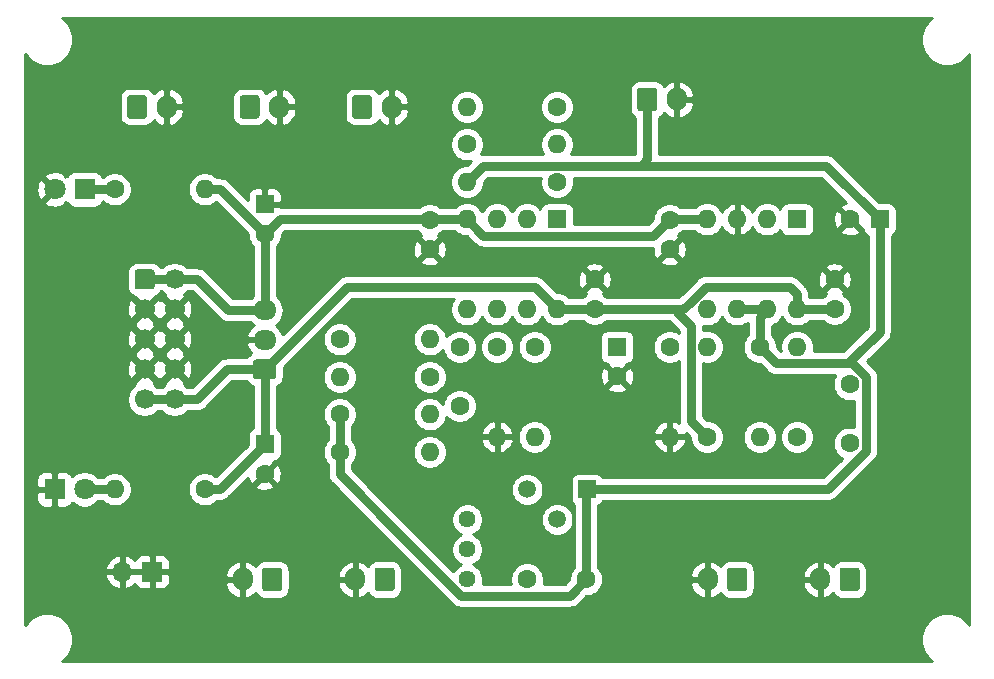
<source format=gbl>
G04 #@! TF.GenerationSoftware,KiCad,Pcbnew,(5.1.6)-1*
G04 #@! TF.CreationDate,2020-10-22T15:24:49+09:00*
G04 #@! TF.ProjectId,SawVCO,53617756-434f-42e6-9b69-6361645f7063,Ver. 1.0*
G04 #@! TF.SameCoordinates,Original*
G04 #@! TF.FileFunction,Copper,L2,Bot*
G04 #@! TF.FilePolarity,Positive*
%FSLAX46Y46*%
G04 Gerber Fmt 4.6, Leading zero omitted, Abs format (unit mm)*
G04 Created by KiCad (PCBNEW (5.1.6)-1) date 2020-10-22 15:24:49*
%MOMM*%
%LPD*%
G01*
G04 APERTURE LIST*
G04 #@! TA.AperFunction,ComponentPad*
%ADD10C,1.440000*%
G04 #@! TD*
G04 #@! TA.AperFunction,ComponentPad*
%ADD11O,1.700000X2.000000*%
G04 #@! TD*
G04 #@! TA.AperFunction,ComponentPad*
%ADD12C,1.600000*%
G04 #@! TD*
G04 #@! TA.AperFunction,ComponentPad*
%ADD13R,1.600000X1.600000*%
G04 #@! TD*
G04 #@! TA.AperFunction,ComponentPad*
%ADD14O,1.600000X1.600000*%
G04 #@! TD*
G04 #@! TA.AperFunction,ComponentPad*
%ADD15R,1.500000X1.500000*%
G04 #@! TD*
G04 #@! TA.AperFunction,ComponentPad*
%ADD16C,1.500000*%
G04 #@! TD*
G04 #@! TA.AperFunction,ComponentPad*
%ADD17O,1.700000X1.700000*%
G04 #@! TD*
G04 #@! TA.AperFunction,ComponentPad*
%ADD18R,1.700000X1.700000*%
G04 #@! TD*
G04 #@! TA.AperFunction,ComponentPad*
%ADD19O,1.950000X1.700000*%
G04 #@! TD*
G04 #@! TA.AperFunction,ComponentPad*
%ADD20C,1.700000*%
G04 #@! TD*
G04 #@! TA.AperFunction,ComponentPad*
%ADD21C,1.800000*%
G04 #@! TD*
G04 #@! TA.AperFunction,ComponentPad*
%ADD22R,1.800000X1.800000*%
G04 #@! TD*
G04 #@! TA.AperFunction,Conductor*
%ADD23C,0.750000*%
G04 #@! TD*
G04 #@! TA.AperFunction,Conductor*
%ADD24C,0.254000*%
G04 #@! TD*
G04 APERTURE END LIST*
D10*
G04 #@! TO.P,RV1,3*
G04 #@! TO.N,Net-(J5-Pad1)*
X149860000Y-119380000D03*
G04 #@! TO.P,RV1,2*
G04 #@! TO.N,Net-(C8-Pad1)*
X149860000Y-116840000D03*
G04 #@! TO.P,RV1,1*
X149860000Y-114300000D03*
G04 #@! TD*
D11*
G04 #@! TO.P,J11,2*
G04 #@! TO.N,GND*
X167600000Y-78740000D03*
G04 #@! TO.P,J11,1*
G04 #@! TO.N,/+5V*
G04 #@! TA.AperFunction,ComponentPad*
G36*
G01*
X164250000Y-79490000D02*
X164250000Y-77990000D01*
G75*
G02*
X164500000Y-77740000I250000J0D01*
G01*
X165700000Y-77740000D01*
G75*
G02*
X165950000Y-77990000I0J-250000D01*
G01*
X165950000Y-79490000D01*
G75*
G02*
X165700000Y-79740000I-250000J0D01*
G01*
X164500000Y-79740000D01*
G75*
G02*
X164250000Y-79490000I0J250000D01*
G01*
G37*
G04 #@! TD.AperFunction*
G04 #@! TD*
D12*
G04 #@! TO.P,C1,2*
G04 #@! TO.N,GND*
X162560000Y-102195000D03*
D13*
G04 #@! TO.P,C1,1*
G04 #@! TO.N,Net-(C1-Pad1)*
X162560000Y-99695000D03*
G04 #@! TD*
D14*
G04 #@! TO.P,R11,2*
G04 #@! TO.N,GND*
X152400000Y-107315000D03*
D12*
G04 #@! TO.P,R11,1*
G04 #@! TO.N,Net-(R11-Pad1)*
X152400000Y-99695000D03*
G04 #@! TD*
D14*
G04 #@! TO.P,R2,2*
G04 #@! TO.N,GND*
X167005000Y-107315000D03*
D12*
G04 #@! TO.P,R2,1*
G04 #@! TO.N,Net-(C1-Pad1)*
X167005000Y-99695000D03*
G04 #@! TD*
D14*
G04 #@! TO.P,R1,2*
G04 #@! TO.N,Net-(C1-Pad1)*
X170180000Y-99695000D03*
D12*
G04 #@! TO.P,R1,1*
G04 #@! TO.N,+12V*
X170180000Y-107315000D03*
G04 #@! TD*
D14*
G04 #@! TO.P,U1,8*
G04 #@! TO.N,+12V*
X177800000Y-96520000D03*
G04 #@! TO.P,U1,4*
G04 #@! TO.N,-12V*
X170180000Y-88900000D03*
G04 #@! TO.P,U1,7*
G04 #@! TO.N,/+5V*
X175260000Y-96520000D03*
G04 #@! TO.P,U1,3*
G04 #@! TO.N,GND*
X172720000Y-88900000D03*
G04 #@! TO.P,U1,6*
G04 #@! TO.N,/+5V*
X172720000Y-96520000D03*
G04 #@! TO.P,U1,2*
G04 #@! TO.N,Net-(U1-Pad1)*
X175260000Y-88900000D03*
G04 #@! TO.P,U1,5*
G04 #@! TO.N,Net-(C1-Pad1)*
X170180000Y-96520000D03*
D13*
G04 #@! TO.P,U1,1*
G04 #@! TO.N,Net-(U1-Pad1)*
X177800000Y-88900000D03*
G04 #@! TD*
D12*
G04 #@! TO.P,C11,2*
G04 #@! TO.N,Net-(C11-Pad2)*
X149225000Y-104695000D03*
G04 #@! TO.P,C11,1*
G04 #@! TO.N,Net-(C11-Pad1)*
X149225000Y-99695000D03*
G04 #@! TD*
G04 #@! TO.P,C10,2*
G04 #@! TO.N,-12V*
X146685000Y-88940000D03*
G04 #@! TO.P,C10,1*
G04 #@! TO.N,GND*
X146685000Y-91440000D03*
G04 #@! TD*
D14*
G04 #@! TO.P,R6,2*
G04 #@! TO.N,Net-(J4-Pad1)*
X174625000Y-107315000D03*
D12*
G04 #@! TO.P,R6,1*
G04 #@! TO.N,/+5V*
X174625000Y-99695000D03*
G04 #@! TD*
D14*
G04 #@! TO.P,U2,8*
G04 #@! TO.N,+12V*
X157480000Y-96520000D03*
G04 #@! TO.P,U2,4*
G04 #@! TO.N,-12V*
X149860000Y-88900000D03*
G04 #@! TO.P,U2,7*
G04 #@! TO.N,Net-(C11-Pad2)*
X154940000Y-96520000D03*
G04 #@! TO.P,U2,3*
G04 #@! TO.N,Net-(J5-Pad1)*
X152400000Y-88900000D03*
G04 #@! TO.P,U2,6*
G04 #@! TO.N,Net-(R11-Pad1)*
X152400000Y-96520000D03*
G04 #@! TO.P,U2,2*
G04 #@! TO.N,Net-(R10-Pad1)*
X154940000Y-88900000D03*
G04 #@! TO.P,U2,5*
G04 #@! TO.N,Net-(C11-Pad1)*
X149860000Y-96520000D03*
D13*
G04 #@! TO.P,U2,1*
G04 #@! TO.N,Net-(R10-Pad2)*
X157480000Y-88900000D03*
G04 #@! TD*
D14*
G04 #@! TO.P,R15,2*
G04 #@! TO.N,Net-(J10-Pad1)*
X149860000Y-79375000D03*
D12*
G04 #@! TO.P,R15,1*
G04 #@! TO.N,Net-(R10-Pad2)*
X157480000Y-79375000D03*
G04 #@! TD*
D14*
G04 #@! TO.P,R14,2*
G04 #@! TO.N,Net-(R10-Pad2)*
X139065000Y-102235000D03*
D12*
G04 #@! TO.P,R14,1*
G04 #@! TO.N,Net-(C11-Pad1)*
X146685000Y-102235000D03*
G04 #@! TD*
D14*
G04 #@! TO.P,R13,2*
G04 #@! TO.N,Net-(C11-Pad1)*
X146685000Y-105410000D03*
D12*
G04 #@! TO.P,R13,1*
G04 #@! TO.N,/+5V*
X139065000Y-105410000D03*
G04 #@! TD*
D14*
G04 #@! TO.P,R12,2*
G04 #@! TO.N,Net-(R11-Pad1)*
X146685000Y-99060000D03*
D12*
G04 #@! TO.P,R12,1*
G04 #@! TO.N,Net-(J7-Pad1)*
X139065000Y-99060000D03*
G04 #@! TD*
D14*
G04 #@! TO.P,R10,2*
G04 #@! TO.N,Net-(R10-Pad2)*
X157480000Y-82550000D03*
D12*
G04 #@! TO.P,R10,1*
G04 #@! TO.N,Net-(R10-Pad1)*
X149860000Y-82550000D03*
G04 #@! TD*
D14*
G04 #@! TO.P,R9,2*
G04 #@! TO.N,Net-(Q1-Pad3)*
X155575000Y-107315000D03*
D12*
G04 #@! TO.P,R9,1*
G04 #@! TO.N,Net-(C11-Pad2)*
X155575000Y-99695000D03*
G04 #@! TD*
D14*
G04 #@! TO.P,R8,2*
G04 #@! TO.N,/+5V*
X149860000Y-85725000D03*
D12*
G04 #@! TO.P,R8,1*
G04 #@! TO.N,Net-(R10-Pad1)*
X157480000Y-85725000D03*
G04 #@! TD*
D14*
G04 #@! TO.P,R7,2*
G04 #@! TO.N,Net-(Q1-Pad3)*
X146685000Y-108585000D03*
D12*
G04 #@! TO.P,R7,1*
G04 #@! TO.N,/+5V*
X139065000Y-108585000D03*
G04 #@! TD*
D14*
G04 #@! TO.P,R5,2*
G04 #@! TO.N,Net-(C6-Pad1)*
X177800000Y-99695000D03*
D12*
G04 #@! TO.P,R5,1*
G04 #@! TO.N,Net-(J4-Pad1)*
X177800000Y-107315000D03*
G04 #@! TD*
D14*
G04 #@! TO.P,R4,2*
G04 #@! TO.N,-12V*
X127635000Y-86360000D03*
D12*
G04 #@! TO.P,R4,1*
G04 #@! TO.N,Net-(D2-Pad1)*
X120015000Y-86360000D03*
G04 #@! TD*
D14*
G04 #@! TO.P,R3,2*
G04 #@! TO.N,Net-(D1-Pad2)*
X120015000Y-111760000D03*
D12*
G04 #@! TO.P,R3,1*
G04 #@! TO.N,+12V*
X127635000Y-111760000D03*
G04 #@! TD*
D15*
G04 #@! TO.P,Q1,1*
G04 #@! TO.N,/+5V*
X160020000Y-111760000D03*
D16*
G04 #@! TO.P,Q1,3*
G04 #@! TO.N,Net-(Q1-Pad3)*
X154940000Y-111760000D03*
G04 #@! TO.P,Q1,2*
G04 #@! TO.N,Net-(C8-Pad1)*
X157480000Y-114300000D03*
G04 #@! TD*
D11*
G04 #@! TO.P,J10,2*
G04 #@! TO.N,GND*
X124420000Y-79375000D03*
G04 #@! TO.P,J10,1*
G04 #@! TO.N,Net-(J10-Pad1)*
G04 #@! TA.AperFunction,ComponentPad*
G36*
G01*
X121070000Y-80125000D02*
X121070000Y-78625000D01*
G75*
G02*
X121320000Y-78375000I250000J0D01*
G01*
X122520000Y-78375000D01*
G75*
G02*
X122770000Y-78625000I0J-250000D01*
G01*
X122770000Y-80125000D01*
G75*
G02*
X122520000Y-80375000I-250000J0D01*
G01*
X121320000Y-80375000D01*
G75*
G02*
X121070000Y-80125000I0J250000D01*
G01*
G37*
G04 #@! TD.AperFunction*
G04 #@! TD*
G04 #@! TO.P,J9,2*
G04 #@! TO.N,GND*
X133945000Y-79375000D03*
G04 #@! TO.P,J9,1*
G04 #@! TO.N,Net-(J10-Pad1)*
G04 #@! TA.AperFunction,ComponentPad*
G36*
G01*
X130595000Y-80125000D02*
X130595000Y-78625000D01*
G75*
G02*
X130845000Y-78375000I250000J0D01*
G01*
X132045000Y-78375000D01*
G75*
G02*
X132295000Y-78625000I0J-250000D01*
G01*
X132295000Y-80125000D01*
G75*
G02*
X132045000Y-80375000I-250000J0D01*
G01*
X130845000Y-80375000D01*
G75*
G02*
X130595000Y-80125000I0J250000D01*
G01*
G37*
G04 #@! TD.AperFunction*
G04 #@! TD*
G04 #@! TO.P,J8,2*
G04 #@! TO.N,GND*
X143470000Y-79375000D03*
G04 #@! TO.P,J8,1*
G04 #@! TO.N,Net-(J10-Pad1)*
G04 #@! TA.AperFunction,ComponentPad*
G36*
G01*
X140120000Y-80125000D02*
X140120000Y-78625000D01*
G75*
G02*
X140370000Y-78375000I250000J0D01*
G01*
X141570000Y-78375000D01*
G75*
G02*
X141820000Y-78625000I0J-250000D01*
G01*
X141820000Y-80125000D01*
G75*
G02*
X141570000Y-80375000I-250000J0D01*
G01*
X140370000Y-80375000D01*
G75*
G02*
X140120000Y-80125000I0J250000D01*
G01*
G37*
G04 #@! TD.AperFunction*
G04 #@! TD*
G04 #@! TO.P,J7,2*
G04 #@! TO.N,GND*
X130850000Y-119380000D03*
G04 #@! TO.P,J7,1*
G04 #@! TO.N,Net-(J7-Pad1)*
G04 #@! TA.AperFunction,ComponentPad*
G36*
G01*
X134200000Y-118630000D02*
X134200000Y-120130000D01*
G75*
G02*
X133950000Y-120380000I-250000J0D01*
G01*
X132750000Y-120380000D01*
G75*
G02*
X132500000Y-120130000I0J250000D01*
G01*
X132500000Y-118630000D01*
G75*
G02*
X132750000Y-118380000I250000J0D01*
G01*
X133950000Y-118380000D01*
G75*
G02*
X134200000Y-118630000I0J-250000D01*
G01*
G37*
G04 #@! TD.AperFunction*
G04 #@! TD*
D17*
G04 #@! TO.P,J6,2*
G04 #@! TO.N,GND*
X120650000Y-118745000D03*
D18*
G04 #@! TO.P,J6,1*
X123190000Y-118745000D03*
G04 #@! TD*
D11*
G04 #@! TO.P,J5,2*
G04 #@! TO.N,GND*
X140375000Y-119380000D03*
G04 #@! TO.P,J5,1*
G04 #@! TO.N,Net-(J5-Pad1)*
G04 #@! TA.AperFunction,ComponentPad*
G36*
G01*
X143725000Y-118630000D02*
X143725000Y-120130000D01*
G75*
G02*
X143475000Y-120380000I-250000J0D01*
G01*
X142275000Y-120380000D01*
G75*
G02*
X142025000Y-120130000I0J250000D01*
G01*
X142025000Y-118630000D01*
G75*
G02*
X142275000Y-118380000I250000J0D01*
G01*
X143475000Y-118380000D01*
G75*
G02*
X143725000Y-118630000I0J-250000D01*
G01*
G37*
G04 #@! TD.AperFunction*
G04 #@! TD*
G04 #@! TO.P,J4,2*
G04 #@! TO.N,GND*
X170220000Y-119380000D03*
G04 #@! TO.P,J4,1*
G04 #@! TO.N,Net-(J4-Pad1)*
G04 #@! TA.AperFunction,ComponentPad*
G36*
G01*
X173570000Y-118630000D02*
X173570000Y-120130000D01*
G75*
G02*
X173320000Y-120380000I-250000J0D01*
G01*
X172120000Y-120380000D01*
G75*
G02*
X171870000Y-120130000I0J250000D01*
G01*
X171870000Y-118630000D01*
G75*
G02*
X172120000Y-118380000I250000J0D01*
G01*
X173320000Y-118380000D01*
G75*
G02*
X173570000Y-118630000I0J-250000D01*
G01*
G37*
G04 #@! TD.AperFunction*
G04 #@! TD*
D19*
G04 #@! TO.P,J3,3*
G04 #@! TO.N,-12V*
X132715000Y-96600000D03*
G04 #@! TO.P,J3,2*
G04 #@! TO.N,GND*
X132715000Y-99100000D03*
G04 #@! TO.P,J3,1*
G04 #@! TO.N,+12V*
G04 #@! TA.AperFunction,ComponentPad*
G36*
G01*
X133440000Y-102450000D02*
X131990000Y-102450000D01*
G75*
G02*
X131740000Y-102200000I0J250000D01*
G01*
X131740000Y-101000000D01*
G75*
G02*
X131990000Y-100750000I250000J0D01*
G01*
X133440000Y-100750000D01*
G75*
G02*
X133690000Y-101000000I0J-250000D01*
G01*
X133690000Y-102200000D01*
G75*
G02*
X133440000Y-102450000I-250000J0D01*
G01*
G37*
G04 #@! TD.AperFunction*
G04 #@! TD*
D11*
G04 #@! TO.P,J2,2*
G04 #@! TO.N,GND*
X179745000Y-119380000D03*
G04 #@! TO.P,J2,1*
G04 #@! TO.N,Net-(C6-Pad2)*
G04 #@! TA.AperFunction,ComponentPad*
G36*
G01*
X183095000Y-118630000D02*
X183095000Y-120130000D01*
G75*
G02*
X182845000Y-120380000I-250000J0D01*
G01*
X181645000Y-120380000D01*
G75*
G02*
X181395000Y-120130000I0J250000D01*
G01*
X181395000Y-118630000D01*
G75*
G02*
X181645000Y-118380000I250000J0D01*
G01*
X182845000Y-118380000D01*
G75*
G02*
X183095000Y-118630000I0J-250000D01*
G01*
G37*
G04 #@! TD.AperFunction*
G04 #@! TD*
D20*
G04 #@! TO.P,J1,10*
G04 #@! TO.N,+12V*
X125095000Y-104140000D03*
G04 #@! TO.P,J1,8*
G04 #@! TO.N,GND*
X125095000Y-101600000D03*
G04 #@! TO.P,J1,6*
X125095000Y-99060000D03*
G04 #@! TO.P,J1,4*
X125095000Y-96520000D03*
G04 #@! TO.P,J1,2*
G04 #@! TO.N,-12V*
X125095000Y-93980000D03*
G04 #@! TO.P,J1,9*
G04 #@! TO.N,+12V*
X122555000Y-104140000D03*
G04 #@! TO.P,J1,7*
G04 #@! TO.N,GND*
X122555000Y-101600000D03*
G04 #@! TO.P,J1,5*
X122555000Y-99060000D03*
G04 #@! TO.P,J1,3*
X122555000Y-96520000D03*
G04 #@! TO.P,J1,1*
G04 #@! TO.N,-12V*
G04 #@! TA.AperFunction,ComponentPad*
G36*
G01*
X121705000Y-94580000D02*
X121705000Y-93380000D01*
G75*
G02*
X121955000Y-93130000I250000J0D01*
G01*
X123155000Y-93130000D01*
G75*
G02*
X123405000Y-93380000I0J-250000D01*
G01*
X123405000Y-94580000D01*
G75*
G02*
X123155000Y-94830000I-250000J0D01*
G01*
X121955000Y-94830000D01*
G75*
G02*
X121705000Y-94580000I0J250000D01*
G01*
G37*
G04 #@! TD.AperFunction*
G04 #@! TD*
D21*
G04 #@! TO.P,D2,2*
G04 #@! TO.N,GND*
X114935000Y-86360000D03*
D22*
G04 #@! TO.P,D2,1*
G04 #@! TO.N,Net-(D2-Pad1)*
X117475000Y-86360000D03*
G04 #@! TD*
D21*
G04 #@! TO.P,D1,2*
G04 #@! TO.N,Net-(D1-Pad2)*
X117475000Y-111760000D03*
D22*
G04 #@! TO.P,D1,1*
G04 #@! TO.N,GND*
X114935000Y-111760000D03*
G04 #@! TD*
D12*
G04 #@! TO.P,C9,2*
G04 #@! TO.N,+12V*
X160655000Y-96480000D03*
G04 #@! TO.P,C9,1*
G04 #@! TO.N,GND*
X160655000Y-93980000D03*
G04 #@! TD*
G04 #@! TO.P,C8,2*
G04 #@! TO.N,/+5V*
X159940000Y-119380000D03*
G04 #@! TO.P,C8,1*
G04 #@! TO.N,Net-(C8-Pad1)*
X154940000Y-119380000D03*
G04 #@! TD*
G04 #@! TO.P,C7,2*
G04 #@! TO.N,GND*
X182285000Y-88900000D03*
D13*
G04 #@! TO.P,C7,1*
G04 #@! TO.N,/+5V*
X184785000Y-88900000D03*
G04 #@! TD*
D12*
G04 #@! TO.P,C6,2*
G04 #@! TO.N,Net-(C6-Pad2)*
X182245000Y-107870000D03*
G04 #@! TO.P,C6,1*
G04 #@! TO.N,Net-(C6-Pad1)*
X182245000Y-102870000D03*
G04 #@! TD*
G04 #@! TO.P,C5,2*
G04 #@! TO.N,-12V*
X167005000Y-88940000D03*
G04 #@! TO.P,C5,1*
G04 #@! TO.N,GND*
X167005000Y-91440000D03*
G04 #@! TD*
G04 #@! TO.P,C4,2*
G04 #@! TO.N,+12V*
X180975000Y-96480000D03*
G04 #@! TO.P,C4,1*
G04 #@! TO.N,GND*
X180975000Y-93980000D03*
G04 #@! TD*
G04 #@! TO.P,C3,2*
G04 #@! TO.N,-12V*
X132715000Y-90130000D03*
D13*
G04 #@! TO.P,C3,1*
G04 #@! TO.N,GND*
X132715000Y-87630000D03*
G04 #@! TD*
D12*
G04 #@! TO.P,C2,2*
G04 #@! TO.N,GND*
X132715000Y-110450000D03*
D13*
G04 #@! TO.P,C2,1*
G04 #@! TO.N,+12V*
X132715000Y-107950000D03*
G04 #@! TD*
D23*
G04 #@! TO.N,+12V*
X122555000Y-104140000D02*
X125095000Y-104140000D01*
X132715000Y-101600000D02*
X132715000Y-107950000D01*
X132715000Y-101600000D02*
X139700000Y-94615000D01*
X155575000Y-94615000D02*
X157480000Y-96520000D01*
X139700000Y-94615000D02*
X155575000Y-94615000D01*
X160615000Y-96520000D02*
X160655000Y-96560000D01*
X157480000Y-96520000D02*
X160615000Y-96520000D01*
X177800000Y-96520000D02*
X177800000Y-95250000D01*
X177800000Y-95250000D02*
X177165000Y-94615000D01*
X177840000Y-96560000D02*
X177800000Y-96520000D01*
X128905000Y-111760000D02*
X132715000Y-107950000D01*
X127635000Y-111760000D02*
X128905000Y-111760000D01*
X170049998Y-94615000D02*
X170180000Y-94615000D01*
X168804999Y-95859999D02*
X170049998Y-94615000D01*
X177165000Y-94615000D02*
X170180000Y-94615000D01*
X180935000Y-96520000D02*
X180975000Y-96480000D01*
X177800000Y-96520000D02*
X180935000Y-96520000D01*
X160655000Y-96480000D02*
X167600000Y-96480000D01*
X167600000Y-96480000D02*
X167640000Y-96520000D01*
X168144998Y-96520000D02*
X168804999Y-95859999D01*
X167640000Y-96520000D02*
X168144998Y-96520000D01*
X168804999Y-97895001D02*
X167640000Y-96730002D01*
X167640000Y-96730002D02*
X167640000Y-96520000D01*
X170180000Y-107315000D02*
X168804999Y-105939999D01*
X168804999Y-105939999D02*
X168804999Y-97895001D01*
X125095000Y-104140000D02*
X127000000Y-104140000D01*
X129540000Y-101600000D02*
X132715000Y-101600000D01*
X127000000Y-104140000D02*
X129540000Y-101600000D01*
G04 #@! TO.N,-12V*
X122555000Y-93980000D02*
X125095000Y-93980000D01*
X132715000Y-96600000D02*
X132715000Y-90130000D01*
X133985000Y-88860000D02*
X132715000Y-90130000D01*
X146685000Y-88860000D02*
X133985000Y-88860000D01*
X128945000Y-86360000D02*
X132715000Y-90130000D01*
X127635000Y-86360000D02*
X128945000Y-86360000D01*
X149820000Y-88860000D02*
X149860000Y-88900000D01*
X146685000Y-88860000D02*
X149820000Y-88860000D01*
X151235001Y-90275001D02*
X165589999Y-90275001D01*
X149860000Y-88900000D02*
X151235001Y-90275001D01*
X165589999Y-90275001D02*
X167005000Y-88860000D01*
X170140000Y-88860000D02*
X170180000Y-88900000D01*
X167005000Y-88860000D02*
X170140000Y-88860000D01*
X129620000Y-96600000D02*
X132715000Y-96600000D01*
X125095000Y-93980000D02*
X127000000Y-93980000D01*
X127000000Y-93980000D02*
X129620000Y-96600000D01*
G04 #@! TO.N,/+5V*
X174625000Y-99695000D02*
X176000001Y-101070001D01*
X139065000Y-105410000D02*
X139065000Y-108585000D01*
X149318399Y-120755001D02*
X158564999Y-120755001D01*
X158564999Y-120755001D02*
X159940000Y-119380000D01*
X144300010Y-115736612D02*
X149318399Y-120755001D01*
X159940000Y-111840000D02*
X160020000Y-111760000D01*
X159940000Y-119380000D02*
X159940000Y-111840000D01*
X151235001Y-84349999D02*
X149860000Y-85725000D01*
X174625000Y-97155000D02*
X175260000Y-96520000D01*
X176000001Y-101070001D02*
X182139999Y-101070001D01*
X184785000Y-98425000D02*
X184785000Y-88900000D01*
X182139999Y-101070001D02*
X182562500Y-100647500D01*
X182562500Y-100647500D02*
X184785000Y-98425000D01*
X180234999Y-84349999D02*
X177694999Y-84349999D01*
X184785000Y-88900000D02*
X180234999Y-84349999D01*
X178329999Y-84349999D02*
X177694999Y-84349999D01*
X144300010Y-115736612D02*
X144300010Y-115725010D01*
X139065000Y-110490000D02*
X139065000Y-108585000D01*
X144300010Y-115725010D02*
X139065000Y-110490000D01*
X182480003Y-101070001D02*
X182139999Y-101070001D01*
X183620001Y-102209999D02*
X182480003Y-101070001D01*
X183620001Y-108530001D02*
X183620001Y-102209999D01*
X180390002Y-111760000D02*
X183620001Y-108530001D01*
X160020000Y-111760000D02*
X180390002Y-111760000D01*
X174625000Y-99695000D02*
X174625000Y-97155000D01*
X172720000Y-96520000D02*
X175260000Y-96520000D01*
X165100000Y-83820000D02*
X164570001Y-84349999D01*
X164570001Y-84349999D02*
X151235001Y-84349999D01*
X165100000Y-78740000D02*
X165100000Y-83820000D01*
X177694999Y-84349999D02*
X164570001Y-84349999D01*
G04 #@! TO.N,Net-(D1-Pad2)*
X117475000Y-111760000D02*
X120015000Y-111760000D01*
G04 #@! TO.N,Net-(D2-Pad1)*
X117475000Y-86360000D02*
X120015000Y-86360000D01*
G04 #@! TD*
D24*
G04 #@! TO.N,GND*
G36*
X189075271Y-71923962D02*
G01*
X188763962Y-72235271D01*
X188519369Y-72601331D01*
X188350890Y-73008075D01*
X188265000Y-73439872D01*
X188265000Y-73880128D01*
X188350890Y-74311925D01*
X188519369Y-74718669D01*
X188763962Y-75084729D01*
X189075271Y-75396038D01*
X189441331Y-75640631D01*
X189848075Y-75809110D01*
X190279872Y-75895000D01*
X190720128Y-75895000D01*
X191151925Y-75809110D01*
X191558669Y-75640631D01*
X191924729Y-75396038D01*
X192236038Y-75084729D01*
X192355000Y-74906689D01*
X192355001Y-123213312D01*
X192236038Y-123035271D01*
X191924729Y-122723962D01*
X191558669Y-122479369D01*
X191151925Y-122310890D01*
X190720128Y-122225000D01*
X190279872Y-122225000D01*
X189848075Y-122310890D01*
X189441331Y-122479369D01*
X189075271Y-122723962D01*
X188763962Y-123035271D01*
X188519369Y-123401331D01*
X188350890Y-123808075D01*
X188265000Y-124239872D01*
X188265000Y-124680128D01*
X188350890Y-125111925D01*
X188519369Y-125518669D01*
X188763962Y-125884729D01*
X189075271Y-126196038D01*
X189253311Y-126315000D01*
X115546689Y-126315000D01*
X115724729Y-126196038D01*
X116036038Y-125884729D01*
X116280631Y-125518669D01*
X116449110Y-125111925D01*
X116535000Y-124680128D01*
X116535000Y-124239872D01*
X116449110Y-123808075D01*
X116280631Y-123401331D01*
X116036038Y-123035271D01*
X115724729Y-122723962D01*
X115358669Y-122479369D01*
X114951925Y-122310890D01*
X114520128Y-122225000D01*
X114079872Y-122225000D01*
X113648075Y-122310890D01*
X113241331Y-122479369D01*
X112875271Y-122723962D01*
X112563962Y-123035271D01*
X112445000Y-123213311D01*
X112445000Y-119101891D01*
X119208519Y-119101891D01*
X119305843Y-119376252D01*
X119454822Y-119626355D01*
X119649731Y-119842588D01*
X119883080Y-120016641D01*
X120145901Y-120141825D01*
X120293110Y-120186476D01*
X120523000Y-120065155D01*
X120523000Y-118872000D01*
X120777000Y-118872000D01*
X120777000Y-120065155D01*
X121006890Y-120186476D01*
X121154099Y-120141825D01*
X121416920Y-120016641D01*
X121650269Y-119842588D01*
X121726034Y-119758534D01*
X121750498Y-119839180D01*
X121809463Y-119949494D01*
X121888815Y-120046185D01*
X121985506Y-120125537D01*
X122095820Y-120184502D01*
X122215518Y-120220812D01*
X122340000Y-120233072D01*
X122904250Y-120230000D01*
X123063000Y-120071250D01*
X123063000Y-118872000D01*
X123317000Y-118872000D01*
X123317000Y-120071250D01*
X123475750Y-120230000D01*
X124040000Y-120233072D01*
X124164482Y-120220812D01*
X124284180Y-120184502D01*
X124394494Y-120125537D01*
X124491185Y-120046185D01*
X124570537Y-119949494D01*
X124629502Y-119839180D01*
X124659666Y-119739742D01*
X129378715Y-119739742D01*
X129447904Y-120022745D01*
X129570975Y-120286812D01*
X129743198Y-120521795D01*
X129957954Y-120718664D01*
X130206991Y-120869854D01*
X130480739Y-120969554D01*
X130493110Y-120971476D01*
X130723000Y-120850155D01*
X130723000Y-119507000D01*
X129522768Y-119507000D01*
X129378715Y-119739742D01*
X124659666Y-119739742D01*
X124665812Y-119719482D01*
X124678072Y-119595000D01*
X124675000Y-119030750D01*
X124664508Y-119020258D01*
X129378715Y-119020258D01*
X129522768Y-119253000D01*
X130723000Y-119253000D01*
X130723000Y-117909845D01*
X130977000Y-117909845D01*
X130977000Y-119253000D01*
X130997000Y-119253000D01*
X130997000Y-119507000D01*
X130977000Y-119507000D01*
X130977000Y-120850155D01*
X131206890Y-120971476D01*
X131219261Y-120969554D01*
X131493009Y-120869854D01*
X131742046Y-120718664D01*
X131956802Y-120521795D01*
X131957086Y-120521407D01*
X132011595Y-120623386D01*
X132122038Y-120757962D01*
X132256614Y-120868405D01*
X132410150Y-120950472D01*
X132576746Y-121001008D01*
X132750000Y-121018072D01*
X133950000Y-121018072D01*
X134123254Y-121001008D01*
X134289850Y-120950472D01*
X134443386Y-120868405D01*
X134577962Y-120757962D01*
X134688405Y-120623386D01*
X134770472Y-120469850D01*
X134821008Y-120303254D01*
X134838072Y-120130000D01*
X134838072Y-119739742D01*
X138903715Y-119739742D01*
X138972904Y-120022745D01*
X139095975Y-120286812D01*
X139268198Y-120521795D01*
X139482954Y-120718664D01*
X139731991Y-120869854D01*
X140005739Y-120969554D01*
X140018110Y-120971476D01*
X140248000Y-120850155D01*
X140248000Y-119507000D01*
X139047768Y-119507000D01*
X138903715Y-119739742D01*
X134838072Y-119739742D01*
X134838072Y-119020258D01*
X138903715Y-119020258D01*
X139047768Y-119253000D01*
X140248000Y-119253000D01*
X140248000Y-117909845D01*
X140502000Y-117909845D01*
X140502000Y-119253000D01*
X140522000Y-119253000D01*
X140522000Y-119507000D01*
X140502000Y-119507000D01*
X140502000Y-120850155D01*
X140731890Y-120971476D01*
X140744261Y-120969554D01*
X141018009Y-120869854D01*
X141267046Y-120718664D01*
X141481802Y-120521795D01*
X141482086Y-120521407D01*
X141536595Y-120623386D01*
X141647038Y-120757962D01*
X141781614Y-120868405D01*
X141935150Y-120950472D01*
X142101746Y-121001008D01*
X142275000Y-121018072D01*
X143475000Y-121018072D01*
X143648254Y-121001008D01*
X143814850Y-120950472D01*
X143968386Y-120868405D01*
X144102962Y-120757962D01*
X144213405Y-120623386D01*
X144295472Y-120469850D01*
X144346008Y-120303254D01*
X144363072Y-120130000D01*
X144363072Y-118630000D01*
X144346008Y-118456746D01*
X144295472Y-118290150D01*
X144213405Y-118136614D01*
X144102962Y-118002038D01*
X143968386Y-117891595D01*
X143814850Y-117809528D01*
X143648254Y-117758992D01*
X143475000Y-117741928D01*
X142275000Y-117741928D01*
X142101746Y-117758992D01*
X141935150Y-117809528D01*
X141781614Y-117891595D01*
X141647038Y-118002038D01*
X141536595Y-118136614D01*
X141482086Y-118238593D01*
X141481802Y-118238205D01*
X141267046Y-118041336D01*
X141018009Y-117890146D01*
X140744261Y-117790446D01*
X140731890Y-117788524D01*
X140502000Y-117909845D01*
X140248000Y-117909845D01*
X140018110Y-117788524D01*
X140005739Y-117790446D01*
X139731991Y-117890146D01*
X139482954Y-118041336D01*
X139268198Y-118238205D01*
X139095975Y-118473188D01*
X138972904Y-118737255D01*
X138903715Y-119020258D01*
X134838072Y-119020258D01*
X134838072Y-118630000D01*
X134821008Y-118456746D01*
X134770472Y-118290150D01*
X134688405Y-118136614D01*
X134577962Y-118002038D01*
X134443386Y-117891595D01*
X134289850Y-117809528D01*
X134123254Y-117758992D01*
X133950000Y-117741928D01*
X132750000Y-117741928D01*
X132576746Y-117758992D01*
X132410150Y-117809528D01*
X132256614Y-117891595D01*
X132122038Y-118002038D01*
X132011595Y-118136614D01*
X131957086Y-118238593D01*
X131956802Y-118238205D01*
X131742046Y-118041336D01*
X131493009Y-117890146D01*
X131219261Y-117790446D01*
X131206890Y-117788524D01*
X130977000Y-117909845D01*
X130723000Y-117909845D01*
X130493110Y-117788524D01*
X130480739Y-117790446D01*
X130206991Y-117890146D01*
X129957954Y-118041336D01*
X129743198Y-118238205D01*
X129570975Y-118473188D01*
X129447904Y-118737255D01*
X129378715Y-119020258D01*
X124664508Y-119020258D01*
X124516250Y-118872000D01*
X123317000Y-118872000D01*
X123063000Y-118872000D01*
X120777000Y-118872000D01*
X120523000Y-118872000D01*
X119329186Y-118872000D01*
X119208519Y-119101891D01*
X112445000Y-119101891D01*
X112445000Y-118388109D01*
X119208519Y-118388109D01*
X119329186Y-118618000D01*
X120523000Y-118618000D01*
X120523000Y-117424845D01*
X120777000Y-117424845D01*
X120777000Y-118618000D01*
X123063000Y-118618000D01*
X123063000Y-117418750D01*
X123317000Y-117418750D01*
X123317000Y-118618000D01*
X124516250Y-118618000D01*
X124675000Y-118459250D01*
X124678072Y-117895000D01*
X124665812Y-117770518D01*
X124629502Y-117650820D01*
X124570537Y-117540506D01*
X124491185Y-117443815D01*
X124394494Y-117364463D01*
X124284180Y-117305498D01*
X124164482Y-117269188D01*
X124040000Y-117256928D01*
X123475750Y-117260000D01*
X123317000Y-117418750D01*
X123063000Y-117418750D01*
X122904250Y-117260000D01*
X122340000Y-117256928D01*
X122215518Y-117269188D01*
X122095820Y-117305498D01*
X121985506Y-117364463D01*
X121888815Y-117443815D01*
X121809463Y-117540506D01*
X121750498Y-117650820D01*
X121726034Y-117731466D01*
X121650269Y-117647412D01*
X121416920Y-117473359D01*
X121154099Y-117348175D01*
X121006890Y-117303524D01*
X120777000Y-117424845D01*
X120523000Y-117424845D01*
X120293110Y-117303524D01*
X120145901Y-117348175D01*
X119883080Y-117473359D01*
X119649731Y-117647412D01*
X119454822Y-117863645D01*
X119305843Y-118113748D01*
X119208519Y-118388109D01*
X112445000Y-118388109D01*
X112445000Y-112660000D01*
X113396928Y-112660000D01*
X113409188Y-112784482D01*
X113445498Y-112904180D01*
X113504463Y-113014494D01*
X113583815Y-113111185D01*
X113680506Y-113190537D01*
X113790820Y-113249502D01*
X113910518Y-113285812D01*
X114035000Y-113298072D01*
X114649250Y-113295000D01*
X114808000Y-113136250D01*
X114808000Y-111887000D01*
X113558750Y-111887000D01*
X113400000Y-112045750D01*
X113396928Y-112660000D01*
X112445000Y-112660000D01*
X112445000Y-110860000D01*
X113396928Y-110860000D01*
X113400000Y-111474250D01*
X113558750Y-111633000D01*
X114808000Y-111633000D01*
X114808000Y-110383750D01*
X115062000Y-110383750D01*
X115062000Y-111633000D01*
X115082000Y-111633000D01*
X115082000Y-111887000D01*
X115062000Y-111887000D01*
X115062000Y-113136250D01*
X115220750Y-113295000D01*
X115835000Y-113298072D01*
X115959482Y-113285812D01*
X116079180Y-113249502D01*
X116189494Y-113190537D01*
X116286185Y-113111185D01*
X116365537Y-113014494D01*
X116424502Y-112904180D01*
X116430056Y-112885873D01*
X116496495Y-112952312D01*
X116747905Y-113120299D01*
X117027257Y-113236011D01*
X117323816Y-113295000D01*
X117626184Y-113295000D01*
X117922743Y-113236011D01*
X118202095Y-113120299D01*
X118453505Y-112952312D01*
X118635817Y-112770000D01*
X118995604Y-112770000D01*
X119100241Y-112874637D01*
X119335273Y-113031680D01*
X119596426Y-113139853D01*
X119873665Y-113195000D01*
X120156335Y-113195000D01*
X120433574Y-113139853D01*
X120694727Y-113031680D01*
X120929759Y-112874637D01*
X121129637Y-112674759D01*
X121286680Y-112439727D01*
X121394853Y-112178574D01*
X121450000Y-111901335D01*
X121450000Y-111618665D01*
X121394853Y-111341426D01*
X121286680Y-111080273D01*
X121129637Y-110845241D01*
X120929759Y-110645363D01*
X120694727Y-110488320D01*
X120433574Y-110380147D01*
X120156335Y-110325000D01*
X119873665Y-110325000D01*
X119596426Y-110380147D01*
X119335273Y-110488320D01*
X119100241Y-110645363D01*
X118995604Y-110750000D01*
X118635817Y-110750000D01*
X118453505Y-110567688D01*
X118202095Y-110399701D01*
X117922743Y-110283989D01*
X117626184Y-110225000D01*
X117323816Y-110225000D01*
X117027257Y-110283989D01*
X116747905Y-110399701D01*
X116496495Y-110567688D01*
X116430056Y-110634127D01*
X116424502Y-110615820D01*
X116365537Y-110505506D01*
X116286185Y-110408815D01*
X116189494Y-110329463D01*
X116079180Y-110270498D01*
X115959482Y-110234188D01*
X115835000Y-110221928D01*
X115220750Y-110225000D01*
X115062000Y-110383750D01*
X114808000Y-110383750D01*
X114649250Y-110225000D01*
X114035000Y-110221928D01*
X113910518Y-110234188D01*
X113790820Y-110270498D01*
X113680506Y-110329463D01*
X113583815Y-110408815D01*
X113504463Y-110505506D01*
X113445498Y-110615820D01*
X113409188Y-110735518D01*
X113396928Y-110860000D01*
X112445000Y-110860000D01*
X112445000Y-101668531D01*
X121064389Y-101668531D01*
X121106401Y-101958019D01*
X121204081Y-102233747D01*
X121277528Y-102371157D01*
X121526603Y-102448792D01*
X122375395Y-101600000D01*
X122734605Y-101600000D01*
X123583397Y-102448792D01*
X123825000Y-102373486D01*
X124066603Y-102448792D01*
X124915395Y-101600000D01*
X125274605Y-101600000D01*
X126123397Y-102448792D01*
X126372472Y-102371157D01*
X126498371Y-102107117D01*
X126570339Y-101823589D01*
X126585611Y-101531469D01*
X126543599Y-101241981D01*
X126445919Y-100966253D01*
X126372472Y-100828843D01*
X126123397Y-100751208D01*
X125274605Y-101600000D01*
X124915395Y-101600000D01*
X124066603Y-100751208D01*
X123825000Y-100826514D01*
X123583397Y-100751208D01*
X122734605Y-101600000D01*
X122375395Y-101600000D01*
X121526603Y-100751208D01*
X121277528Y-100828843D01*
X121151629Y-101092883D01*
X121079661Y-101376411D01*
X121064389Y-101668531D01*
X112445000Y-101668531D01*
X112445000Y-100088397D01*
X121706208Y-100088397D01*
X121781514Y-100330000D01*
X121706208Y-100571603D01*
X122555000Y-101420395D01*
X123403792Y-100571603D01*
X123328486Y-100330000D01*
X123403792Y-100088397D01*
X124246208Y-100088397D01*
X124321514Y-100330000D01*
X124246208Y-100571603D01*
X125095000Y-101420395D01*
X125943792Y-100571603D01*
X125868486Y-100330000D01*
X125943792Y-100088397D01*
X125095000Y-99239605D01*
X124246208Y-100088397D01*
X123403792Y-100088397D01*
X122555000Y-99239605D01*
X121706208Y-100088397D01*
X112445000Y-100088397D01*
X112445000Y-99128531D01*
X121064389Y-99128531D01*
X121106401Y-99418019D01*
X121204081Y-99693747D01*
X121277528Y-99831157D01*
X121526603Y-99908792D01*
X122375395Y-99060000D01*
X122734605Y-99060000D01*
X123583397Y-99908792D01*
X123825000Y-99833486D01*
X124066603Y-99908792D01*
X124915395Y-99060000D01*
X125274605Y-99060000D01*
X126123397Y-99908792D01*
X126372472Y-99831157D01*
X126498371Y-99567117D01*
X126570339Y-99283589D01*
X126585611Y-98991469D01*
X126543599Y-98701981D01*
X126445919Y-98426253D01*
X126372472Y-98288843D01*
X126123397Y-98211208D01*
X125274605Y-99060000D01*
X124915395Y-99060000D01*
X124066603Y-98211208D01*
X123825000Y-98286514D01*
X123583397Y-98211208D01*
X122734605Y-99060000D01*
X122375395Y-99060000D01*
X121526603Y-98211208D01*
X121277528Y-98288843D01*
X121151629Y-98552883D01*
X121079661Y-98836411D01*
X121064389Y-99128531D01*
X112445000Y-99128531D01*
X112445000Y-97548397D01*
X121706208Y-97548397D01*
X121781514Y-97790000D01*
X121706208Y-98031603D01*
X122555000Y-98880395D01*
X123403792Y-98031603D01*
X123328486Y-97790000D01*
X123403792Y-97548397D01*
X124246208Y-97548397D01*
X124321514Y-97790000D01*
X124246208Y-98031603D01*
X125095000Y-98880395D01*
X125943792Y-98031603D01*
X125868486Y-97790000D01*
X125943792Y-97548397D01*
X125095000Y-96699605D01*
X124246208Y-97548397D01*
X123403792Y-97548397D01*
X122555000Y-96699605D01*
X121706208Y-97548397D01*
X112445000Y-97548397D01*
X112445000Y-96588531D01*
X121064389Y-96588531D01*
X121106401Y-96878019D01*
X121204081Y-97153747D01*
X121277528Y-97291157D01*
X121526603Y-97368792D01*
X122375395Y-96520000D01*
X122734605Y-96520000D01*
X123583397Y-97368792D01*
X123825000Y-97293486D01*
X124066603Y-97368792D01*
X124915395Y-96520000D01*
X125274605Y-96520000D01*
X126123397Y-97368792D01*
X126372472Y-97291157D01*
X126498371Y-97027117D01*
X126570339Y-96743589D01*
X126585611Y-96451469D01*
X126543599Y-96161981D01*
X126445919Y-95886253D01*
X126372472Y-95748843D01*
X126123397Y-95671208D01*
X125274605Y-96520000D01*
X124915395Y-96520000D01*
X124066603Y-95671208D01*
X123825000Y-95746514D01*
X123583397Y-95671208D01*
X122734605Y-96520000D01*
X122375395Y-96520000D01*
X121526603Y-95671208D01*
X121277528Y-95748843D01*
X121151629Y-96012883D01*
X121079661Y-96296411D01*
X121064389Y-96588531D01*
X112445000Y-96588531D01*
X112445000Y-93380000D01*
X121066928Y-93380000D01*
X121066928Y-94580000D01*
X121083992Y-94753254D01*
X121134528Y-94919850D01*
X121216595Y-95073386D01*
X121327038Y-95207962D01*
X121461614Y-95318405D01*
X121615150Y-95400472D01*
X121724293Y-95433580D01*
X121706208Y-95491603D01*
X122555000Y-96340395D01*
X123403792Y-95491603D01*
X123385707Y-95433580D01*
X123494850Y-95400472D01*
X123648386Y-95318405D01*
X123782962Y-95207962D01*
X123893405Y-95073386D01*
X123937976Y-94990000D01*
X124004893Y-94990000D01*
X124148368Y-95133475D01*
X124321729Y-95249311D01*
X124246208Y-95491603D01*
X125095000Y-96340395D01*
X125943792Y-95491603D01*
X125868271Y-95249311D01*
X126041632Y-95133475D01*
X126185107Y-94990000D01*
X126581645Y-94990000D01*
X128870744Y-97279100D01*
X128902367Y-97317633D01*
X129056160Y-97443847D01*
X129226483Y-97534886D01*
X129231620Y-97537632D01*
X129422005Y-97595385D01*
X129620000Y-97614886D01*
X129669608Y-97610000D01*
X131497825Y-97610000D01*
X131534866Y-97655134D01*
X131760986Y-97840706D01*
X131786722Y-97854462D01*
X131580571Y-98010951D01*
X131387504Y-98228807D01*
X131240648Y-98480142D01*
X131148524Y-98743110D01*
X131269845Y-98973000D01*
X132588000Y-98973000D01*
X132588000Y-98953000D01*
X132842000Y-98953000D01*
X132842000Y-98973000D01*
X132862000Y-98973000D01*
X132862000Y-99227000D01*
X132842000Y-99227000D01*
X132842000Y-99247000D01*
X132588000Y-99247000D01*
X132588000Y-99227000D01*
X131269845Y-99227000D01*
X131148524Y-99456890D01*
X131240648Y-99719858D01*
X131387504Y-99971193D01*
X131580571Y-100189049D01*
X131601961Y-100205286D01*
X131496614Y-100261595D01*
X131362038Y-100372038D01*
X131251595Y-100506614D01*
X131207024Y-100590000D01*
X129589604Y-100590000D01*
X129539999Y-100585114D01*
X129490394Y-100590000D01*
X129490392Y-100590000D01*
X129342006Y-100604615D01*
X129151620Y-100662368D01*
X128976160Y-100756153D01*
X128822367Y-100882367D01*
X128790744Y-100920900D01*
X126581645Y-103130000D01*
X126185107Y-103130000D01*
X126041632Y-102986525D01*
X125868271Y-102870689D01*
X125943792Y-102628397D01*
X125095000Y-101779605D01*
X124246208Y-102628397D01*
X124321729Y-102870689D01*
X124148368Y-102986525D01*
X124004893Y-103130000D01*
X123645107Y-103130000D01*
X123501632Y-102986525D01*
X123328271Y-102870689D01*
X123403792Y-102628397D01*
X122555000Y-101779605D01*
X121706208Y-102628397D01*
X121781729Y-102870689D01*
X121608368Y-102986525D01*
X121401525Y-103193368D01*
X121239010Y-103436589D01*
X121127068Y-103706842D01*
X121070000Y-103993740D01*
X121070000Y-104286260D01*
X121127068Y-104573158D01*
X121239010Y-104843411D01*
X121401525Y-105086632D01*
X121608368Y-105293475D01*
X121851589Y-105455990D01*
X122121842Y-105567932D01*
X122408740Y-105625000D01*
X122701260Y-105625000D01*
X122988158Y-105567932D01*
X123258411Y-105455990D01*
X123501632Y-105293475D01*
X123645107Y-105150000D01*
X124004893Y-105150000D01*
X124148368Y-105293475D01*
X124391589Y-105455990D01*
X124661842Y-105567932D01*
X124948740Y-105625000D01*
X125241260Y-105625000D01*
X125528158Y-105567932D01*
X125798411Y-105455990D01*
X126041632Y-105293475D01*
X126185107Y-105150000D01*
X126950392Y-105150000D01*
X127000000Y-105154886D01*
X127197994Y-105135385D01*
X127327324Y-105096153D01*
X127388380Y-105077632D01*
X127563840Y-104983847D01*
X127717633Y-104857633D01*
X127749261Y-104819094D01*
X129958356Y-102610000D01*
X131207024Y-102610000D01*
X131251595Y-102693386D01*
X131362038Y-102827962D01*
X131496614Y-102938405D01*
X131650150Y-103020472D01*
X131705000Y-103037111D01*
X131705001Y-106550129D01*
X131670820Y-106560498D01*
X131560506Y-106619463D01*
X131463815Y-106698815D01*
X131384463Y-106795506D01*
X131325498Y-106905820D01*
X131289188Y-107025518D01*
X131276928Y-107150000D01*
X131276928Y-107959716D01*
X128570520Y-110666124D01*
X128549759Y-110645363D01*
X128314727Y-110488320D01*
X128053574Y-110380147D01*
X127776335Y-110325000D01*
X127493665Y-110325000D01*
X127216426Y-110380147D01*
X126955273Y-110488320D01*
X126720241Y-110645363D01*
X126520363Y-110845241D01*
X126363320Y-111080273D01*
X126255147Y-111341426D01*
X126200000Y-111618665D01*
X126200000Y-111901335D01*
X126255147Y-112178574D01*
X126363320Y-112439727D01*
X126520363Y-112674759D01*
X126720241Y-112874637D01*
X126955273Y-113031680D01*
X127216426Y-113139853D01*
X127493665Y-113195000D01*
X127776335Y-113195000D01*
X128053574Y-113139853D01*
X128314727Y-113031680D01*
X128549759Y-112874637D01*
X128654396Y-112770000D01*
X128855392Y-112770000D01*
X128905000Y-112774886D01*
X129102994Y-112755385D01*
X129158640Y-112738505D01*
X129293380Y-112697632D01*
X129468840Y-112603847D01*
X129622633Y-112477633D01*
X129654261Y-112439094D01*
X130650653Y-111442702D01*
X131901903Y-111442702D01*
X131973486Y-111686671D01*
X132228996Y-111807571D01*
X132503184Y-111876300D01*
X132785512Y-111890217D01*
X133065130Y-111848787D01*
X133331292Y-111753603D01*
X133456514Y-111686671D01*
X133528097Y-111442702D01*
X132715000Y-110629605D01*
X131901903Y-111442702D01*
X130650653Y-111442702D01*
X131313247Y-110780109D01*
X131316213Y-110800130D01*
X131411397Y-111066292D01*
X131478329Y-111191514D01*
X131722298Y-111263097D01*
X132535395Y-110450000D01*
X132894605Y-110450000D01*
X133707702Y-111263097D01*
X133951671Y-111191514D01*
X134072571Y-110936004D01*
X134141300Y-110661816D01*
X134155217Y-110379488D01*
X134113787Y-110099870D01*
X134018603Y-109833708D01*
X133951671Y-109708486D01*
X133707702Y-109636903D01*
X132894605Y-110450000D01*
X132535395Y-110450000D01*
X132521253Y-110435858D01*
X132700858Y-110256253D01*
X132715000Y-110270395D01*
X133528097Y-109457298D01*
X133507785Y-109388072D01*
X133515000Y-109388072D01*
X133639482Y-109375812D01*
X133759180Y-109339502D01*
X133869494Y-109280537D01*
X133966185Y-109201185D01*
X134045537Y-109104494D01*
X134104502Y-108994180D01*
X134140812Y-108874482D01*
X134153072Y-108750000D01*
X134153072Y-107150000D01*
X134140812Y-107025518D01*
X134104502Y-106905820D01*
X134045537Y-106795506D01*
X133966185Y-106698815D01*
X133869494Y-106619463D01*
X133759180Y-106560498D01*
X133725000Y-106550130D01*
X133725000Y-103037110D01*
X133779850Y-103020472D01*
X133933386Y-102938405D01*
X134067962Y-102827962D01*
X134178405Y-102693386D01*
X134260472Y-102539850D01*
X134311008Y-102373254D01*
X134328072Y-102200000D01*
X134328072Y-102093665D01*
X137630000Y-102093665D01*
X137630000Y-102376335D01*
X137685147Y-102653574D01*
X137793320Y-102914727D01*
X137950363Y-103149759D01*
X138150241Y-103349637D01*
X138385273Y-103506680D01*
X138646426Y-103614853D01*
X138923665Y-103670000D01*
X139206335Y-103670000D01*
X139483574Y-103614853D01*
X139744727Y-103506680D01*
X139979759Y-103349637D01*
X140179637Y-103149759D01*
X140336680Y-102914727D01*
X140444853Y-102653574D01*
X140500000Y-102376335D01*
X140500000Y-102093665D01*
X145250000Y-102093665D01*
X145250000Y-102376335D01*
X145305147Y-102653574D01*
X145413320Y-102914727D01*
X145570363Y-103149759D01*
X145770241Y-103349637D01*
X146005273Y-103506680D01*
X146266426Y-103614853D01*
X146543665Y-103670000D01*
X146826335Y-103670000D01*
X147103574Y-103614853D01*
X147364727Y-103506680D01*
X147599759Y-103349637D01*
X147761694Y-103187702D01*
X161746903Y-103187702D01*
X161818486Y-103431671D01*
X162073996Y-103552571D01*
X162348184Y-103621300D01*
X162630512Y-103635217D01*
X162910130Y-103593787D01*
X163176292Y-103498603D01*
X163301514Y-103431671D01*
X163373097Y-103187702D01*
X162560000Y-102374605D01*
X161746903Y-103187702D01*
X147761694Y-103187702D01*
X147799637Y-103149759D01*
X147956680Y-102914727D01*
X148064853Y-102653574D01*
X148120000Y-102376335D01*
X148120000Y-102265512D01*
X161119783Y-102265512D01*
X161161213Y-102545130D01*
X161256397Y-102811292D01*
X161323329Y-102936514D01*
X161567298Y-103008097D01*
X162380395Y-102195000D01*
X162739605Y-102195000D01*
X163552702Y-103008097D01*
X163796671Y-102936514D01*
X163917571Y-102681004D01*
X163986300Y-102406816D01*
X164000217Y-102124488D01*
X163958787Y-101844870D01*
X163863603Y-101578708D01*
X163796671Y-101453486D01*
X163552702Y-101381903D01*
X162739605Y-102195000D01*
X162380395Y-102195000D01*
X161567298Y-101381903D01*
X161323329Y-101453486D01*
X161202429Y-101708996D01*
X161133700Y-101983184D01*
X161119783Y-102265512D01*
X148120000Y-102265512D01*
X148120000Y-102093665D01*
X148064853Y-101816426D01*
X147956680Y-101555273D01*
X147799637Y-101320241D01*
X147599759Y-101120363D01*
X147364727Y-100963320D01*
X147103574Y-100855147D01*
X146826335Y-100800000D01*
X146543665Y-100800000D01*
X146266426Y-100855147D01*
X146005273Y-100963320D01*
X145770241Y-101120363D01*
X145570363Y-101320241D01*
X145413320Y-101555273D01*
X145305147Y-101816426D01*
X145250000Y-102093665D01*
X140500000Y-102093665D01*
X140444853Y-101816426D01*
X140336680Y-101555273D01*
X140179637Y-101320241D01*
X139979759Y-101120363D01*
X139744727Y-100963320D01*
X139483574Y-100855147D01*
X139206335Y-100800000D01*
X138923665Y-100800000D01*
X138646426Y-100855147D01*
X138385273Y-100963320D01*
X138150241Y-101120363D01*
X137950363Y-101320241D01*
X137793320Y-101555273D01*
X137685147Y-101816426D01*
X137630000Y-102093665D01*
X134328072Y-102093665D01*
X134328072Y-101415283D01*
X136824690Y-98918665D01*
X137630000Y-98918665D01*
X137630000Y-99201335D01*
X137685147Y-99478574D01*
X137793320Y-99739727D01*
X137950363Y-99974759D01*
X138150241Y-100174637D01*
X138385273Y-100331680D01*
X138646426Y-100439853D01*
X138923665Y-100495000D01*
X139206335Y-100495000D01*
X139483574Y-100439853D01*
X139744727Y-100331680D01*
X139979759Y-100174637D01*
X140179637Y-99974759D01*
X140336680Y-99739727D01*
X140444853Y-99478574D01*
X140500000Y-99201335D01*
X140500000Y-98918665D01*
X145250000Y-98918665D01*
X145250000Y-99201335D01*
X145305147Y-99478574D01*
X145413320Y-99739727D01*
X145570363Y-99974759D01*
X145770241Y-100174637D01*
X146005273Y-100331680D01*
X146266426Y-100439853D01*
X146543665Y-100495000D01*
X146826335Y-100495000D01*
X147103574Y-100439853D01*
X147364727Y-100331680D01*
X147599759Y-100174637D01*
X147799637Y-99974759D01*
X147813429Y-99954118D01*
X147845147Y-100113574D01*
X147953320Y-100374727D01*
X148110363Y-100609759D01*
X148310241Y-100809637D01*
X148545273Y-100966680D01*
X148806426Y-101074853D01*
X149083665Y-101130000D01*
X149366335Y-101130000D01*
X149643574Y-101074853D01*
X149904727Y-100966680D01*
X150139759Y-100809637D01*
X150339637Y-100609759D01*
X150496680Y-100374727D01*
X150604853Y-100113574D01*
X150660000Y-99836335D01*
X150660000Y-99553665D01*
X150965000Y-99553665D01*
X150965000Y-99836335D01*
X151020147Y-100113574D01*
X151128320Y-100374727D01*
X151285363Y-100609759D01*
X151485241Y-100809637D01*
X151720273Y-100966680D01*
X151981426Y-101074853D01*
X152258665Y-101130000D01*
X152541335Y-101130000D01*
X152818574Y-101074853D01*
X153079727Y-100966680D01*
X153314759Y-100809637D01*
X153514637Y-100609759D01*
X153671680Y-100374727D01*
X153779853Y-100113574D01*
X153835000Y-99836335D01*
X153835000Y-99553665D01*
X154140000Y-99553665D01*
X154140000Y-99836335D01*
X154195147Y-100113574D01*
X154303320Y-100374727D01*
X154460363Y-100609759D01*
X154660241Y-100809637D01*
X154895273Y-100966680D01*
X155156426Y-101074853D01*
X155433665Y-101130000D01*
X155716335Y-101130000D01*
X155993574Y-101074853D01*
X156254727Y-100966680D01*
X156489759Y-100809637D01*
X156689637Y-100609759D01*
X156846680Y-100374727D01*
X156954853Y-100113574D01*
X157010000Y-99836335D01*
X157010000Y-99553665D01*
X156954853Y-99276426D01*
X156846680Y-99015273D01*
X156766317Y-98895000D01*
X161121928Y-98895000D01*
X161121928Y-100495000D01*
X161134188Y-100619482D01*
X161170498Y-100739180D01*
X161229463Y-100849494D01*
X161308815Y-100946185D01*
X161405506Y-101025537D01*
X161515820Y-101084502D01*
X161635518Y-101120812D01*
X161760000Y-101133072D01*
X161767215Y-101133072D01*
X161746903Y-101202298D01*
X162560000Y-102015395D01*
X163373097Y-101202298D01*
X163352785Y-101133072D01*
X163360000Y-101133072D01*
X163484482Y-101120812D01*
X163604180Y-101084502D01*
X163714494Y-101025537D01*
X163811185Y-100946185D01*
X163890537Y-100849494D01*
X163949502Y-100739180D01*
X163985812Y-100619482D01*
X163998072Y-100495000D01*
X163998072Y-98895000D01*
X163985812Y-98770518D01*
X163949502Y-98650820D01*
X163890537Y-98540506D01*
X163811185Y-98443815D01*
X163714494Y-98364463D01*
X163604180Y-98305498D01*
X163484482Y-98269188D01*
X163360000Y-98256928D01*
X161760000Y-98256928D01*
X161635518Y-98269188D01*
X161515820Y-98305498D01*
X161405506Y-98364463D01*
X161308815Y-98443815D01*
X161229463Y-98540506D01*
X161170498Y-98650820D01*
X161134188Y-98770518D01*
X161121928Y-98895000D01*
X156766317Y-98895000D01*
X156689637Y-98780241D01*
X156489759Y-98580363D01*
X156254727Y-98423320D01*
X155993574Y-98315147D01*
X155716335Y-98260000D01*
X155433665Y-98260000D01*
X155156426Y-98315147D01*
X154895273Y-98423320D01*
X154660241Y-98580363D01*
X154460363Y-98780241D01*
X154303320Y-99015273D01*
X154195147Y-99276426D01*
X154140000Y-99553665D01*
X153835000Y-99553665D01*
X153779853Y-99276426D01*
X153671680Y-99015273D01*
X153514637Y-98780241D01*
X153314759Y-98580363D01*
X153079727Y-98423320D01*
X152818574Y-98315147D01*
X152541335Y-98260000D01*
X152258665Y-98260000D01*
X151981426Y-98315147D01*
X151720273Y-98423320D01*
X151485241Y-98580363D01*
X151285363Y-98780241D01*
X151128320Y-99015273D01*
X151020147Y-99276426D01*
X150965000Y-99553665D01*
X150660000Y-99553665D01*
X150604853Y-99276426D01*
X150496680Y-99015273D01*
X150339637Y-98780241D01*
X150139759Y-98580363D01*
X149904727Y-98423320D01*
X149643574Y-98315147D01*
X149366335Y-98260000D01*
X149083665Y-98260000D01*
X148806426Y-98315147D01*
X148545273Y-98423320D01*
X148310241Y-98580363D01*
X148110363Y-98780241D01*
X148096571Y-98800882D01*
X148064853Y-98641426D01*
X147956680Y-98380273D01*
X147799637Y-98145241D01*
X147599759Y-97945363D01*
X147364727Y-97788320D01*
X147103574Y-97680147D01*
X146826335Y-97625000D01*
X146543665Y-97625000D01*
X146266426Y-97680147D01*
X146005273Y-97788320D01*
X145770241Y-97945363D01*
X145570363Y-98145241D01*
X145413320Y-98380273D01*
X145305147Y-98641426D01*
X145250000Y-98918665D01*
X140500000Y-98918665D01*
X140444853Y-98641426D01*
X140336680Y-98380273D01*
X140179637Y-98145241D01*
X139979759Y-97945363D01*
X139744727Y-97788320D01*
X139483574Y-97680147D01*
X139206335Y-97625000D01*
X138923665Y-97625000D01*
X138646426Y-97680147D01*
X138385273Y-97788320D01*
X138150241Y-97945363D01*
X137950363Y-98145241D01*
X137793320Y-98380273D01*
X137685147Y-98641426D01*
X137630000Y-98918665D01*
X136824690Y-98918665D01*
X140118356Y-95625000D01*
X148732160Y-95625000D01*
X148588320Y-95840273D01*
X148480147Y-96101426D01*
X148425000Y-96378665D01*
X148425000Y-96661335D01*
X148480147Y-96938574D01*
X148588320Y-97199727D01*
X148745363Y-97434759D01*
X148945241Y-97634637D01*
X149180273Y-97791680D01*
X149441426Y-97899853D01*
X149718665Y-97955000D01*
X150001335Y-97955000D01*
X150278574Y-97899853D01*
X150539727Y-97791680D01*
X150774759Y-97634637D01*
X150974637Y-97434759D01*
X151130000Y-97202241D01*
X151285363Y-97434759D01*
X151485241Y-97634637D01*
X151720273Y-97791680D01*
X151981426Y-97899853D01*
X152258665Y-97955000D01*
X152541335Y-97955000D01*
X152818574Y-97899853D01*
X153079727Y-97791680D01*
X153314759Y-97634637D01*
X153514637Y-97434759D01*
X153670000Y-97202241D01*
X153825363Y-97434759D01*
X154025241Y-97634637D01*
X154260273Y-97791680D01*
X154521426Y-97899853D01*
X154798665Y-97955000D01*
X155081335Y-97955000D01*
X155358574Y-97899853D01*
X155619727Y-97791680D01*
X155854759Y-97634637D01*
X156054637Y-97434759D01*
X156210000Y-97202241D01*
X156365363Y-97434759D01*
X156565241Y-97634637D01*
X156800273Y-97791680D01*
X157061426Y-97899853D01*
X157338665Y-97955000D01*
X157621335Y-97955000D01*
X157898574Y-97899853D01*
X158159727Y-97791680D01*
X158394759Y-97634637D01*
X158499396Y-97530000D01*
X159675604Y-97530000D01*
X159740241Y-97594637D01*
X159975273Y-97751680D01*
X160236426Y-97859853D01*
X160513665Y-97915000D01*
X160796335Y-97915000D01*
X161073574Y-97859853D01*
X161334727Y-97751680D01*
X161569759Y-97594637D01*
X161674396Y-97490000D01*
X166971643Y-97490000D01*
X167795000Y-98313357D01*
X167795000Y-98497002D01*
X167684727Y-98423320D01*
X167423574Y-98315147D01*
X167146335Y-98260000D01*
X166863665Y-98260000D01*
X166586426Y-98315147D01*
X166325273Y-98423320D01*
X166090241Y-98580363D01*
X165890363Y-98780241D01*
X165733320Y-99015273D01*
X165625147Y-99276426D01*
X165570000Y-99553665D01*
X165570000Y-99836335D01*
X165625147Y-100113574D01*
X165733320Y-100374727D01*
X165890363Y-100609759D01*
X166090241Y-100809637D01*
X166325273Y-100966680D01*
X166586426Y-101074853D01*
X166863665Y-101130000D01*
X167146335Y-101130000D01*
X167423574Y-101074853D01*
X167684727Y-100966680D01*
X167795000Y-100892998D01*
X167794999Y-105890391D01*
X167790113Y-105939999D01*
X167809165Y-106133438D01*
X167742420Y-106083963D01*
X167488087Y-105963754D01*
X167354039Y-105923096D01*
X167132000Y-106045085D01*
X167132000Y-107188000D01*
X168275624Y-107188000D01*
X168396909Y-106965960D01*
X168393731Y-106957086D01*
X168745000Y-107308355D01*
X168745000Y-107456335D01*
X168800147Y-107733574D01*
X168908320Y-107994727D01*
X169065363Y-108229759D01*
X169265241Y-108429637D01*
X169500273Y-108586680D01*
X169761426Y-108694853D01*
X170038665Y-108750000D01*
X170321335Y-108750000D01*
X170598574Y-108694853D01*
X170859727Y-108586680D01*
X171094759Y-108429637D01*
X171294637Y-108229759D01*
X171451680Y-107994727D01*
X171559853Y-107733574D01*
X171615000Y-107456335D01*
X171615000Y-107173665D01*
X173190000Y-107173665D01*
X173190000Y-107456335D01*
X173245147Y-107733574D01*
X173353320Y-107994727D01*
X173510363Y-108229759D01*
X173710241Y-108429637D01*
X173945273Y-108586680D01*
X174206426Y-108694853D01*
X174483665Y-108750000D01*
X174766335Y-108750000D01*
X175043574Y-108694853D01*
X175304727Y-108586680D01*
X175539759Y-108429637D01*
X175739637Y-108229759D01*
X175896680Y-107994727D01*
X176004853Y-107733574D01*
X176060000Y-107456335D01*
X176060000Y-107173665D01*
X176365000Y-107173665D01*
X176365000Y-107456335D01*
X176420147Y-107733574D01*
X176528320Y-107994727D01*
X176685363Y-108229759D01*
X176885241Y-108429637D01*
X177120273Y-108586680D01*
X177381426Y-108694853D01*
X177658665Y-108750000D01*
X177941335Y-108750000D01*
X178218574Y-108694853D01*
X178479727Y-108586680D01*
X178714759Y-108429637D01*
X178914637Y-108229759D01*
X179071680Y-107994727D01*
X179179853Y-107733574D01*
X179235000Y-107456335D01*
X179235000Y-107173665D01*
X179179853Y-106896426D01*
X179071680Y-106635273D01*
X178914637Y-106400241D01*
X178714759Y-106200363D01*
X178479727Y-106043320D01*
X178218574Y-105935147D01*
X177941335Y-105880000D01*
X177658665Y-105880000D01*
X177381426Y-105935147D01*
X177120273Y-106043320D01*
X176885241Y-106200363D01*
X176685363Y-106400241D01*
X176528320Y-106635273D01*
X176420147Y-106896426D01*
X176365000Y-107173665D01*
X176060000Y-107173665D01*
X176004853Y-106896426D01*
X175896680Y-106635273D01*
X175739637Y-106400241D01*
X175539759Y-106200363D01*
X175304727Y-106043320D01*
X175043574Y-105935147D01*
X174766335Y-105880000D01*
X174483665Y-105880000D01*
X174206426Y-105935147D01*
X173945273Y-106043320D01*
X173710241Y-106200363D01*
X173510363Y-106400241D01*
X173353320Y-106635273D01*
X173245147Y-106896426D01*
X173190000Y-107173665D01*
X171615000Y-107173665D01*
X171559853Y-106896426D01*
X171451680Y-106635273D01*
X171294637Y-106400241D01*
X171094759Y-106200363D01*
X170859727Y-106043320D01*
X170598574Y-105935147D01*
X170321335Y-105880000D01*
X170173355Y-105880000D01*
X169814999Y-105521644D01*
X169814999Y-101085509D01*
X170038665Y-101130000D01*
X170321335Y-101130000D01*
X170598574Y-101074853D01*
X170859727Y-100966680D01*
X171094759Y-100809637D01*
X171294637Y-100609759D01*
X171451680Y-100374727D01*
X171559853Y-100113574D01*
X171615000Y-99836335D01*
X171615000Y-99553665D01*
X171559853Y-99276426D01*
X171451680Y-99015273D01*
X171294637Y-98780241D01*
X171094759Y-98580363D01*
X170859727Y-98423320D01*
X170598574Y-98315147D01*
X170321335Y-98260000D01*
X170038665Y-98260000D01*
X169814999Y-98304491D01*
X169814999Y-97944605D01*
X169818293Y-97911165D01*
X170038665Y-97955000D01*
X170321335Y-97955000D01*
X170598574Y-97899853D01*
X170859727Y-97791680D01*
X171094759Y-97634637D01*
X171294637Y-97434759D01*
X171450000Y-97202241D01*
X171605363Y-97434759D01*
X171805241Y-97634637D01*
X172040273Y-97791680D01*
X172301426Y-97899853D01*
X172578665Y-97955000D01*
X172861335Y-97955000D01*
X173138574Y-97899853D01*
X173399727Y-97791680D01*
X173615001Y-97647839D01*
X173615000Y-98675604D01*
X173510363Y-98780241D01*
X173353320Y-99015273D01*
X173245147Y-99276426D01*
X173190000Y-99553665D01*
X173190000Y-99836335D01*
X173245147Y-100113574D01*
X173353320Y-100374727D01*
X173510363Y-100609759D01*
X173710241Y-100809637D01*
X173945273Y-100966680D01*
X174206426Y-101074853D01*
X174483665Y-101130000D01*
X174631645Y-101130000D01*
X175250740Y-101749095D01*
X175282368Y-101787634D01*
X175436161Y-101913848D01*
X175611621Y-102007633D01*
X175802007Y-102065386D01*
X175950393Y-102080001D01*
X175950395Y-102080001D01*
X176000000Y-102084887D01*
X176049605Y-102080001D01*
X181047001Y-102080001D01*
X180973320Y-102190273D01*
X180865147Y-102451426D01*
X180810000Y-102728665D01*
X180810000Y-103011335D01*
X180865147Y-103288574D01*
X180973320Y-103549727D01*
X181130363Y-103784759D01*
X181330241Y-103984637D01*
X181565273Y-104141680D01*
X181826426Y-104249853D01*
X182103665Y-104305000D01*
X182386335Y-104305000D01*
X182610002Y-104260509D01*
X182610001Y-106479491D01*
X182386335Y-106435000D01*
X182103665Y-106435000D01*
X181826426Y-106490147D01*
X181565273Y-106598320D01*
X181330241Y-106755363D01*
X181130363Y-106955241D01*
X180973320Y-107190273D01*
X180865147Y-107451426D01*
X180810000Y-107728665D01*
X180810000Y-108011335D01*
X180865147Y-108288574D01*
X180973320Y-108549727D01*
X181130363Y-108784759D01*
X181330241Y-108984637D01*
X181565273Y-109141680D01*
X181575663Y-109145984D01*
X179971647Y-110750000D01*
X161351046Y-110750000D01*
X161300537Y-110655506D01*
X161221185Y-110558815D01*
X161124494Y-110479463D01*
X161014180Y-110420498D01*
X160894482Y-110384188D01*
X160770000Y-110371928D01*
X159270000Y-110371928D01*
X159145518Y-110384188D01*
X159025820Y-110420498D01*
X158915506Y-110479463D01*
X158818815Y-110558815D01*
X158739463Y-110655506D01*
X158680498Y-110765820D01*
X158644188Y-110885518D01*
X158631928Y-111010000D01*
X158631928Y-112510000D01*
X158644188Y-112634482D01*
X158680498Y-112754180D01*
X158739463Y-112864494D01*
X158818815Y-112961185D01*
X158915506Y-113040537D01*
X158930001Y-113048285D01*
X158930000Y-118360604D01*
X158825363Y-118465241D01*
X158668320Y-118700273D01*
X158560147Y-118961426D01*
X158505000Y-119238665D01*
X158505000Y-119386645D01*
X158146644Y-119745001D01*
X156330509Y-119745001D01*
X156375000Y-119521335D01*
X156375000Y-119238665D01*
X156319853Y-118961426D01*
X156211680Y-118700273D01*
X156054637Y-118465241D01*
X155854759Y-118265363D01*
X155619727Y-118108320D01*
X155358574Y-118000147D01*
X155081335Y-117945000D01*
X154798665Y-117945000D01*
X154521426Y-118000147D01*
X154260273Y-118108320D01*
X154025241Y-118265363D01*
X153825363Y-118465241D01*
X153668320Y-118700273D01*
X153560147Y-118961426D01*
X153505000Y-119238665D01*
X153505000Y-119521335D01*
X153549491Y-119745001D01*
X151168943Y-119745001D01*
X151215000Y-119513456D01*
X151215000Y-119246544D01*
X151162928Y-118984761D01*
X151060785Y-118738167D01*
X150912497Y-118516238D01*
X150723762Y-118327503D01*
X150501833Y-118179215D01*
X150334734Y-118110000D01*
X150501833Y-118040785D01*
X150723762Y-117892497D01*
X150912497Y-117703762D01*
X151060785Y-117481833D01*
X151162928Y-117235239D01*
X151215000Y-116973456D01*
X151215000Y-116706544D01*
X151162928Y-116444761D01*
X151060785Y-116198167D01*
X150912497Y-115976238D01*
X150723762Y-115787503D01*
X150501833Y-115639215D01*
X150334734Y-115570000D01*
X150501833Y-115500785D01*
X150723762Y-115352497D01*
X150912497Y-115163762D01*
X151060785Y-114941833D01*
X151162928Y-114695239D01*
X151215000Y-114433456D01*
X151215000Y-114166544D01*
X151214413Y-114163589D01*
X156095000Y-114163589D01*
X156095000Y-114436411D01*
X156148225Y-114703989D01*
X156252629Y-114956043D01*
X156404201Y-115182886D01*
X156597114Y-115375799D01*
X156823957Y-115527371D01*
X157076011Y-115631775D01*
X157343589Y-115685000D01*
X157616411Y-115685000D01*
X157883989Y-115631775D01*
X158136043Y-115527371D01*
X158362886Y-115375799D01*
X158555799Y-115182886D01*
X158707371Y-114956043D01*
X158811775Y-114703989D01*
X158865000Y-114436411D01*
X158865000Y-114163589D01*
X158811775Y-113896011D01*
X158707371Y-113643957D01*
X158555799Y-113417114D01*
X158362886Y-113224201D01*
X158136043Y-113072629D01*
X157883989Y-112968225D01*
X157616411Y-112915000D01*
X157343589Y-112915000D01*
X157076011Y-112968225D01*
X156823957Y-113072629D01*
X156597114Y-113224201D01*
X156404201Y-113417114D01*
X156252629Y-113643957D01*
X156148225Y-113896011D01*
X156095000Y-114163589D01*
X151214413Y-114163589D01*
X151162928Y-113904761D01*
X151060785Y-113658167D01*
X150912497Y-113436238D01*
X150723762Y-113247503D01*
X150501833Y-113099215D01*
X150255239Y-112997072D01*
X149993456Y-112945000D01*
X149726544Y-112945000D01*
X149464761Y-112997072D01*
X149218167Y-113099215D01*
X148996238Y-113247503D01*
X148807503Y-113436238D01*
X148659215Y-113658167D01*
X148557072Y-113904761D01*
X148505000Y-114166544D01*
X148505000Y-114433456D01*
X148557072Y-114695239D01*
X148659215Y-114941833D01*
X148807503Y-115163762D01*
X148996238Y-115352497D01*
X149218167Y-115500785D01*
X149385266Y-115570000D01*
X149218167Y-115639215D01*
X148996238Y-115787503D01*
X148807503Y-115976238D01*
X148659215Y-116198167D01*
X148557072Y-116444761D01*
X148505000Y-116706544D01*
X148505000Y-116973456D01*
X148557072Y-117235239D01*
X148659215Y-117481833D01*
X148807503Y-117703762D01*
X148996238Y-117892497D01*
X149218167Y-118040785D01*
X149385266Y-118110000D01*
X149218167Y-118179215D01*
X148996238Y-118327503D01*
X148807503Y-118516238D01*
X148687536Y-118695782D01*
X145102367Y-115110614D01*
X145017643Y-115007377D01*
X144979104Y-114975749D01*
X141626944Y-111623589D01*
X153555000Y-111623589D01*
X153555000Y-111896411D01*
X153608225Y-112163989D01*
X153712629Y-112416043D01*
X153864201Y-112642886D01*
X154057114Y-112835799D01*
X154283957Y-112987371D01*
X154536011Y-113091775D01*
X154803589Y-113145000D01*
X155076411Y-113145000D01*
X155343989Y-113091775D01*
X155596043Y-112987371D01*
X155822886Y-112835799D01*
X156015799Y-112642886D01*
X156167371Y-112416043D01*
X156271775Y-112163989D01*
X156325000Y-111896411D01*
X156325000Y-111623589D01*
X156271775Y-111356011D01*
X156167371Y-111103957D01*
X156015799Y-110877114D01*
X155822886Y-110684201D01*
X155596043Y-110532629D01*
X155343989Y-110428225D01*
X155076411Y-110375000D01*
X154803589Y-110375000D01*
X154536011Y-110428225D01*
X154283957Y-110532629D01*
X154057114Y-110684201D01*
X153864201Y-110877114D01*
X153712629Y-111103957D01*
X153608225Y-111356011D01*
X153555000Y-111623589D01*
X141626944Y-111623589D01*
X140075000Y-110071645D01*
X140075000Y-109604396D01*
X140179637Y-109499759D01*
X140336680Y-109264727D01*
X140444853Y-109003574D01*
X140500000Y-108726335D01*
X140500000Y-108443665D01*
X145250000Y-108443665D01*
X145250000Y-108726335D01*
X145305147Y-109003574D01*
X145413320Y-109264727D01*
X145570363Y-109499759D01*
X145770241Y-109699637D01*
X146005273Y-109856680D01*
X146266426Y-109964853D01*
X146543665Y-110020000D01*
X146826335Y-110020000D01*
X147103574Y-109964853D01*
X147364727Y-109856680D01*
X147599759Y-109699637D01*
X147799637Y-109499759D01*
X147956680Y-109264727D01*
X148064853Y-109003574D01*
X148120000Y-108726335D01*
X148120000Y-108443665D01*
X148064853Y-108166426D01*
X147956680Y-107905273D01*
X147799637Y-107670241D01*
X147793436Y-107664040D01*
X151008091Y-107664040D01*
X151102930Y-107928881D01*
X151247615Y-108170131D01*
X151436586Y-108378519D01*
X151662580Y-108546037D01*
X151916913Y-108666246D01*
X152050961Y-108706904D01*
X152273000Y-108584915D01*
X152273000Y-107442000D01*
X152527000Y-107442000D01*
X152527000Y-108584915D01*
X152749039Y-108706904D01*
X152883087Y-108666246D01*
X153137420Y-108546037D01*
X153363414Y-108378519D01*
X153552385Y-108170131D01*
X153697070Y-107928881D01*
X153791909Y-107664040D01*
X153670624Y-107442000D01*
X152527000Y-107442000D01*
X152273000Y-107442000D01*
X151129376Y-107442000D01*
X151008091Y-107664040D01*
X147793436Y-107664040D01*
X147599759Y-107470363D01*
X147364727Y-107313320D01*
X147103574Y-107205147D01*
X146826335Y-107150000D01*
X146543665Y-107150000D01*
X146266426Y-107205147D01*
X146005273Y-107313320D01*
X145770241Y-107470363D01*
X145570363Y-107670241D01*
X145413320Y-107905273D01*
X145305147Y-108166426D01*
X145250000Y-108443665D01*
X140500000Y-108443665D01*
X140444853Y-108166426D01*
X140336680Y-107905273D01*
X140179637Y-107670241D01*
X140075000Y-107565604D01*
X140075000Y-106965960D01*
X151008091Y-106965960D01*
X151129376Y-107188000D01*
X152273000Y-107188000D01*
X152273000Y-106045085D01*
X152527000Y-106045085D01*
X152527000Y-107188000D01*
X153670624Y-107188000D01*
X153678454Y-107173665D01*
X154140000Y-107173665D01*
X154140000Y-107456335D01*
X154195147Y-107733574D01*
X154303320Y-107994727D01*
X154460363Y-108229759D01*
X154660241Y-108429637D01*
X154895273Y-108586680D01*
X155156426Y-108694853D01*
X155433665Y-108750000D01*
X155716335Y-108750000D01*
X155993574Y-108694853D01*
X156254727Y-108586680D01*
X156489759Y-108429637D01*
X156689637Y-108229759D01*
X156846680Y-107994727D01*
X156954853Y-107733574D01*
X156968684Y-107664040D01*
X165613091Y-107664040D01*
X165707930Y-107928881D01*
X165852615Y-108170131D01*
X166041586Y-108378519D01*
X166267580Y-108546037D01*
X166521913Y-108666246D01*
X166655961Y-108706904D01*
X166878000Y-108584915D01*
X166878000Y-107442000D01*
X167132000Y-107442000D01*
X167132000Y-108584915D01*
X167354039Y-108706904D01*
X167488087Y-108666246D01*
X167742420Y-108546037D01*
X167968414Y-108378519D01*
X168157385Y-108170131D01*
X168302070Y-107928881D01*
X168396909Y-107664040D01*
X168275624Y-107442000D01*
X167132000Y-107442000D01*
X166878000Y-107442000D01*
X165734376Y-107442000D01*
X165613091Y-107664040D01*
X156968684Y-107664040D01*
X157010000Y-107456335D01*
X157010000Y-107173665D01*
X156968685Y-106965960D01*
X165613091Y-106965960D01*
X165734376Y-107188000D01*
X166878000Y-107188000D01*
X166878000Y-106045085D01*
X166655961Y-105923096D01*
X166521913Y-105963754D01*
X166267580Y-106083963D01*
X166041586Y-106251481D01*
X165852615Y-106459869D01*
X165707930Y-106701119D01*
X165613091Y-106965960D01*
X156968685Y-106965960D01*
X156954853Y-106896426D01*
X156846680Y-106635273D01*
X156689637Y-106400241D01*
X156489759Y-106200363D01*
X156254727Y-106043320D01*
X155993574Y-105935147D01*
X155716335Y-105880000D01*
X155433665Y-105880000D01*
X155156426Y-105935147D01*
X154895273Y-106043320D01*
X154660241Y-106200363D01*
X154460363Y-106400241D01*
X154303320Y-106635273D01*
X154195147Y-106896426D01*
X154140000Y-107173665D01*
X153678454Y-107173665D01*
X153791909Y-106965960D01*
X153697070Y-106701119D01*
X153552385Y-106459869D01*
X153363414Y-106251481D01*
X153137420Y-106083963D01*
X152883087Y-105963754D01*
X152749039Y-105923096D01*
X152527000Y-106045085D01*
X152273000Y-106045085D01*
X152050961Y-105923096D01*
X151916913Y-105963754D01*
X151662580Y-106083963D01*
X151436586Y-106251481D01*
X151247615Y-106459869D01*
X151102930Y-106701119D01*
X151008091Y-106965960D01*
X140075000Y-106965960D01*
X140075000Y-106429396D01*
X140179637Y-106324759D01*
X140336680Y-106089727D01*
X140444853Y-105828574D01*
X140500000Y-105551335D01*
X140500000Y-105268665D01*
X145250000Y-105268665D01*
X145250000Y-105551335D01*
X145305147Y-105828574D01*
X145413320Y-106089727D01*
X145570363Y-106324759D01*
X145770241Y-106524637D01*
X146005273Y-106681680D01*
X146266426Y-106789853D01*
X146543665Y-106845000D01*
X146826335Y-106845000D01*
X147103574Y-106789853D01*
X147364727Y-106681680D01*
X147599759Y-106524637D01*
X147799637Y-106324759D01*
X147956680Y-106089727D01*
X148064853Y-105828574D01*
X148108834Y-105607470D01*
X148110363Y-105609759D01*
X148310241Y-105809637D01*
X148545273Y-105966680D01*
X148806426Y-106074853D01*
X149083665Y-106130000D01*
X149366335Y-106130000D01*
X149643574Y-106074853D01*
X149904727Y-105966680D01*
X150139759Y-105809637D01*
X150339637Y-105609759D01*
X150496680Y-105374727D01*
X150604853Y-105113574D01*
X150660000Y-104836335D01*
X150660000Y-104553665D01*
X150604853Y-104276426D01*
X150496680Y-104015273D01*
X150339637Y-103780241D01*
X150139759Y-103580363D01*
X149904727Y-103423320D01*
X149643574Y-103315147D01*
X149366335Y-103260000D01*
X149083665Y-103260000D01*
X148806426Y-103315147D01*
X148545273Y-103423320D01*
X148310241Y-103580363D01*
X148110363Y-103780241D01*
X147953320Y-104015273D01*
X147845147Y-104276426D01*
X147801166Y-104497530D01*
X147799637Y-104495241D01*
X147599759Y-104295363D01*
X147364727Y-104138320D01*
X147103574Y-104030147D01*
X146826335Y-103975000D01*
X146543665Y-103975000D01*
X146266426Y-104030147D01*
X146005273Y-104138320D01*
X145770241Y-104295363D01*
X145570363Y-104495241D01*
X145413320Y-104730273D01*
X145305147Y-104991426D01*
X145250000Y-105268665D01*
X140500000Y-105268665D01*
X140444853Y-104991426D01*
X140336680Y-104730273D01*
X140179637Y-104495241D01*
X139979759Y-104295363D01*
X139744727Y-104138320D01*
X139483574Y-104030147D01*
X139206335Y-103975000D01*
X138923665Y-103975000D01*
X138646426Y-104030147D01*
X138385273Y-104138320D01*
X138150241Y-104295363D01*
X137950363Y-104495241D01*
X137793320Y-104730273D01*
X137685147Y-104991426D01*
X137630000Y-105268665D01*
X137630000Y-105551335D01*
X137685147Y-105828574D01*
X137793320Y-106089727D01*
X137950363Y-106324759D01*
X138055000Y-106429396D01*
X138055001Y-107565603D01*
X137950363Y-107670241D01*
X137793320Y-107905273D01*
X137685147Y-108166426D01*
X137630000Y-108443665D01*
X137630000Y-108726335D01*
X137685147Y-109003574D01*
X137793320Y-109264727D01*
X137950363Y-109499759D01*
X138055000Y-109604396D01*
X138055000Y-110440392D01*
X138050114Y-110490000D01*
X138069615Y-110687994D01*
X138103631Y-110800130D01*
X138127368Y-110878379D01*
X138221153Y-111053840D01*
X138347367Y-111207633D01*
X138385906Y-111239261D01*
X143497653Y-116351008D01*
X143582377Y-116454245D01*
X143620916Y-116485873D01*
X148569143Y-121434101D01*
X148600766Y-121472634D01*
X148754559Y-121598848D01*
X148930019Y-121692633D01*
X149120404Y-121750386D01*
X149318399Y-121769887D01*
X149368007Y-121765001D01*
X158515391Y-121765001D01*
X158564999Y-121769887D01*
X158762993Y-121750386D01*
X158953379Y-121692633D01*
X159128839Y-121598848D01*
X159282632Y-121472634D01*
X159314260Y-121434095D01*
X159933355Y-120815000D01*
X160081335Y-120815000D01*
X160358574Y-120759853D01*
X160619727Y-120651680D01*
X160854759Y-120494637D01*
X161054637Y-120294759D01*
X161211680Y-120059727D01*
X161319853Y-119798574D01*
X161331555Y-119739742D01*
X168748715Y-119739742D01*
X168817904Y-120022745D01*
X168940975Y-120286812D01*
X169113198Y-120521795D01*
X169327954Y-120718664D01*
X169576991Y-120869854D01*
X169850739Y-120969554D01*
X169863110Y-120971476D01*
X170093000Y-120850155D01*
X170093000Y-119507000D01*
X168892768Y-119507000D01*
X168748715Y-119739742D01*
X161331555Y-119739742D01*
X161375000Y-119521335D01*
X161375000Y-119238665D01*
X161331556Y-119020258D01*
X168748715Y-119020258D01*
X168892768Y-119253000D01*
X170093000Y-119253000D01*
X170093000Y-117909845D01*
X170347000Y-117909845D01*
X170347000Y-119253000D01*
X170367000Y-119253000D01*
X170367000Y-119507000D01*
X170347000Y-119507000D01*
X170347000Y-120850155D01*
X170576890Y-120971476D01*
X170589261Y-120969554D01*
X170863009Y-120869854D01*
X171112046Y-120718664D01*
X171326802Y-120521795D01*
X171327086Y-120521407D01*
X171381595Y-120623386D01*
X171492038Y-120757962D01*
X171626614Y-120868405D01*
X171780150Y-120950472D01*
X171946746Y-121001008D01*
X172120000Y-121018072D01*
X173320000Y-121018072D01*
X173493254Y-121001008D01*
X173659850Y-120950472D01*
X173813386Y-120868405D01*
X173947962Y-120757962D01*
X174058405Y-120623386D01*
X174140472Y-120469850D01*
X174191008Y-120303254D01*
X174208072Y-120130000D01*
X174208072Y-119739742D01*
X178273715Y-119739742D01*
X178342904Y-120022745D01*
X178465975Y-120286812D01*
X178638198Y-120521795D01*
X178852954Y-120718664D01*
X179101991Y-120869854D01*
X179375739Y-120969554D01*
X179388110Y-120971476D01*
X179618000Y-120850155D01*
X179618000Y-119507000D01*
X178417768Y-119507000D01*
X178273715Y-119739742D01*
X174208072Y-119739742D01*
X174208072Y-119020258D01*
X178273715Y-119020258D01*
X178417768Y-119253000D01*
X179618000Y-119253000D01*
X179618000Y-117909845D01*
X179872000Y-117909845D01*
X179872000Y-119253000D01*
X179892000Y-119253000D01*
X179892000Y-119507000D01*
X179872000Y-119507000D01*
X179872000Y-120850155D01*
X180101890Y-120971476D01*
X180114261Y-120969554D01*
X180388009Y-120869854D01*
X180637046Y-120718664D01*
X180851802Y-120521795D01*
X180852086Y-120521407D01*
X180906595Y-120623386D01*
X181017038Y-120757962D01*
X181151614Y-120868405D01*
X181305150Y-120950472D01*
X181471746Y-121001008D01*
X181645000Y-121018072D01*
X182845000Y-121018072D01*
X183018254Y-121001008D01*
X183184850Y-120950472D01*
X183338386Y-120868405D01*
X183472962Y-120757962D01*
X183583405Y-120623386D01*
X183665472Y-120469850D01*
X183716008Y-120303254D01*
X183733072Y-120130000D01*
X183733072Y-118630000D01*
X183716008Y-118456746D01*
X183665472Y-118290150D01*
X183583405Y-118136614D01*
X183472962Y-118002038D01*
X183338386Y-117891595D01*
X183184850Y-117809528D01*
X183018254Y-117758992D01*
X182845000Y-117741928D01*
X181645000Y-117741928D01*
X181471746Y-117758992D01*
X181305150Y-117809528D01*
X181151614Y-117891595D01*
X181017038Y-118002038D01*
X180906595Y-118136614D01*
X180852086Y-118238593D01*
X180851802Y-118238205D01*
X180637046Y-118041336D01*
X180388009Y-117890146D01*
X180114261Y-117790446D01*
X180101890Y-117788524D01*
X179872000Y-117909845D01*
X179618000Y-117909845D01*
X179388110Y-117788524D01*
X179375739Y-117790446D01*
X179101991Y-117890146D01*
X178852954Y-118041336D01*
X178638198Y-118238205D01*
X178465975Y-118473188D01*
X178342904Y-118737255D01*
X178273715Y-119020258D01*
X174208072Y-119020258D01*
X174208072Y-118630000D01*
X174191008Y-118456746D01*
X174140472Y-118290150D01*
X174058405Y-118136614D01*
X173947962Y-118002038D01*
X173813386Y-117891595D01*
X173659850Y-117809528D01*
X173493254Y-117758992D01*
X173320000Y-117741928D01*
X172120000Y-117741928D01*
X171946746Y-117758992D01*
X171780150Y-117809528D01*
X171626614Y-117891595D01*
X171492038Y-118002038D01*
X171381595Y-118136614D01*
X171327086Y-118238593D01*
X171326802Y-118238205D01*
X171112046Y-118041336D01*
X170863009Y-117890146D01*
X170589261Y-117790446D01*
X170576890Y-117788524D01*
X170347000Y-117909845D01*
X170093000Y-117909845D01*
X169863110Y-117788524D01*
X169850739Y-117790446D01*
X169576991Y-117890146D01*
X169327954Y-118041336D01*
X169113198Y-118238205D01*
X168940975Y-118473188D01*
X168817904Y-118737255D01*
X168748715Y-119020258D01*
X161331556Y-119020258D01*
X161319853Y-118961426D01*
X161211680Y-118700273D01*
X161054637Y-118465241D01*
X160950000Y-118360604D01*
X160950000Y-113118971D01*
X161014180Y-113099502D01*
X161124494Y-113040537D01*
X161221185Y-112961185D01*
X161300537Y-112864494D01*
X161351046Y-112770000D01*
X180340394Y-112770000D01*
X180390002Y-112774886D01*
X180587996Y-112755385D01*
X180643642Y-112738505D01*
X180778382Y-112697632D01*
X180953842Y-112603847D01*
X181107635Y-112477633D01*
X181139263Y-112439094D01*
X184299095Y-109279262D01*
X184337634Y-109247634D01*
X184463848Y-109093841D01*
X184557633Y-108918381D01*
X184615386Y-108727995D01*
X184630001Y-108579609D01*
X184630001Y-108579607D01*
X184634887Y-108530002D01*
X184630001Y-108480397D01*
X184630001Y-102259607D01*
X184634887Y-102209999D01*
X184615386Y-102012004D01*
X184557633Y-101821619D01*
X184535176Y-101779605D01*
X184463848Y-101646159D01*
X184337634Y-101492366D01*
X184299100Y-101460742D01*
X183738356Y-100899999D01*
X185464100Y-99174256D01*
X185502633Y-99142633D01*
X185628847Y-98988840D01*
X185722632Y-98813380D01*
X185771944Y-98650820D01*
X185780385Y-98622995D01*
X185799886Y-98425000D01*
X185795000Y-98375392D01*
X185795000Y-90299870D01*
X185829180Y-90289502D01*
X185939494Y-90230537D01*
X186036185Y-90151185D01*
X186115537Y-90054494D01*
X186174502Y-89944180D01*
X186210812Y-89824482D01*
X186223072Y-89700000D01*
X186223072Y-88100000D01*
X186210812Y-87975518D01*
X186174502Y-87855820D01*
X186115537Y-87745506D01*
X186036185Y-87648815D01*
X185939494Y-87569463D01*
X185829180Y-87510498D01*
X185709482Y-87474188D01*
X185585000Y-87461928D01*
X184775283Y-87461928D01*
X180984260Y-83670905D01*
X180952632Y-83632366D01*
X180798839Y-83506152D01*
X180623379Y-83412367D01*
X180432993Y-83354614D01*
X180284607Y-83339999D01*
X180234999Y-83335113D01*
X180185391Y-83339999D01*
X166110000Y-83339999D01*
X166110000Y-80272976D01*
X166193386Y-80228405D01*
X166327962Y-80117962D01*
X166438405Y-79983386D01*
X166492914Y-79881407D01*
X166493198Y-79881795D01*
X166707954Y-80078664D01*
X166956991Y-80229854D01*
X167230739Y-80329554D01*
X167243110Y-80331476D01*
X167473000Y-80210155D01*
X167473000Y-78867000D01*
X167727000Y-78867000D01*
X167727000Y-80210155D01*
X167956890Y-80331476D01*
X167969261Y-80329554D01*
X168243009Y-80229854D01*
X168492046Y-80078664D01*
X168706802Y-79881795D01*
X168879025Y-79646812D01*
X169002096Y-79382745D01*
X169071285Y-79099742D01*
X168927232Y-78867000D01*
X167727000Y-78867000D01*
X167473000Y-78867000D01*
X167453000Y-78867000D01*
X167453000Y-78613000D01*
X167473000Y-78613000D01*
X167473000Y-77269845D01*
X167727000Y-77269845D01*
X167727000Y-78613000D01*
X168927232Y-78613000D01*
X169071285Y-78380258D01*
X169002096Y-78097255D01*
X168879025Y-77833188D01*
X168706802Y-77598205D01*
X168492046Y-77401336D01*
X168243009Y-77250146D01*
X167969261Y-77150446D01*
X167956890Y-77148524D01*
X167727000Y-77269845D01*
X167473000Y-77269845D01*
X167243110Y-77148524D01*
X167230739Y-77150446D01*
X166956991Y-77250146D01*
X166707954Y-77401336D01*
X166493198Y-77598205D01*
X166492914Y-77598593D01*
X166438405Y-77496614D01*
X166327962Y-77362038D01*
X166193386Y-77251595D01*
X166039850Y-77169528D01*
X165873254Y-77118992D01*
X165700000Y-77101928D01*
X164500000Y-77101928D01*
X164326746Y-77118992D01*
X164160150Y-77169528D01*
X164006614Y-77251595D01*
X163872038Y-77362038D01*
X163761595Y-77496614D01*
X163679528Y-77650150D01*
X163628992Y-77816746D01*
X163611928Y-77990000D01*
X163611928Y-79490000D01*
X163628992Y-79663254D01*
X163679528Y-79829850D01*
X163761595Y-79983386D01*
X163872038Y-80117962D01*
X164006614Y-80228405D01*
X164090000Y-80272976D01*
X164090001Y-83339999D01*
X158677999Y-83339999D01*
X158751680Y-83229727D01*
X158859853Y-82968574D01*
X158915000Y-82691335D01*
X158915000Y-82408665D01*
X158859853Y-82131426D01*
X158751680Y-81870273D01*
X158594637Y-81635241D01*
X158394759Y-81435363D01*
X158159727Y-81278320D01*
X157898574Y-81170147D01*
X157621335Y-81115000D01*
X157338665Y-81115000D01*
X157061426Y-81170147D01*
X156800273Y-81278320D01*
X156565241Y-81435363D01*
X156365363Y-81635241D01*
X156208320Y-81870273D01*
X156100147Y-82131426D01*
X156045000Y-82408665D01*
X156045000Y-82691335D01*
X156100147Y-82968574D01*
X156208320Y-83229727D01*
X156282001Y-83339999D01*
X151284605Y-83339999D01*
X151235000Y-83335113D01*
X151185395Y-83339999D01*
X151185393Y-83339999D01*
X151049024Y-83353430D01*
X151131680Y-83229727D01*
X151239853Y-82968574D01*
X151295000Y-82691335D01*
X151295000Y-82408665D01*
X151239853Y-82131426D01*
X151131680Y-81870273D01*
X150974637Y-81635241D01*
X150774759Y-81435363D01*
X150539727Y-81278320D01*
X150278574Y-81170147D01*
X150001335Y-81115000D01*
X149718665Y-81115000D01*
X149441426Y-81170147D01*
X149180273Y-81278320D01*
X148945241Y-81435363D01*
X148745363Y-81635241D01*
X148588320Y-81870273D01*
X148480147Y-82131426D01*
X148425000Y-82408665D01*
X148425000Y-82691335D01*
X148480147Y-82968574D01*
X148588320Y-83229727D01*
X148745363Y-83464759D01*
X148945241Y-83664637D01*
X149180273Y-83821680D01*
X149441426Y-83929853D01*
X149718665Y-83985000D01*
X150001335Y-83985000D01*
X150213934Y-83942711D01*
X149866645Y-84290000D01*
X149718665Y-84290000D01*
X149441426Y-84345147D01*
X149180273Y-84453320D01*
X148945241Y-84610363D01*
X148745363Y-84810241D01*
X148588320Y-85045273D01*
X148480147Y-85306426D01*
X148425000Y-85583665D01*
X148425000Y-85866335D01*
X148480147Y-86143574D01*
X148588320Y-86404727D01*
X148745363Y-86639759D01*
X148945241Y-86839637D01*
X149180273Y-86996680D01*
X149441426Y-87104853D01*
X149718665Y-87160000D01*
X150001335Y-87160000D01*
X150278574Y-87104853D01*
X150539727Y-86996680D01*
X150774759Y-86839637D01*
X150974637Y-86639759D01*
X151131680Y-86404727D01*
X151239853Y-86143574D01*
X151295000Y-85866335D01*
X151295000Y-85718355D01*
X151653356Y-85359999D01*
X156089491Y-85359999D01*
X156045000Y-85583665D01*
X156045000Y-85866335D01*
X156100147Y-86143574D01*
X156208320Y-86404727D01*
X156365363Y-86639759D01*
X156565241Y-86839637D01*
X156800273Y-86996680D01*
X157061426Y-87104853D01*
X157338665Y-87160000D01*
X157621335Y-87160000D01*
X157898574Y-87104853D01*
X158159727Y-86996680D01*
X158394759Y-86839637D01*
X158594637Y-86639759D01*
X158751680Y-86404727D01*
X158859853Y-86143574D01*
X158915000Y-85866335D01*
X158915000Y-85583665D01*
X158870509Y-85359999D01*
X164520393Y-85359999D01*
X164570001Y-85364885D01*
X164619609Y-85359999D01*
X179816644Y-85359999D01*
X181954891Y-87498246D01*
X181934870Y-87501213D01*
X181668708Y-87596397D01*
X181543486Y-87663329D01*
X181471903Y-87907298D01*
X182285000Y-88720395D01*
X182299143Y-88706253D01*
X182478748Y-88885858D01*
X182464605Y-88900000D01*
X183277702Y-89713097D01*
X183346928Y-89692785D01*
X183346928Y-89700000D01*
X183359188Y-89824482D01*
X183395498Y-89944180D01*
X183454463Y-90054494D01*
X183533815Y-90151185D01*
X183630506Y-90230537D01*
X183740820Y-90289502D01*
X183775001Y-90299871D01*
X183775000Y-98006644D01*
X181883401Y-99898244D01*
X181721644Y-100060001D01*
X179190509Y-100060001D01*
X179235000Y-99836335D01*
X179235000Y-99553665D01*
X179179853Y-99276426D01*
X179071680Y-99015273D01*
X178914637Y-98780241D01*
X178714759Y-98580363D01*
X178479727Y-98423320D01*
X178218574Y-98315147D01*
X177941335Y-98260000D01*
X177658665Y-98260000D01*
X177381426Y-98315147D01*
X177120273Y-98423320D01*
X176885241Y-98580363D01*
X176685363Y-98780241D01*
X176528320Y-99015273D01*
X176420147Y-99276426D01*
X176365000Y-99553665D01*
X176365000Y-99836335D01*
X176407289Y-100048934D01*
X176060000Y-99701645D01*
X176060000Y-99553665D01*
X176004853Y-99276426D01*
X175896680Y-99015273D01*
X175739637Y-98780241D01*
X175635000Y-98675604D01*
X175635000Y-97908521D01*
X175678574Y-97899853D01*
X175939727Y-97791680D01*
X176174759Y-97634637D01*
X176374637Y-97434759D01*
X176530000Y-97202241D01*
X176685363Y-97434759D01*
X176885241Y-97634637D01*
X177120273Y-97791680D01*
X177381426Y-97899853D01*
X177658665Y-97955000D01*
X177941335Y-97955000D01*
X178218574Y-97899853D01*
X178479727Y-97791680D01*
X178714759Y-97634637D01*
X178819396Y-97530000D01*
X179995604Y-97530000D01*
X180060241Y-97594637D01*
X180295273Y-97751680D01*
X180556426Y-97859853D01*
X180833665Y-97915000D01*
X181116335Y-97915000D01*
X181393574Y-97859853D01*
X181654727Y-97751680D01*
X181889759Y-97594637D01*
X182089637Y-97394759D01*
X182246680Y-97159727D01*
X182354853Y-96898574D01*
X182410000Y-96621335D01*
X182410000Y-96338665D01*
X182354853Y-96061426D01*
X182246680Y-95800273D01*
X182089637Y-95565241D01*
X181889759Y-95365363D01*
X181689131Y-95231308D01*
X181716514Y-95216671D01*
X181788097Y-94972702D01*
X180975000Y-94159605D01*
X180161903Y-94972702D01*
X180233486Y-95216671D01*
X180262341Y-95230324D01*
X180060241Y-95365363D01*
X179915604Y-95510000D01*
X178819396Y-95510000D01*
X178810000Y-95500604D01*
X178810000Y-95299608D01*
X178814886Y-95250000D01*
X178795385Y-95052005D01*
X178737632Y-94861620D01*
X178643846Y-94686159D01*
X178641591Y-94683411D01*
X178517633Y-94532367D01*
X178479094Y-94500739D01*
X178028867Y-94050512D01*
X179534783Y-94050512D01*
X179576213Y-94330130D01*
X179671397Y-94596292D01*
X179738329Y-94721514D01*
X179982298Y-94793097D01*
X180795395Y-93980000D01*
X181154605Y-93980000D01*
X181967702Y-94793097D01*
X182211671Y-94721514D01*
X182332571Y-94466004D01*
X182401300Y-94191816D01*
X182415217Y-93909488D01*
X182373787Y-93629870D01*
X182278603Y-93363708D01*
X182211671Y-93238486D01*
X181967702Y-93166903D01*
X181154605Y-93980000D01*
X180795395Y-93980000D01*
X179982298Y-93166903D01*
X179738329Y-93238486D01*
X179617429Y-93493996D01*
X179548700Y-93768184D01*
X179534783Y-94050512D01*
X178028867Y-94050512D01*
X177914261Y-93935906D01*
X177882633Y-93897367D01*
X177728840Y-93771153D01*
X177553380Y-93677368D01*
X177362994Y-93619615D01*
X177214608Y-93605000D01*
X177165000Y-93600114D01*
X177115392Y-93605000D01*
X170099595Y-93605000D01*
X170049997Y-93600115D01*
X170000399Y-93605000D01*
X170000390Y-93605000D01*
X169852004Y-93619615D01*
X169661618Y-93677368D01*
X169486158Y-93771153D01*
X169332365Y-93897367D01*
X169300741Y-93935901D01*
X168055743Y-95180900D01*
X168055739Y-95180905D01*
X167756150Y-95480494D01*
X167649608Y-95470000D01*
X167600000Y-95465114D01*
X167550392Y-95470000D01*
X161674396Y-95470000D01*
X161569759Y-95365363D01*
X161369131Y-95231308D01*
X161396514Y-95216671D01*
X161468097Y-94972702D01*
X160655000Y-94159605D01*
X159841903Y-94972702D01*
X159913486Y-95216671D01*
X159942341Y-95230324D01*
X159740241Y-95365363D01*
X159595604Y-95510000D01*
X158499396Y-95510000D01*
X158394759Y-95405363D01*
X158159727Y-95248320D01*
X157898574Y-95140147D01*
X157621335Y-95085000D01*
X157473356Y-95085000D01*
X156438868Y-94050512D01*
X159214783Y-94050512D01*
X159256213Y-94330130D01*
X159351397Y-94596292D01*
X159418329Y-94721514D01*
X159662298Y-94793097D01*
X160475395Y-93980000D01*
X160834605Y-93980000D01*
X161647702Y-94793097D01*
X161891671Y-94721514D01*
X162012571Y-94466004D01*
X162081300Y-94191816D01*
X162095217Y-93909488D01*
X162053787Y-93629870D01*
X161958603Y-93363708D01*
X161891671Y-93238486D01*
X161647702Y-93166903D01*
X160834605Y-93980000D01*
X160475395Y-93980000D01*
X159662298Y-93166903D01*
X159418329Y-93238486D01*
X159297429Y-93493996D01*
X159228700Y-93768184D01*
X159214783Y-94050512D01*
X156438868Y-94050512D01*
X156324261Y-93935906D01*
X156292633Y-93897367D01*
X156138840Y-93771153D01*
X155963380Y-93677368D01*
X155772994Y-93619615D01*
X155624608Y-93605000D01*
X155575000Y-93600114D01*
X155525392Y-93605000D01*
X139749608Y-93605000D01*
X139700000Y-93600114D01*
X139502005Y-93619615D01*
X139311620Y-93677368D01*
X139136160Y-93771153D01*
X138982367Y-93897367D01*
X138950744Y-93935900D01*
X134245689Y-98640956D01*
X134189352Y-98480142D01*
X134042496Y-98228807D01*
X133849429Y-98010951D01*
X133643278Y-97854462D01*
X133669014Y-97840706D01*
X133895134Y-97655134D01*
X134080706Y-97429014D01*
X134218599Y-97171034D01*
X134303513Y-96891111D01*
X134332185Y-96600000D01*
X134303513Y-96308889D01*
X134218599Y-96028966D01*
X134080706Y-95770986D01*
X133895134Y-95544866D01*
X133725000Y-95405241D01*
X133725000Y-92987298D01*
X159841903Y-92987298D01*
X160655000Y-93800395D01*
X161468097Y-92987298D01*
X180161903Y-92987298D01*
X180975000Y-93800395D01*
X181788097Y-92987298D01*
X181716514Y-92743329D01*
X181461004Y-92622429D01*
X181186816Y-92553700D01*
X180904488Y-92539783D01*
X180624870Y-92581213D01*
X180358708Y-92676397D01*
X180233486Y-92743329D01*
X180161903Y-92987298D01*
X161468097Y-92987298D01*
X161396514Y-92743329D01*
X161141004Y-92622429D01*
X160866816Y-92553700D01*
X160584488Y-92539783D01*
X160304870Y-92581213D01*
X160038708Y-92676397D01*
X159913486Y-92743329D01*
X159841903Y-92987298D01*
X133725000Y-92987298D01*
X133725000Y-92432702D01*
X145871903Y-92432702D01*
X145943486Y-92676671D01*
X146198996Y-92797571D01*
X146473184Y-92866300D01*
X146755512Y-92880217D01*
X147035130Y-92838787D01*
X147301292Y-92743603D01*
X147426514Y-92676671D01*
X147498097Y-92432702D01*
X166191903Y-92432702D01*
X166263486Y-92676671D01*
X166518996Y-92797571D01*
X166793184Y-92866300D01*
X167075512Y-92880217D01*
X167355130Y-92838787D01*
X167621292Y-92743603D01*
X167746514Y-92676671D01*
X167818097Y-92432702D01*
X167005000Y-91619605D01*
X166191903Y-92432702D01*
X147498097Y-92432702D01*
X146685000Y-91619605D01*
X145871903Y-92432702D01*
X133725000Y-92432702D01*
X133725000Y-91510512D01*
X145244783Y-91510512D01*
X145286213Y-91790130D01*
X145381397Y-92056292D01*
X145448329Y-92181514D01*
X145692298Y-92253097D01*
X146505395Y-91440000D01*
X146864605Y-91440000D01*
X147677702Y-92253097D01*
X147921671Y-92181514D01*
X148042571Y-91926004D01*
X148111300Y-91651816D01*
X148125217Y-91369488D01*
X148083787Y-91089870D01*
X147988603Y-90823708D01*
X147921671Y-90698486D01*
X147677702Y-90626903D01*
X146864605Y-91440000D01*
X146505395Y-91440000D01*
X145692298Y-90626903D01*
X145448329Y-90698486D01*
X145327429Y-90953996D01*
X145258700Y-91228184D01*
X145244783Y-91510512D01*
X133725000Y-91510512D01*
X133725000Y-91149396D01*
X133829637Y-91044759D01*
X133986680Y-90809727D01*
X134094853Y-90548574D01*
X134150000Y-90271335D01*
X134150000Y-90123355D01*
X134403355Y-89870000D01*
X145585604Y-89870000D01*
X145770241Y-90054637D01*
X145970869Y-90188692D01*
X145943486Y-90203329D01*
X145871903Y-90447298D01*
X146685000Y-91260395D01*
X147498097Y-90447298D01*
X147426514Y-90203329D01*
X147397659Y-90189676D01*
X147599759Y-90054637D01*
X147784396Y-89870000D01*
X148800604Y-89870000D01*
X148945241Y-90014637D01*
X149180273Y-90171680D01*
X149441426Y-90279853D01*
X149718665Y-90335000D01*
X149866645Y-90335000D01*
X150485740Y-90954095D01*
X150517368Y-90992634D01*
X150671161Y-91118848D01*
X150846621Y-91212633D01*
X151037007Y-91270386D01*
X151185393Y-91285001D01*
X151185395Y-91285001D01*
X151235000Y-91289887D01*
X151284605Y-91285001D01*
X165540391Y-91285001D01*
X165575728Y-91288481D01*
X165564783Y-91510512D01*
X165606213Y-91790130D01*
X165701397Y-92056292D01*
X165768329Y-92181514D01*
X166012298Y-92253097D01*
X166825395Y-91440000D01*
X167184605Y-91440000D01*
X167997702Y-92253097D01*
X168241671Y-92181514D01*
X168362571Y-91926004D01*
X168431300Y-91651816D01*
X168445217Y-91369488D01*
X168403787Y-91089870D01*
X168308603Y-90823708D01*
X168241671Y-90698486D01*
X167997702Y-90626903D01*
X167184605Y-91440000D01*
X166825395Y-91440000D01*
X166811253Y-91425858D01*
X166990858Y-91246253D01*
X167005000Y-91260395D01*
X167818097Y-90447298D01*
X167746514Y-90203329D01*
X167717659Y-90189676D01*
X167919759Y-90054637D01*
X168104396Y-89870000D01*
X169120604Y-89870000D01*
X169265241Y-90014637D01*
X169500273Y-90171680D01*
X169761426Y-90279853D01*
X170038665Y-90335000D01*
X170321335Y-90335000D01*
X170598574Y-90279853D01*
X170859727Y-90171680D01*
X171094759Y-90014637D01*
X171294637Y-89814759D01*
X171451680Y-89579727D01*
X171456067Y-89569135D01*
X171567615Y-89755131D01*
X171756586Y-89963519D01*
X171982580Y-90131037D01*
X172236913Y-90251246D01*
X172370961Y-90291904D01*
X172593000Y-90169915D01*
X172593000Y-89027000D01*
X172573000Y-89027000D01*
X172573000Y-88773000D01*
X172593000Y-88773000D01*
X172593000Y-87630085D01*
X172847000Y-87630085D01*
X172847000Y-88773000D01*
X172867000Y-88773000D01*
X172867000Y-89027000D01*
X172847000Y-89027000D01*
X172847000Y-90169915D01*
X173069039Y-90291904D01*
X173203087Y-90251246D01*
X173457420Y-90131037D01*
X173683414Y-89963519D01*
X173872385Y-89755131D01*
X173983933Y-89569135D01*
X173988320Y-89579727D01*
X174145363Y-89814759D01*
X174345241Y-90014637D01*
X174580273Y-90171680D01*
X174841426Y-90279853D01*
X175118665Y-90335000D01*
X175401335Y-90335000D01*
X175678574Y-90279853D01*
X175939727Y-90171680D01*
X176174759Y-90014637D01*
X176373357Y-89816039D01*
X176374188Y-89824482D01*
X176410498Y-89944180D01*
X176469463Y-90054494D01*
X176548815Y-90151185D01*
X176645506Y-90230537D01*
X176755820Y-90289502D01*
X176875518Y-90325812D01*
X177000000Y-90338072D01*
X178600000Y-90338072D01*
X178724482Y-90325812D01*
X178844180Y-90289502D01*
X178954494Y-90230537D01*
X179051185Y-90151185D01*
X179130537Y-90054494D01*
X179189502Y-89944180D01*
X179205117Y-89892702D01*
X181471903Y-89892702D01*
X181543486Y-90136671D01*
X181798996Y-90257571D01*
X182073184Y-90326300D01*
X182355512Y-90340217D01*
X182635130Y-90298787D01*
X182901292Y-90203603D01*
X183026514Y-90136671D01*
X183098097Y-89892702D01*
X182285000Y-89079605D01*
X181471903Y-89892702D01*
X179205117Y-89892702D01*
X179225812Y-89824482D01*
X179238072Y-89700000D01*
X179238072Y-88970512D01*
X180844783Y-88970512D01*
X180886213Y-89250130D01*
X180981397Y-89516292D01*
X181048329Y-89641514D01*
X181292298Y-89713097D01*
X182105395Y-88900000D01*
X181292298Y-88086903D01*
X181048329Y-88158486D01*
X180927429Y-88413996D01*
X180858700Y-88688184D01*
X180844783Y-88970512D01*
X179238072Y-88970512D01*
X179238072Y-88100000D01*
X179225812Y-87975518D01*
X179189502Y-87855820D01*
X179130537Y-87745506D01*
X179051185Y-87648815D01*
X178954494Y-87569463D01*
X178844180Y-87510498D01*
X178724482Y-87474188D01*
X178600000Y-87461928D01*
X177000000Y-87461928D01*
X176875518Y-87474188D01*
X176755820Y-87510498D01*
X176645506Y-87569463D01*
X176548815Y-87648815D01*
X176469463Y-87745506D01*
X176410498Y-87855820D01*
X176374188Y-87975518D01*
X176373357Y-87983961D01*
X176174759Y-87785363D01*
X175939727Y-87628320D01*
X175678574Y-87520147D01*
X175401335Y-87465000D01*
X175118665Y-87465000D01*
X174841426Y-87520147D01*
X174580273Y-87628320D01*
X174345241Y-87785363D01*
X174145363Y-87985241D01*
X173988320Y-88220273D01*
X173983933Y-88230865D01*
X173872385Y-88044869D01*
X173683414Y-87836481D01*
X173457420Y-87668963D01*
X173203087Y-87548754D01*
X173069039Y-87508096D01*
X172847000Y-87630085D01*
X172593000Y-87630085D01*
X172370961Y-87508096D01*
X172236913Y-87548754D01*
X171982580Y-87668963D01*
X171756586Y-87836481D01*
X171567615Y-88044869D01*
X171456067Y-88230865D01*
X171451680Y-88220273D01*
X171294637Y-87985241D01*
X171094759Y-87785363D01*
X170859727Y-87628320D01*
X170598574Y-87520147D01*
X170321335Y-87465000D01*
X170038665Y-87465000D01*
X169761426Y-87520147D01*
X169500273Y-87628320D01*
X169265241Y-87785363D01*
X169200604Y-87850000D01*
X167944396Y-87850000D01*
X167919759Y-87825363D01*
X167684727Y-87668320D01*
X167423574Y-87560147D01*
X167146335Y-87505000D01*
X166863665Y-87505000D01*
X166586426Y-87560147D01*
X166325273Y-87668320D01*
X166090241Y-87825363D01*
X165890363Y-88025241D01*
X165733320Y-88260273D01*
X165625147Y-88521426D01*
X165570000Y-88798665D01*
X165570000Y-88866645D01*
X165171644Y-89265001D01*
X158918072Y-89265001D01*
X158918072Y-88100000D01*
X158905812Y-87975518D01*
X158869502Y-87855820D01*
X158810537Y-87745506D01*
X158731185Y-87648815D01*
X158634494Y-87569463D01*
X158524180Y-87510498D01*
X158404482Y-87474188D01*
X158280000Y-87461928D01*
X156680000Y-87461928D01*
X156555518Y-87474188D01*
X156435820Y-87510498D01*
X156325506Y-87569463D01*
X156228815Y-87648815D01*
X156149463Y-87745506D01*
X156090498Y-87855820D01*
X156054188Y-87975518D01*
X156053357Y-87983961D01*
X155854759Y-87785363D01*
X155619727Y-87628320D01*
X155358574Y-87520147D01*
X155081335Y-87465000D01*
X154798665Y-87465000D01*
X154521426Y-87520147D01*
X154260273Y-87628320D01*
X154025241Y-87785363D01*
X153825363Y-87985241D01*
X153670000Y-88217759D01*
X153514637Y-87985241D01*
X153314759Y-87785363D01*
X153079727Y-87628320D01*
X152818574Y-87520147D01*
X152541335Y-87465000D01*
X152258665Y-87465000D01*
X151981426Y-87520147D01*
X151720273Y-87628320D01*
X151485241Y-87785363D01*
X151285363Y-87985241D01*
X151130000Y-88217759D01*
X150974637Y-87985241D01*
X150774759Y-87785363D01*
X150539727Y-87628320D01*
X150278574Y-87520147D01*
X150001335Y-87465000D01*
X149718665Y-87465000D01*
X149441426Y-87520147D01*
X149180273Y-87628320D01*
X148945241Y-87785363D01*
X148880604Y-87850000D01*
X147624396Y-87850000D01*
X147599759Y-87825363D01*
X147364727Y-87668320D01*
X147103574Y-87560147D01*
X146826335Y-87505000D01*
X146543665Y-87505000D01*
X146266426Y-87560147D01*
X146005273Y-87668320D01*
X145770241Y-87825363D01*
X145745604Y-87850000D01*
X134084250Y-87850000D01*
X133991250Y-87757000D01*
X132842000Y-87757000D01*
X132842000Y-87777000D01*
X132588000Y-87777000D01*
X132588000Y-87757000D01*
X132568000Y-87757000D01*
X132568000Y-87503000D01*
X132588000Y-87503000D01*
X132588000Y-86353750D01*
X132842000Y-86353750D01*
X132842000Y-87503000D01*
X133991250Y-87503000D01*
X134150000Y-87344250D01*
X134153072Y-86830000D01*
X134140812Y-86705518D01*
X134104502Y-86585820D01*
X134045537Y-86475506D01*
X133966185Y-86378815D01*
X133869494Y-86299463D01*
X133759180Y-86240498D01*
X133639482Y-86204188D01*
X133515000Y-86191928D01*
X133000750Y-86195000D01*
X132842000Y-86353750D01*
X132588000Y-86353750D01*
X132429250Y-86195000D01*
X131915000Y-86191928D01*
X131790518Y-86204188D01*
X131670820Y-86240498D01*
X131560506Y-86299463D01*
X131463815Y-86378815D01*
X131384463Y-86475506D01*
X131325498Y-86585820D01*
X131289188Y-86705518D01*
X131276928Y-86830000D01*
X131279534Y-87266179D01*
X129694261Y-85680906D01*
X129662633Y-85642367D01*
X129508840Y-85516153D01*
X129333380Y-85422368D01*
X129142994Y-85364615D01*
X128994608Y-85350000D01*
X128945000Y-85345114D01*
X128895392Y-85350000D01*
X128654396Y-85350000D01*
X128549759Y-85245363D01*
X128314727Y-85088320D01*
X128053574Y-84980147D01*
X127776335Y-84925000D01*
X127493665Y-84925000D01*
X127216426Y-84980147D01*
X126955273Y-85088320D01*
X126720241Y-85245363D01*
X126520363Y-85445241D01*
X126363320Y-85680273D01*
X126255147Y-85941426D01*
X126200000Y-86218665D01*
X126200000Y-86501335D01*
X126255147Y-86778574D01*
X126363320Y-87039727D01*
X126520363Y-87274759D01*
X126720241Y-87474637D01*
X126955273Y-87631680D01*
X127216426Y-87739853D01*
X127493665Y-87795000D01*
X127776335Y-87795000D01*
X128053574Y-87739853D01*
X128314727Y-87631680D01*
X128549759Y-87474637D01*
X128590521Y-87433876D01*
X131280000Y-90123355D01*
X131280000Y-90271335D01*
X131335147Y-90548574D01*
X131443320Y-90809727D01*
X131600363Y-91044759D01*
X131705001Y-91149397D01*
X131705000Y-95405240D01*
X131534866Y-95544866D01*
X131497825Y-95590000D01*
X130038356Y-95590000D01*
X127749261Y-93300906D01*
X127717633Y-93262367D01*
X127563840Y-93136153D01*
X127388380Y-93042368D01*
X127197994Y-92984615D01*
X127049608Y-92970000D01*
X127000000Y-92965114D01*
X126950392Y-92970000D01*
X126185107Y-92970000D01*
X126041632Y-92826525D01*
X125798411Y-92664010D01*
X125528158Y-92552068D01*
X125241260Y-92495000D01*
X124948740Y-92495000D01*
X124661842Y-92552068D01*
X124391589Y-92664010D01*
X124148368Y-92826525D01*
X124004893Y-92970000D01*
X123937976Y-92970000D01*
X123893405Y-92886614D01*
X123782962Y-92752038D01*
X123648386Y-92641595D01*
X123494850Y-92559528D01*
X123328254Y-92508992D01*
X123155000Y-92491928D01*
X121955000Y-92491928D01*
X121781746Y-92508992D01*
X121615150Y-92559528D01*
X121461614Y-92641595D01*
X121327038Y-92752038D01*
X121216595Y-92886614D01*
X121134528Y-93040150D01*
X121083992Y-93206746D01*
X121066928Y-93380000D01*
X112445000Y-93380000D01*
X112445000Y-86426553D01*
X113394009Y-86426553D01*
X113436603Y-86725907D01*
X113536778Y-87011199D01*
X113616739Y-87160792D01*
X113870920Y-87244475D01*
X114755395Y-86360000D01*
X113870920Y-85475525D01*
X113616739Y-85559208D01*
X113485842Y-85831775D01*
X113410635Y-86124642D01*
X113394009Y-86426553D01*
X112445000Y-86426553D01*
X112445000Y-85295920D01*
X114050525Y-85295920D01*
X114935000Y-86180395D01*
X114949143Y-86166253D01*
X115128748Y-86345858D01*
X115114605Y-86360000D01*
X115128748Y-86374143D01*
X114949143Y-86553748D01*
X114935000Y-86539605D01*
X114050525Y-87424080D01*
X114134208Y-87678261D01*
X114406775Y-87809158D01*
X114699642Y-87884365D01*
X115001553Y-87900991D01*
X115300907Y-87858397D01*
X115586199Y-87758222D01*
X115735792Y-87678261D01*
X115819474Y-87424082D01*
X115935422Y-87540030D01*
X115982187Y-87493265D01*
X115985498Y-87504180D01*
X116044463Y-87614494D01*
X116123815Y-87711185D01*
X116220506Y-87790537D01*
X116330820Y-87849502D01*
X116450518Y-87885812D01*
X116575000Y-87898072D01*
X118375000Y-87898072D01*
X118499482Y-87885812D01*
X118619180Y-87849502D01*
X118729494Y-87790537D01*
X118826185Y-87711185D01*
X118905537Y-87614494D01*
X118964502Y-87504180D01*
X119000812Y-87384482D01*
X119001643Y-87376039D01*
X119100241Y-87474637D01*
X119335273Y-87631680D01*
X119596426Y-87739853D01*
X119873665Y-87795000D01*
X120156335Y-87795000D01*
X120433574Y-87739853D01*
X120694727Y-87631680D01*
X120929759Y-87474637D01*
X121129637Y-87274759D01*
X121286680Y-87039727D01*
X121394853Y-86778574D01*
X121450000Y-86501335D01*
X121450000Y-86218665D01*
X121394853Y-85941426D01*
X121286680Y-85680273D01*
X121129637Y-85445241D01*
X120929759Y-85245363D01*
X120694727Y-85088320D01*
X120433574Y-84980147D01*
X120156335Y-84925000D01*
X119873665Y-84925000D01*
X119596426Y-84980147D01*
X119335273Y-85088320D01*
X119100241Y-85245363D01*
X119001643Y-85343961D01*
X119000812Y-85335518D01*
X118964502Y-85215820D01*
X118905537Y-85105506D01*
X118826185Y-85008815D01*
X118729494Y-84929463D01*
X118619180Y-84870498D01*
X118499482Y-84834188D01*
X118375000Y-84821928D01*
X116575000Y-84821928D01*
X116450518Y-84834188D01*
X116330820Y-84870498D01*
X116220506Y-84929463D01*
X116123815Y-85008815D01*
X116044463Y-85105506D01*
X115985498Y-85215820D01*
X115982187Y-85226735D01*
X115935422Y-85179970D01*
X115819474Y-85295918D01*
X115735792Y-85041739D01*
X115463225Y-84910842D01*
X115170358Y-84835635D01*
X114868447Y-84819009D01*
X114569093Y-84861603D01*
X114283801Y-84961778D01*
X114134208Y-85041739D01*
X114050525Y-85295920D01*
X112445000Y-85295920D01*
X112445000Y-78625000D01*
X120431928Y-78625000D01*
X120431928Y-80125000D01*
X120448992Y-80298254D01*
X120499528Y-80464850D01*
X120581595Y-80618386D01*
X120692038Y-80752962D01*
X120826614Y-80863405D01*
X120980150Y-80945472D01*
X121146746Y-80996008D01*
X121320000Y-81013072D01*
X122520000Y-81013072D01*
X122693254Y-80996008D01*
X122859850Y-80945472D01*
X123013386Y-80863405D01*
X123147962Y-80752962D01*
X123258405Y-80618386D01*
X123312914Y-80516407D01*
X123313198Y-80516795D01*
X123527954Y-80713664D01*
X123776991Y-80864854D01*
X124050739Y-80964554D01*
X124063110Y-80966476D01*
X124293000Y-80845155D01*
X124293000Y-79502000D01*
X124547000Y-79502000D01*
X124547000Y-80845155D01*
X124776890Y-80966476D01*
X124789261Y-80964554D01*
X125063009Y-80864854D01*
X125312046Y-80713664D01*
X125526802Y-80516795D01*
X125699025Y-80281812D01*
X125822096Y-80017745D01*
X125891285Y-79734742D01*
X125747232Y-79502000D01*
X124547000Y-79502000D01*
X124293000Y-79502000D01*
X124273000Y-79502000D01*
X124273000Y-79248000D01*
X124293000Y-79248000D01*
X124293000Y-77904845D01*
X124547000Y-77904845D01*
X124547000Y-79248000D01*
X125747232Y-79248000D01*
X125891285Y-79015258D01*
X125822096Y-78732255D01*
X125772109Y-78625000D01*
X129956928Y-78625000D01*
X129956928Y-80125000D01*
X129973992Y-80298254D01*
X130024528Y-80464850D01*
X130106595Y-80618386D01*
X130217038Y-80752962D01*
X130351614Y-80863405D01*
X130505150Y-80945472D01*
X130671746Y-80996008D01*
X130845000Y-81013072D01*
X132045000Y-81013072D01*
X132218254Y-80996008D01*
X132384850Y-80945472D01*
X132538386Y-80863405D01*
X132672962Y-80752962D01*
X132783405Y-80618386D01*
X132837914Y-80516407D01*
X132838198Y-80516795D01*
X133052954Y-80713664D01*
X133301991Y-80864854D01*
X133575739Y-80964554D01*
X133588110Y-80966476D01*
X133818000Y-80845155D01*
X133818000Y-79502000D01*
X134072000Y-79502000D01*
X134072000Y-80845155D01*
X134301890Y-80966476D01*
X134314261Y-80964554D01*
X134588009Y-80864854D01*
X134837046Y-80713664D01*
X135051802Y-80516795D01*
X135224025Y-80281812D01*
X135347096Y-80017745D01*
X135416285Y-79734742D01*
X135272232Y-79502000D01*
X134072000Y-79502000D01*
X133818000Y-79502000D01*
X133798000Y-79502000D01*
X133798000Y-79248000D01*
X133818000Y-79248000D01*
X133818000Y-77904845D01*
X134072000Y-77904845D01*
X134072000Y-79248000D01*
X135272232Y-79248000D01*
X135416285Y-79015258D01*
X135347096Y-78732255D01*
X135297109Y-78625000D01*
X139481928Y-78625000D01*
X139481928Y-80125000D01*
X139498992Y-80298254D01*
X139549528Y-80464850D01*
X139631595Y-80618386D01*
X139742038Y-80752962D01*
X139876614Y-80863405D01*
X140030150Y-80945472D01*
X140196746Y-80996008D01*
X140370000Y-81013072D01*
X141570000Y-81013072D01*
X141743254Y-80996008D01*
X141909850Y-80945472D01*
X142063386Y-80863405D01*
X142197962Y-80752962D01*
X142308405Y-80618386D01*
X142362914Y-80516407D01*
X142363198Y-80516795D01*
X142577954Y-80713664D01*
X142826991Y-80864854D01*
X143100739Y-80964554D01*
X143113110Y-80966476D01*
X143343000Y-80845155D01*
X143343000Y-79502000D01*
X143597000Y-79502000D01*
X143597000Y-80845155D01*
X143826890Y-80966476D01*
X143839261Y-80964554D01*
X144113009Y-80864854D01*
X144362046Y-80713664D01*
X144576802Y-80516795D01*
X144749025Y-80281812D01*
X144872096Y-80017745D01*
X144941285Y-79734742D01*
X144797232Y-79502000D01*
X143597000Y-79502000D01*
X143343000Y-79502000D01*
X143323000Y-79502000D01*
X143323000Y-79248000D01*
X143343000Y-79248000D01*
X143343000Y-77904845D01*
X143597000Y-77904845D01*
X143597000Y-79248000D01*
X144797232Y-79248000D01*
X144806104Y-79233665D01*
X148425000Y-79233665D01*
X148425000Y-79516335D01*
X148480147Y-79793574D01*
X148588320Y-80054727D01*
X148745363Y-80289759D01*
X148945241Y-80489637D01*
X149180273Y-80646680D01*
X149441426Y-80754853D01*
X149718665Y-80810000D01*
X150001335Y-80810000D01*
X150278574Y-80754853D01*
X150539727Y-80646680D01*
X150774759Y-80489637D01*
X150974637Y-80289759D01*
X151131680Y-80054727D01*
X151239853Y-79793574D01*
X151295000Y-79516335D01*
X151295000Y-79233665D01*
X156045000Y-79233665D01*
X156045000Y-79516335D01*
X156100147Y-79793574D01*
X156208320Y-80054727D01*
X156365363Y-80289759D01*
X156565241Y-80489637D01*
X156800273Y-80646680D01*
X157061426Y-80754853D01*
X157338665Y-80810000D01*
X157621335Y-80810000D01*
X157898574Y-80754853D01*
X158159727Y-80646680D01*
X158394759Y-80489637D01*
X158594637Y-80289759D01*
X158751680Y-80054727D01*
X158859853Y-79793574D01*
X158915000Y-79516335D01*
X158915000Y-79233665D01*
X158859853Y-78956426D01*
X158751680Y-78695273D01*
X158594637Y-78460241D01*
X158394759Y-78260363D01*
X158159727Y-78103320D01*
X157898574Y-77995147D01*
X157621335Y-77940000D01*
X157338665Y-77940000D01*
X157061426Y-77995147D01*
X156800273Y-78103320D01*
X156565241Y-78260363D01*
X156365363Y-78460241D01*
X156208320Y-78695273D01*
X156100147Y-78956426D01*
X156045000Y-79233665D01*
X151295000Y-79233665D01*
X151239853Y-78956426D01*
X151131680Y-78695273D01*
X150974637Y-78460241D01*
X150774759Y-78260363D01*
X150539727Y-78103320D01*
X150278574Y-77995147D01*
X150001335Y-77940000D01*
X149718665Y-77940000D01*
X149441426Y-77995147D01*
X149180273Y-78103320D01*
X148945241Y-78260363D01*
X148745363Y-78460241D01*
X148588320Y-78695273D01*
X148480147Y-78956426D01*
X148425000Y-79233665D01*
X144806104Y-79233665D01*
X144941285Y-79015258D01*
X144872096Y-78732255D01*
X144749025Y-78468188D01*
X144576802Y-78233205D01*
X144362046Y-78036336D01*
X144113009Y-77885146D01*
X143839261Y-77785446D01*
X143826890Y-77783524D01*
X143597000Y-77904845D01*
X143343000Y-77904845D01*
X143113110Y-77783524D01*
X143100739Y-77785446D01*
X142826991Y-77885146D01*
X142577954Y-78036336D01*
X142363198Y-78233205D01*
X142362914Y-78233593D01*
X142308405Y-78131614D01*
X142197962Y-77997038D01*
X142063386Y-77886595D01*
X141909850Y-77804528D01*
X141743254Y-77753992D01*
X141570000Y-77736928D01*
X140370000Y-77736928D01*
X140196746Y-77753992D01*
X140030150Y-77804528D01*
X139876614Y-77886595D01*
X139742038Y-77997038D01*
X139631595Y-78131614D01*
X139549528Y-78285150D01*
X139498992Y-78451746D01*
X139481928Y-78625000D01*
X135297109Y-78625000D01*
X135224025Y-78468188D01*
X135051802Y-78233205D01*
X134837046Y-78036336D01*
X134588009Y-77885146D01*
X134314261Y-77785446D01*
X134301890Y-77783524D01*
X134072000Y-77904845D01*
X133818000Y-77904845D01*
X133588110Y-77783524D01*
X133575739Y-77785446D01*
X133301991Y-77885146D01*
X133052954Y-78036336D01*
X132838198Y-78233205D01*
X132837914Y-78233593D01*
X132783405Y-78131614D01*
X132672962Y-77997038D01*
X132538386Y-77886595D01*
X132384850Y-77804528D01*
X132218254Y-77753992D01*
X132045000Y-77736928D01*
X130845000Y-77736928D01*
X130671746Y-77753992D01*
X130505150Y-77804528D01*
X130351614Y-77886595D01*
X130217038Y-77997038D01*
X130106595Y-78131614D01*
X130024528Y-78285150D01*
X129973992Y-78451746D01*
X129956928Y-78625000D01*
X125772109Y-78625000D01*
X125699025Y-78468188D01*
X125526802Y-78233205D01*
X125312046Y-78036336D01*
X125063009Y-77885146D01*
X124789261Y-77785446D01*
X124776890Y-77783524D01*
X124547000Y-77904845D01*
X124293000Y-77904845D01*
X124063110Y-77783524D01*
X124050739Y-77785446D01*
X123776991Y-77885146D01*
X123527954Y-78036336D01*
X123313198Y-78233205D01*
X123312914Y-78233593D01*
X123258405Y-78131614D01*
X123147962Y-77997038D01*
X123013386Y-77886595D01*
X122859850Y-77804528D01*
X122693254Y-77753992D01*
X122520000Y-77736928D01*
X121320000Y-77736928D01*
X121146746Y-77753992D01*
X120980150Y-77804528D01*
X120826614Y-77886595D01*
X120692038Y-77997038D01*
X120581595Y-78131614D01*
X120499528Y-78285150D01*
X120448992Y-78451746D01*
X120431928Y-78625000D01*
X112445000Y-78625000D01*
X112445000Y-74906689D01*
X112563962Y-75084729D01*
X112875271Y-75396038D01*
X113241331Y-75640631D01*
X113648075Y-75809110D01*
X114079872Y-75895000D01*
X114520128Y-75895000D01*
X114951925Y-75809110D01*
X115358669Y-75640631D01*
X115724729Y-75396038D01*
X116036038Y-75084729D01*
X116280631Y-74718669D01*
X116449110Y-74311925D01*
X116535000Y-73880128D01*
X116535000Y-73439872D01*
X116449110Y-73008075D01*
X116280631Y-72601331D01*
X116036038Y-72235271D01*
X115724729Y-71923962D01*
X115546689Y-71805000D01*
X189253311Y-71805000D01*
X189075271Y-71923962D01*
G37*
X189075271Y-71923962D02*
X188763962Y-72235271D01*
X188519369Y-72601331D01*
X188350890Y-73008075D01*
X188265000Y-73439872D01*
X188265000Y-73880128D01*
X188350890Y-74311925D01*
X188519369Y-74718669D01*
X188763962Y-75084729D01*
X189075271Y-75396038D01*
X189441331Y-75640631D01*
X189848075Y-75809110D01*
X190279872Y-75895000D01*
X190720128Y-75895000D01*
X191151925Y-75809110D01*
X191558669Y-75640631D01*
X191924729Y-75396038D01*
X192236038Y-75084729D01*
X192355000Y-74906689D01*
X192355001Y-123213312D01*
X192236038Y-123035271D01*
X191924729Y-122723962D01*
X191558669Y-122479369D01*
X191151925Y-122310890D01*
X190720128Y-122225000D01*
X190279872Y-122225000D01*
X189848075Y-122310890D01*
X189441331Y-122479369D01*
X189075271Y-122723962D01*
X188763962Y-123035271D01*
X188519369Y-123401331D01*
X188350890Y-123808075D01*
X188265000Y-124239872D01*
X188265000Y-124680128D01*
X188350890Y-125111925D01*
X188519369Y-125518669D01*
X188763962Y-125884729D01*
X189075271Y-126196038D01*
X189253311Y-126315000D01*
X115546689Y-126315000D01*
X115724729Y-126196038D01*
X116036038Y-125884729D01*
X116280631Y-125518669D01*
X116449110Y-125111925D01*
X116535000Y-124680128D01*
X116535000Y-124239872D01*
X116449110Y-123808075D01*
X116280631Y-123401331D01*
X116036038Y-123035271D01*
X115724729Y-122723962D01*
X115358669Y-122479369D01*
X114951925Y-122310890D01*
X114520128Y-122225000D01*
X114079872Y-122225000D01*
X113648075Y-122310890D01*
X113241331Y-122479369D01*
X112875271Y-122723962D01*
X112563962Y-123035271D01*
X112445000Y-123213311D01*
X112445000Y-119101891D01*
X119208519Y-119101891D01*
X119305843Y-119376252D01*
X119454822Y-119626355D01*
X119649731Y-119842588D01*
X119883080Y-120016641D01*
X120145901Y-120141825D01*
X120293110Y-120186476D01*
X120523000Y-120065155D01*
X120523000Y-118872000D01*
X120777000Y-118872000D01*
X120777000Y-120065155D01*
X121006890Y-120186476D01*
X121154099Y-120141825D01*
X121416920Y-120016641D01*
X121650269Y-119842588D01*
X121726034Y-119758534D01*
X121750498Y-119839180D01*
X121809463Y-119949494D01*
X121888815Y-120046185D01*
X121985506Y-120125537D01*
X122095820Y-120184502D01*
X122215518Y-120220812D01*
X122340000Y-120233072D01*
X122904250Y-120230000D01*
X123063000Y-120071250D01*
X123063000Y-118872000D01*
X123317000Y-118872000D01*
X123317000Y-120071250D01*
X123475750Y-120230000D01*
X124040000Y-120233072D01*
X124164482Y-120220812D01*
X124284180Y-120184502D01*
X124394494Y-120125537D01*
X124491185Y-120046185D01*
X124570537Y-119949494D01*
X124629502Y-119839180D01*
X124659666Y-119739742D01*
X129378715Y-119739742D01*
X129447904Y-120022745D01*
X129570975Y-120286812D01*
X129743198Y-120521795D01*
X129957954Y-120718664D01*
X130206991Y-120869854D01*
X130480739Y-120969554D01*
X130493110Y-120971476D01*
X130723000Y-120850155D01*
X130723000Y-119507000D01*
X129522768Y-119507000D01*
X129378715Y-119739742D01*
X124659666Y-119739742D01*
X124665812Y-119719482D01*
X124678072Y-119595000D01*
X124675000Y-119030750D01*
X124664508Y-119020258D01*
X129378715Y-119020258D01*
X129522768Y-119253000D01*
X130723000Y-119253000D01*
X130723000Y-117909845D01*
X130977000Y-117909845D01*
X130977000Y-119253000D01*
X130997000Y-119253000D01*
X130997000Y-119507000D01*
X130977000Y-119507000D01*
X130977000Y-120850155D01*
X131206890Y-120971476D01*
X131219261Y-120969554D01*
X131493009Y-120869854D01*
X131742046Y-120718664D01*
X131956802Y-120521795D01*
X131957086Y-120521407D01*
X132011595Y-120623386D01*
X132122038Y-120757962D01*
X132256614Y-120868405D01*
X132410150Y-120950472D01*
X132576746Y-121001008D01*
X132750000Y-121018072D01*
X133950000Y-121018072D01*
X134123254Y-121001008D01*
X134289850Y-120950472D01*
X134443386Y-120868405D01*
X134577962Y-120757962D01*
X134688405Y-120623386D01*
X134770472Y-120469850D01*
X134821008Y-120303254D01*
X134838072Y-120130000D01*
X134838072Y-119739742D01*
X138903715Y-119739742D01*
X138972904Y-120022745D01*
X139095975Y-120286812D01*
X139268198Y-120521795D01*
X139482954Y-120718664D01*
X139731991Y-120869854D01*
X140005739Y-120969554D01*
X140018110Y-120971476D01*
X140248000Y-120850155D01*
X140248000Y-119507000D01*
X139047768Y-119507000D01*
X138903715Y-119739742D01*
X134838072Y-119739742D01*
X134838072Y-119020258D01*
X138903715Y-119020258D01*
X139047768Y-119253000D01*
X140248000Y-119253000D01*
X140248000Y-117909845D01*
X140502000Y-117909845D01*
X140502000Y-119253000D01*
X140522000Y-119253000D01*
X140522000Y-119507000D01*
X140502000Y-119507000D01*
X140502000Y-120850155D01*
X140731890Y-120971476D01*
X140744261Y-120969554D01*
X141018009Y-120869854D01*
X141267046Y-120718664D01*
X141481802Y-120521795D01*
X141482086Y-120521407D01*
X141536595Y-120623386D01*
X141647038Y-120757962D01*
X141781614Y-120868405D01*
X141935150Y-120950472D01*
X142101746Y-121001008D01*
X142275000Y-121018072D01*
X143475000Y-121018072D01*
X143648254Y-121001008D01*
X143814850Y-120950472D01*
X143968386Y-120868405D01*
X144102962Y-120757962D01*
X144213405Y-120623386D01*
X144295472Y-120469850D01*
X144346008Y-120303254D01*
X144363072Y-120130000D01*
X144363072Y-118630000D01*
X144346008Y-118456746D01*
X144295472Y-118290150D01*
X144213405Y-118136614D01*
X144102962Y-118002038D01*
X143968386Y-117891595D01*
X143814850Y-117809528D01*
X143648254Y-117758992D01*
X143475000Y-117741928D01*
X142275000Y-117741928D01*
X142101746Y-117758992D01*
X141935150Y-117809528D01*
X141781614Y-117891595D01*
X141647038Y-118002038D01*
X141536595Y-118136614D01*
X141482086Y-118238593D01*
X141481802Y-118238205D01*
X141267046Y-118041336D01*
X141018009Y-117890146D01*
X140744261Y-117790446D01*
X140731890Y-117788524D01*
X140502000Y-117909845D01*
X140248000Y-117909845D01*
X140018110Y-117788524D01*
X140005739Y-117790446D01*
X139731991Y-117890146D01*
X139482954Y-118041336D01*
X139268198Y-118238205D01*
X139095975Y-118473188D01*
X138972904Y-118737255D01*
X138903715Y-119020258D01*
X134838072Y-119020258D01*
X134838072Y-118630000D01*
X134821008Y-118456746D01*
X134770472Y-118290150D01*
X134688405Y-118136614D01*
X134577962Y-118002038D01*
X134443386Y-117891595D01*
X134289850Y-117809528D01*
X134123254Y-117758992D01*
X133950000Y-117741928D01*
X132750000Y-117741928D01*
X132576746Y-117758992D01*
X132410150Y-117809528D01*
X132256614Y-117891595D01*
X132122038Y-118002038D01*
X132011595Y-118136614D01*
X131957086Y-118238593D01*
X131956802Y-118238205D01*
X131742046Y-118041336D01*
X131493009Y-117890146D01*
X131219261Y-117790446D01*
X131206890Y-117788524D01*
X130977000Y-117909845D01*
X130723000Y-117909845D01*
X130493110Y-117788524D01*
X130480739Y-117790446D01*
X130206991Y-117890146D01*
X129957954Y-118041336D01*
X129743198Y-118238205D01*
X129570975Y-118473188D01*
X129447904Y-118737255D01*
X129378715Y-119020258D01*
X124664508Y-119020258D01*
X124516250Y-118872000D01*
X123317000Y-118872000D01*
X123063000Y-118872000D01*
X120777000Y-118872000D01*
X120523000Y-118872000D01*
X119329186Y-118872000D01*
X119208519Y-119101891D01*
X112445000Y-119101891D01*
X112445000Y-118388109D01*
X119208519Y-118388109D01*
X119329186Y-118618000D01*
X120523000Y-118618000D01*
X120523000Y-117424845D01*
X120777000Y-117424845D01*
X120777000Y-118618000D01*
X123063000Y-118618000D01*
X123063000Y-117418750D01*
X123317000Y-117418750D01*
X123317000Y-118618000D01*
X124516250Y-118618000D01*
X124675000Y-118459250D01*
X124678072Y-117895000D01*
X124665812Y-117770518D01*
X124629502Y-117650820D01*
X124570537Y-117540506D01*
X124491185Y-117443815D01*
X124394494Y-117364463D01*
X124284180Y-117305498D01*
X124164482Y-117269188D01*
X124040000Y-117256928D01*
X123475750Y-117260000D01*
X123317000Y-117418750D01*
X123063000Y-117418750D01*
X122904250Y-117260000D01*
X122340000Y-117256928D01*
X122215518Y-117269188D01*
X122095820Y-117305498D01*
X121985506Y-117364463D01*
X121888815Y-117443815D01*
X121809463Y-117540506D01*
X121750498Y-117650820D01*
X121726034Y-117731466D01*
X121650269Y-117647412D01*
X121416920Y-117473359D01*
X121154099Y-117348175D01*
X121006890Y-117303524D01*
X120777000Y-117424845D01*
X120523000Y-117424845D01*
X120293110Y-117303524D01*
X120145901Y-117348175D01*
X119883080Y-117473359D01*
X119649731Y-117647412D01*
X119454822Y-117863645D01*
X119305843Y-118113748D01*
X119208519Y-118388109D01*
X112445000Y-118388109D01*
X112445000Y-112660000D01*
X113396928Y-112660000D01*
X113409188Y-112784482D01*
X113445498Y-112904180D01*
X113504463Y-113014494D01*
X113583815Y-113111185D01*
X113680506Y-113190537D01*
X113790820Y-113249502D01*
X113910518Y-113285812D01*
X114035000Y-113298072D01*
X114649250Y-113295000D01*
X114808000Y-113136250D01*
X114808000Y-111887000D01*
X113558750Y-111887000D01*
X113400000Y-112045750D01*
X113396928Y-112660000D01*
X112445000Y-112660000D01*
X112445000Y-110860000D01*
X113396928Y-110860000D01*
X113400000Y-111474250D01*
X113558750Y-111633000D01*
X114808000Y-111633000D01*
X114808000Y-110383750D01*
X115062000Y-110383750D01*
X115062000Y-111633000D01*
X115082000Y-111633000D01*
X115082000Y-111887000D01*
X115062000Y-111887000D01*
X115062000Y-113136250D01*
X115220750Y-113295000D01*
X115835000Y-113298072D01*
X115959482Y-113285812D01*
X116079180Y-113249502D01*
X116189494Y-113190537D01*
X116286185Y-113111185D01*
X116365537Y-113014494D01*
X116424502Y-112904180D01*
X116430056Y-112885873D01*
X116496495Y-112952312D01*
X116747905Y-113120299D01*
X117027257Y-113236011D01*
X117323816Y-113295000D01*
X117626184Y-113295000D01*
X117922743Y-113236011D01*
X118202095Y-113120299D01*
X118453505Y-112952312D01*
X118635817Y-112770000D01*
X118995604Y-112770000D01*
X119100241Y-112874637D01*
X119335273Y-113031680D01*
X119596426Y-113139853D01*
X119873665Y-113195000D01*
X120156335Y-113195000D01*
X120433574Y-113139853D01*
X120694727Y-113031680D01*
X120929759Y-112874637D01*
X121129637Y-112674759D01*
X121286680Y-112439727D01*
X121394853Y-112178574D01*
X121450000Y-111901335D01*
X121450000Y-111618665D01*
X121394853Y-111341426D01*
X121286680Y-111080273D01*
X121129637Y-110845241D01*
X120929759Y-110645363D01*
X120694727Y-110488320D01*
X120433574Y-110380147D01*
X120156335Y-110325000D01*
X119873665Y-110325000D01*
X119596426Y-110380147D01*
X119335273Y-110488320D01*
X119100241Y-110645363D01*
X118995604Y-110750000D01*
X118635817Y-110750000D01*
X118453505Y-110567688D01*
X118202095Y-110399701D01*
X117922743Y-110283989D01*
X117626184Y-110225000D01*
X117323816Y-110225000D01*
X117027257Y-110283989D01*
X116747905Y-110399701D01*
X116496495Y-110567688D01*
X116430056Y-110634127D01*
X116424502Y-110615820D01*
X116365537Y-110505506D01*
X116286185Y-110408815D01*
X116189494Y-110329463D01*
X116079180Y-110270498D01*
X115959482Y-110234188D01*
X115835000Y-110221928D01*
X115220750Y-110225000D01*
X115062000Y-110383750D01*
X114808000Y-110383750D01*
X114649250Y-110225000D01*
X114035000Y-110221928D01*
X113910518Y-110234188D01*
X113790820Y-110270498D01*
X113680506Y-110329463D01*
X113583815Y-110408815D01*
X113504463Y-110505506D01*
X113445498Y-110615820D01*
X113409188Y-110735518D01*
X113396928Y-110860000D01*
X112445000Y-110860000D01*
X112445000Y-101668531D01*
X121064389Y-101668531D01*
X121106401Y-101958019D01*
X121204081Y-102233747D01*
X121277528Y-102371157D01*
X121526603Y-102448792D01*
X122375395Y-101600000D01*
X122734605Y-101600000D01*
X123583397Y-102448792D01*
X123825000Y-102373486D01*
X124066603Y-102448792D01*
X124915395Y-101600000D01*
X125274605Y-101600000D01*
X126123397Y-102448792D01*
X126372472Y-102371157D01*
X126498371Y-102107117D01*
X126570339Y-101823589D01*
X126585611Y-101531469D01*
X126543599Y-101241981D01*
X126445919Y-100966253D01*
X126372472Y-100828843D01*
X126123397Y-100751208D01*
X125274605Y-101600000D01*
X124915395Y-101600000D01*
X124066603Y-100751208D01*
X123825000Y-100826514D01*
X123583397Y-100751208D01*
X122734605Y-101600000D01*
X122375395Y-101600000D01*
X121526603Y-100751208D01*
X121277528Y-100828843D01*
X121151629Y-101092883D01*
X121079661Y-101376411D01*
X121064389Y-101668531D01*
X112445000Y-101668531D01*
X112445000Y-100088397D01*
X121706208Y-100088397D01*
X121781514Y-100330000D01*
X121706208Y-100571603D01*
X122555000Y-101420395D01*
X123403792Y-100571603D01*
X123328486Y-100330000D01*
X123403792Y-100088397D01*
X124246208Y-100088397D01*
X124321514Y-100330000D01*
X124246208Y-100571603D01*
X125095000Y-101420395D01*
X125943792Y-100571603D01*
X125868486Y-100330000D01*
X125943792Y-100088397D01*
X125095000Y-99239605D01*
X124246208Y-100088397D01*
X123403792Y-100088397D01*
X122555000Y-99239605D01*
X121706208Y-100088397D01*
X112445000Y-100088397D01*
X112445000Y-99128531D01*
X121064389Y-99128531D01*
X121106401Y-99418019D01*
X121204081Y-99693747D01*
X121277528Y-99831157D01*
X121526603Y-99908792D01*
X122375395Y-99060000D01*
X122734605Y-99060000D01*
X123583397Y-99908792D01*
X123825000Y-99833486D01*
X124066603Y-99908792D01*
X124915395Y-99060000D01*
X125274605Y-99060000D01*
X126123397Y-99908792D01*
X126372472Y-99831157D01*
X126498371Y-99567117D01*
X126570339Y-99283589D01*
X126585611Y-98991469D01*
X126543599Y-98701981D01*
X126445919Y-98426253D01*
X126372472Y-98288843D01*
X126123397Y-98211208D01*
X125274605Y-99060000D01*
X124915395Y-99060000D01*
X124066603Y-98211208D01*
X123825000Y-98286514D01*
X123583397Y-98211208D01*
X122734605Y-99060000D01*
X122375395Y-99060000D01*
X121526603Y-98211208D01*
X121277528Y-98288843D01*
X121151629Y-98552883D01*
X121079661Y-98836411D01*
X121064389Y-99128531D01*
X112445000Y-99128531D01*
X112445000Y-97548397D01*
X121706208Y-97548397D01*
X121781514Y-97790000D01*
X121706208Y-98031603D01*
X122555000Y-98880395D01*
X123403792Y-98031603D01*
X123328486Y-97790000D01*
X123403792Y-97548397D01*
X124246208Y-97548397D01*
X124321514Y-97790000D01*
X124246208Y-98031603D01*
X125095000Y-98880395D01*
X125943792Y-98031603D01*
X125868486Y-97790000D01*
X125943792Y-97548397D01*
X125095000Y-96699605D01*
X124246208Y-97548397D01*
X123403792Y-97548397D01*
X122555000Y-96699605D01*
X121706208Y-97548397D01*
X112445000Y-97548397D01*
X112445000Y-96588531D01*
X121064389Y-96588531D01*
X121106401Y-96878019D01*
X121204081Y-97153747D01*
X121277528Y-97291157D01*
X121526603Y-97368792D01*
X122375395Y-96520000D01*
X122734605Y-96520000D01*
X123583397Y-97368792D01*
X123825000Y-97293486D01*
X124066603Y-97368792D01*
X124915395Y-96520000D01*
X125274605Y-96520000D01*
X126123397Y-97368792D01*
X126372472Y-97291157D01*
X126498371Y-97027117D01*
X126570339Y-96743589D01*
X126585611Y-96451469D01*
X126543599Y-96161981D01*
X126445919Y-95886253D01*
X126372472Y-95748843D01*
X126123397Y-95671208D01*
X125274605Y-96520000D01*
X124915395Y-96520000D01*
X124066603Y-95671208D01*
X123825000Y-95746514D01*
X123583397Y-95671208D01*
X122734605Y-96520000D01*
X122375395Y-96520000D01*
X121526603Y-95671208D01*
X121277528Y-95748843D01*
X121151629Y-96012883D01*
X121079661Y-96296411D01*
X121064389Y-96588531D01*
X112445000Y-96588531D01*
X112445000Y-93380000D01*
X121066928Y-93380000D01*
X121066928Y-94580000D01*
X121083992Y-94753254D01*
X121134528Y-94919850D01*
X121216595Y-95073386D01*
X121327038Y-95207962D01*
X121461614Y-95318405D01*
X121615150Y-95400472D01*
X121724293Y-95433580D01*
X121706208Y-95491603D01*
X122555000Y-96340395D01*
X123403792Y-95491603D01*
X123385707Y-95433580D01*
X123494850Y-95400472D01*
X123648386Y-95318405D01*
X123782962Y-95207962D01*
X123893405Y-95073386D01*
X123937976Y-94990000D01*
X124004893Y-94990000D01*
X124148368Y-95133475D01*
X124321729Y-95249311D01*
X124246208Y-95491603D01*
X125095000Y-96340395D01*
X125943792Y-95491603D01*
X125868271Y-95249311D01*
X126041632Y-95133475D01*
X126185107Y-94990000D01*
X126581645Y-94990000D01*
X128870744Y-97279100D01*
X128902367Y-97317633D01*
X129056160Y-97443847D01*
X129226483Y-97534886D01*
X129231620Y-97537632D01*
X129422005Y-97595385D01*
X129620000Y-97614886D01*
X129669608Y-97610000D01*
X131497825Y-97610000D01*
X131534866Y-97655134D01*
X131760986Y-97840706D01*
X131786722Y-97854462D01*
X131580571Y-98010951D01*
X131387504Y-98228807D01*
X131240648Y-98480142D01*
X131148524Y-98743110D01*
X131269845Y-98973000D01*
X132588000Y-98973000D01*
X132588000Y-98953000D01*
X132842000Y-98953000D01*
X132842000Y-98973000D01*
X132862000Y-98973000D01*
X132862000Y-99227000D01*
X132842000Y-99227000D01*
X132842000Y-99247000D01*
X132588000Y-99247000D01*
X132588000Y-99227000D01*
X131269845Y-99227000D01*
X131148524Y-99456890D01*
X131240648Y-99719858D01*
X131387504Y-99971193D01*
X131580571Y-100189049D01*
X131601961Y-100205286D01*
X131496614Y-100261595D01*
X131362038Y-100372038D01*
X131251595Y-100506614D01*
X131207024Y-100590000D01*
X129589604Y-100590000D01*
X129539999Y-100585114D01*
X129490394Y-100590000D01*
X129490392Y-100590000D01*
X129342006Y-100604615D01*
X129151620Y-100662368D01*
X128976160Y-100756153D01*
X128822367Y-100882367D01*
X128790744Y-100920900D01*
X126581645Y-103130000D01*
X126185107Y-103130000D01*
X126041632Y-102986525D01*
X125868271Y-102870689D01*
X125943792Y-102628397D01*
X125095000Y-101779605D01*
X124246208Y-102628397D01*
X124321729Y-102870689D01*
X124148368Y-102986525D01*
X124004893Y-103130000D01*
X123645107Y-103130000D01*
X123501632Y-102986525D01*
X123328271Y-102870689D01*
X123403792Y-102628397D01*
X122555000Y-101779605D01*
X121706208Y-102628397D01*
X121781729Y-102870689D01*
X121608368Y-102986525D01*
X121401525Y-103193368D01*
X121239010Y-103436589D01*
X121127068Y-103706842D01*
X121070000Y-103993740D01*
X121070000Y-104286260D01*
X121127068Y-104573158D01*
X121239010Y-104843411D01*
X121401525Y-105086632D01*
X121608368Y-105293475D01*
X121851589Y-105455990D01*
X122121842Y-105567932D01*
X122408740Y-105625000D01*
X122701260Y-105625000D01*
X122988158Y-105567932D01*
X123258411Y-105455990D01*
X123501632Y-105293475D01*
X123645107Y-105150000D01*
X124004893Y-105150000D01*
X124148368Y-105293475D01*
X124391589Y-105455990D01*
X124661842Y-105567932D01*
X124948740Y-105625000D01*
X125241260Y-105625000D01*
X125528158Y-105567932D01*
X125798411Y-105455990D01*
X126041632Y-105293475D01*
X126185107Y-105150000D01*
X126950392Y-105150000D01*
X127000000Y-105154886D01*
X127197994Y-105135385D01*
X127327324Y-105096153D01*
X127388380Y-105077632D01*
X127563840Y-104983847D01*
X127717633Y-104857633D01*
X127749261Y-104819094D01*
X129958356Y-102610000D01*
X131207024Y-102610000D01*
X131251595Y-102693386D01*
X131362038Y-102827962D01*
X131496614Y-102938405D01*
X131650150Y-103020472D01*
X131705000Y-103037111D01*
X131705001Y-106550129D01*
X131670820Y-106560498D01*
X131560506Y-106619463D01*
X131463815Y-106698815D01*
X131384463Y-106795506D01*
X131325498Y-106905820D01*
X131289188Y-107025518D01*
X131276928Y-107150000D01*
X131276928Y-107959716D01*
X128570520Y-110666124D01*
X128549759Y-110645363D01*
X128314727Y-110488320D01*
X128053574Y-110380147D01*
X127776335Y-110325000D01*
X127493665Y-110325000D01*
X127216426Y-110380147D01*
X126955273Y-110488320D01*
X126720241Y-110645363D01*
X126520363Y-110845241D01*
X126363320Y-111080273D01*
X126255147Y-111341426D01*
X126200000Y-111618665D01*
X126200000Y-111901335D01*
X126255147Y-112178574D01*
X126363320Y-112439727D01*
X126520363Y-112674759D01*
X126720241Y-112874637D01*
X126955273Y-113031680D01*
X127216426Y-113139853D01*
X127493665Y-113195000D01*
X127776335Y-113195000D01*
X128053574Y-113139853D01*
X128314727Y-113031680D01*
X128549759Y-112874637D01*
X128654396Y-112770000D01*
X128855392Y-112770000D01*
X128905000Y-112774886D01*
X129102994Y-112755385D01*
X129158640Y-112738505D01*
X129293380Y-112697632D01*
X129468840Y-112603847D01*
X129622633Y-112477633D01*
X129654261Y-112439094D01*
X130650653Y-111442702D01*
X131901903Y-111442702D01*
X131973486Y-111686671D01*
X132228996Y-111807571D01*
X132503184Y-111876300D01*
X132785512Y-111890217D01*
X133065130Y-111848787D01*
X133331292Y-111753603D01*
X133456514Y-111686671D01*
X133528097Y-111442702D01*
X132715000Y-110629605D01*
X131901903Y-111442702D01*
X130650653Y-111442702D01*
X131313247Y-110780109D01*
X131316213Y-110800130D01*
X131411397Y-111066292D01*
X131478329Y-111191514D01*
X131722298Y-111263097D01*
X132535395Y-110450000D01*
X132894605Y-110450000D01*
X133707702Y-111263097D01*
X133951671Y-111191514D01*
X134072571Y-110936004D01*
X134141300Y-110661816D01*
X134155217Y-110379488D01*
X134113787Y-110099870D01*
X134018603Y-109833708D01*
X133951671Y-109708486D01*
X133707702Y-109636903D01*
X132894605Y-110450000D01*
X132535395Y-110450000D01*
X132521253Y-110435858D01*
X132700858Y-110256253D01*
X132715000Y-110270395D01*
X133528097Y-109457298D01*
X133507785Y-109388072D01*
X133515000Y-109388072D01*
X133639482Y-109375812D01*
X133759180Y-109339502D01*
X133869494Y-109280537D01*
X133966185Y-109201185D01*
X134045537Y-109104494D01*
X134104502Y-108994180D01*
X134140812Y-108874482D01*
X134153072Y-108750000D01*
X134153072Y-107150000D01*
X134140812Y-107025518D01*
X134104502Y-106905820D01*
X134045537Y-106795506D01*
X133966185Y-106698815D01*
X133869494Y-106619463D01*
X133759180Y-106560498D01*
X133725000Y-106550130D01*
X133725000Y-103037110D01*
X133779850Y-103020472D01*
X133933386Y-102938405D01*
X134067962Y-102827962D01*
X134178405Y-102693386D01*
X134260472Y-102539850D01*
X134311008Y-102373254D01*
X134328072Y-102200000D01*
X134328072Y-102093665D01*
X137630000Y-102093665D01*
X137630000Y-102376335D01*
X137685147Y-102653574D01*
X137793320Y-102914727D01*
X137950363Y-103149759D01*
X138150241Y-103349637D01*
X138385273Y-103506680D01*
X138646426Y-103614853D01*
X138923665Y-103670000D01*
X139206335Y-103670000D01*
X139483574Y-103614853D01*
X139744727Y-103506680D01*
X139979759Y-103349637D01*
X140179637Y-103149759D01*
X140336680Y-102914727D01*
X140444853Y-102653574D01*
X140500000Y-102376335D01*
X140500000Y-102093665D01*
X145250000Y-102093665D01*
X145250000Y-102376335D01*
X145305147Y-102653574D01*
X145413320Y-102914727D01*
X145570363Y-103149759D01*
X145770241Y-103349637D01*
X146005273Y-103506680D01*
X146266426Y-103614853D01*
X146543665Y-103670000D01*
X146826335Y-103670000D01*
X147103574Y-103614853D01*
X147364727Y-103506680D01*
X147599759Y-103349637D01*
X147761694Y-103187702D01*
X161746903Y-103187702D01*
X161818486Y-103431671D01*
X162073996Y-103552571D01*
X162348184Y-103621300D01*
X162630512Y-103635217D01*
X162910130Y-103593787D01*
X163176292Y-103498603D01*
X163301514Y-103431671D01*
X163373097Y-103187702D01*
X162560000Y-102374605D01*
X161746903Y-103187702D01*
X147761694Y-103187702D01*
X147799637Y-103149759D01*
X147956680Y-102914727D01*
X148064853Y-102653574D01*
X148120000Y-102376335D01*
X148120000Y-102265512D01*
X161119783Y-102265512D01*
X161161213Y-102545130D01*
X161256397Y-102811292D01*
X161323329Y-102936514D01*
X161567298Y-103008097D01*
X162380395Y-102195000D01*
X162739605Y-102195000D01*
X163552702Y-103008097D01*
X163796671Y-102936514D01*
X163917571Y-102681004D01*
X163986300Y-102406816D01*
X164000217Y-102124488D01*
X163958787Y-101844870D01*
X163863603Y-101578708D01*
X163796671Y-101453486D01*
X163552702Y-101381903D01*
X162739605Y-102195000D01*
X162380395Y-102195000D01*
X161567298Y-101381903D01*
X161323329Y-101453486D01*
X161202429Y-101708996D01*
X161133700Y-101983184D01*
X161119783Y-102265512D01*
X148120000Y-102265512D01*
X148120000Y-102093665D01*
X148064853Y-101816426D01*
X147956680Y-101555273D01*
X147799637Y-101320241D01*
X147599759Y-101120363D01*
X147364727Y-100963320D01*
X147103574Y-100855147D01*
X146826335Y-100800000D01*
X146543665Y-100800000D01*
X146266426Y-100855147D01*
X146005273Y-100963320D01*
X145770241Y-101120363D01*
X145570363Y-101320241D01*
X145413320Y-101555273D01*
X145305147Y-101816426D01*
X145250000Y-102093665D01*
X140500000Y-102093665D01*
X140444853Y-101816426D01*
X140336680Y-101555273D01*
X140179637Y-101320241D01*
X139979759Y-101120363D01*
X139744727Y-100963320D01*
X139483574Y-100855147D01*
X139206335Y-100800000D01*
X138923665Y-100800000D01*
X138646426Y-100855147D01*
X138385273Y-100963320D01*
X138150241Y-101120363D01*
X137950363Y-101320241D01*
X137793320Y-101555273D01*
X137685147Y-101816426D01*
X137630000Y-102093665D01*
X134328072Y-102093665D01*
X134328072Y-101415283D01*
X136824690Y-98918665D01*
X137630000Y-98918665D01*
X137630000Y-99201335D01*
X137685147Y-99478574D01*
X137793320Y-99739727D01*
X137950363Y-99974759D01*
X138150241Y-100174637D01*
X138385273Y-100331680D01*
X138646426Y-100439853D01*
X138923665Y-100495000D01*
X139206335Y-100495000D01*
X139483574Y-100439853D01*
X139744727Y-100331680D01*
X139979759Y-100174637D01*
X140179637Y-99974759D01*
X140336680Y-99739727D01*
X140444853Y-99478574D01*
X140500000Y-99201335D01*
X140500000Y-98918665D01*
X145250000Y-98918665D01*
X145250000Y-99201335D01*
X145305147Y-99478574D01*
X145413320Y-99739727D01*
X145570363Y-99974759D01*
X145770241Y-100174637D01*
X146005273Y-100331680D01*
X146266426Y-100439853D01*
X146543665Y-100495000D01*
X146826335Y-100495000D01*
X147103574Y-100439853D01*
X147364727Y-100331680D01*
X147599759Y-100174637D01*
X147799637Y-99974759D01*
X147813429Y-99954118D01*
X147845147Y-100113574D01*
X147953320Y-100374727D01*
X148110363Y-100609759D01*
X148310241Y-100809637D01*
X148545273Y-100966680D01*
X148806426Y-101074853D01*
X149083665Y-101130000D01*
X149366335Y-101130000D01*
X149643574Y-101074853D01*
X149904727Y-100966680D01*
X150139759Y-100809637D01*
X150339637Y-100609759D01*
X150496680Y-100374727D01*
X150604853Y-100113574D01*
X150660000Y-99836335D01*
X150660000Y-99553665D01*
X150965000Y-99553665D01*
X150965000Y-99836335D01*
X151020147Y-100113574D01*
X151128320Y-100374727D01*
X151285363Y-100609759D01*
X151485241Y-100809637D01*
X151720273Y-100966680D01*
X151981426Y-101074853D01*
X152258665Y-101130000D01*
X152541335Y-101130000D01*
X152818574Y-101074853D01*
X153079727Y-100966680D01*
X153314759Y-100809637D01*
X153514637Y-100609759D01*
X153671680Y-100374727D01*
X153779853Y-100113574D01*
X153835000Y-99836335D01*
X153835000Y-99553665D01*
X154140000Y-99553665D01*
X154140000Y-99836335D01*
X154195147Y-100113574D01*
X154303320Y-100374727D01*
X154460363Y-100609759D01*
X154660241Y-100809637D01*
X154895273Y-100966680D01*
X155156426Y-101074853D01*
X155433665Y-101130000D01*
X155716335Y-101130000D01*
X155993574Y-101074853D01*
X156254727Y-100966680D01*
X156489759Y-100809637D01*
X156689637Y-100609759D01*
X156846680Y-100374727D01*
X156954853Y-100113574D01*
X157010000Y-99836335D01*
X157010000Y-99553665D01*
X156954853Y-99276426D01*
X156846680Y-99015273D01*
X156766317Y-98895000D01*
X161121928Y-98895000D01*
X161121928Y-100495000D01*
X161134188Y-100619482D01*
X161170498Y-100739180D01*
X161229463Y-100849494D01*
X161308815Y-100946185D01*
X161405506Y-101025537D01*
X161515820Y-101084502D01*
X161635518Y-101120812D01*
X161760000Y-101133072D01*
X161767215Y-101133072D01*
X161746903Y-101202298D01*
X162560000Y-102015395D01*
X163373097Y-101202298D01*
X163352785Y-101133072D01*
X163360000Y-101133072D01*
X163484482Y-101120812D01*
X163604180Y-101084502D01*
X163714494Y-101025537D01*
X163811185Y-100946185D01*
X163890537Y-100849494D01*
X163949502Y-100739180D01*
X163985812Y-100619482D01*
X163998072Y-100495000D01*
X163998072Y-98895000D01*
X163985812Y-98770518D01*
X163949502Y-98650820D01*
X163890537Y-98540506D01*
X163811185Y-98443815D01*
X163714494Y-98364463D01*
X163604180Y-98305498D01*
X163484482Y-98269188D01*
X163360000Y-98256928D01*
X161760000Y-98256928D01*
X161635518Y-98269188D01*
X161515820Y-98305498D01*
X161405506Y-98364463D01*
X161308815Y-98443815D01*
X161229463Y-98540506D01*
X161170498Y-98650820D01*
X161134188Y-98770518D01*
X161121928Y-98895000D01*
X156766317Y-98895000D01*
X156689637Y-98780241D01*
X156489759Y-98580363D01*
X156254727Y-98423320D01*
X155993574Y-98315147D01*
X155716335Y-98260000D01*
X155433665Y-98260000D01*
X155156426Y-98315147D01*
X154895273Y-98423320D01*
X154660241Y-98580363D01*
X154460363Y-98780241D01*
X154303320Y-99015273D01*
X154195147Y-99276426D01*
X154140000Y-99553665D01*
X153835000Y-99553665D01*
X153779853Y-99276426D01*
X153671680Y-99015273D01*
X153514637Y-98780241D01*
X153314759Y-98580363D01*
X153079727Y-98423320D01*
X152818574Y-98315147D01*
X152541335Y-98260000D01*
X152258665Y-98260000D01*
X151981426Y-98315147D01*
X151720273Y-98423320D01*
X151485241Y-98580363D01*
X151285363Y-98780241D01*
X151128320Y-99015273D01*
X151020147Y-99276426D01*
X150965000Y-99553665D01*
X150660000Y-99553665D01*
X150604853Y-99276426D01*
X150496680Y-99015273D01*
X150339637Y-98780241D01*
X150139759Y-98580363D01*
X149904727Y-98423320D01*
X149643574Y-98315147D01*
X149366335Y-98260000D01*
X149083665Y-98260000D01*
X148806426Y-98315147D01*
X148545273Y-98423320D01*
X148310241Y-98580363D01*
X148110363Y-98780241D01*
X148096571Y-98800882D01*
X148064853Y-98641426D01*
X147956680Y-98380273D01*
X147799637Y-98145241D01*
X147599759Y-97945363D01*
X147364727Y-97788320D01*
X147103574Y-97680147D01*
X146826335Y-97625000D01*
X146543665Y-97625000D01*
X146266426Y-97680147D01*
X146005273Y-97788320D01*
X145770241Y-97945363D01*
X145570363Y-98145241D01*
X145413320Y-98380273D01*
X145305147Y-98641426D01*
X145250000Y-98918665D01*
X140500000Y-98918665D01*
X140444853Y-98641426D01*
X140336680Y-98380273D01*
X140179637Y-98145241D01*
X139979759Y-97945363D01*
X139744727Y-97788320D01*
X139483574Y-97680147D01*
X139206335Y-97625000D01*
X138923665Y-97625000D01*
X138646426Y-97680147D01*
X138385273Y-97788320D01*
X138150241Y-97945363D01*
X137950363Y-98145241D01*
X137793320Y-98380273D01*
X137685147Y-98641426D01*
X137630000Y-98918665D01*
X136824690Y-98918665D01*
X140118356Y-95625000D01*
X148732160Y-95625000D01*
X148588320Y-95840273D01*
X148480147Y-96101426D01*
X148425000Y-96378665D01*
X148425000Y-96661335D01*
X148480147Y-96938574D01*
X148588320Y-97199727D01*
X148745363Y-97434759D01*
X148945241Y-97634637D01*
X149180273Y-97791680D01*
X149441426Y-97899853D01*
X149718665Y-97955000D01*
X150001335Y-97955000D01*
X150278574Y-97899853D01*
X150539727Y-97791680D01*
X150774759Y-97634637D01*
X150974637Y-97434759D01*
X151130000Y-97202241D01*
X151285363Y-97434759D01*
X151485241Y-97634637D01*
X151720273Y-97791680D01*
X151981426Y-97899853D01*
X152258665Y-97955000D01*
X152541335Y-97955000D01*
X152818574Y-97899853D01*
X153079727Y-97791680D01*
X153314759Y-97634637D01*
X153514637Y-97434759D01*
X153670000Y-97202241D01*
X153825363Y-97434759D01*
X154025241Y-97634637D01*
X154260273Y-97791680D01*
X154521426Y-97899853D01*
X154798665Y-97955000D01*
X155081335Y-97955000D01*
X155358574Y-97899853D01*
X155619727Y-97791680D01*
X155854759Y-97634637D01*
X156054637Y-97434759D01*
X156210000Y-97202241D01*
X156365363Y-97434759D01*
X156565241Y-97634637D01*
X156800273Y-97791680D01*
X157061426Y-97899853D01*
X157338665Y-97955000D01*
X157621335Y-97955000D01*
X157898574Y-97899853D01*
X158159727Y-97791680D01*
X158394759Y-97634637D01*
X158499396Y-97530000D01*
X159675604Y-97530000D01*
X159740241Y-97594637D01*
X159975273Y-97751680D01*
X160236426Y-97859853D01*
X160513665Y-97915000D01*
X160796335Y-97915000D01*
X161073574Y-97859853D01*
X161334727Y-97751680D01*
X161569759Y-97594637D01*
X161674396Y-97490000D01*
X166971643Y-97490000D01*
X167795000Y-98313357D01*
X167795000Y-98497002D01*
X167684727Y-98423320D01*
X167423574Y-98315147D01*
X167146335Y-98260000D01*
X166863665Y-98260000D01*
X166586426Y-98315147D01*
X166325273Y-98423320D01*
X166090241Y-98580363D01*
X165890363Y-98780241D01*
X165733320Y-99015273D01*
X165625147Y-99276426D01*
X165570000Y-99553665D01*
X165570000Y-99836335D01*
X165625147Y-100113574D01*
X165733320Y-100374727D01*
X165890363Y-100609759D01*
X166090241Y-100809637D01*
X166325273Y-100966680D01*
X166586426Y-101074853D01*
X166863665Y-101130000D01*
X167146335Y-101130000D01*
X167423574Y-101074853D01*
X167684727Y-100966680D01*
X167795000Y-100892998D01*
X167794999Y-105890391D01*
X167790113Y-105939999D01*
X167809165Y-106133438D01*
X167742420Y-106083963D01*
X167488087Y-105963754D01*
X167354039Y-105923096D01*
X167132000Y-106045085D01*
X167132000Y-107188000D01*
X168275624Y-107188000D01*
X168396909Y-106965960D01*
X168393731Y-106957086D01*
X168745000Y-107308355D01*
X168745000Y-107456335D01*
X168800147Y-107733574D01*
X168908320Y-107994727D01*
X169065363Y-108229759D01*
X169265241Y-108429637D01*
X169500273Y-108586680D01*
X169761426Y-108694853D01*
X170038665Y-108750000D01*
X170321335Y-108750000D01*
X170598574Y-108694853D01*
X170859727Y-108586680D01*
X171094759Y-108429637D01*
X171294637Y-108229759D01*
X171451680Y-107994727D01*
X171559853Y-107733574D01*
X171615000Y-107456335D01*
X171615000Y-107173665D01*
X173190000Y-107173665D01*
X173190000Y-107456335D01*
X173245147Y-107733574D01*
X173353320Y-107994727D01*
X173510363Y-108229759D01*
X173710241Y-108429637D01*
X173945273Y-108586680D01*
X174206426Y-108694853D01*
X174483665Y-108750000D01*
X174766335Y-108750000D01*
X175043574Y-108694853D01*
X175304727Y-108586680D01*
X175539759Y-108429637D01*
X175739637Y-108229759D01*
X175896680Y-107994727D01*
X176004853Y-107733574D01*
X176060000Y-107456335D01*
X176060000Y-107173665D01*
X176365000Y-107173665D01*
X176365000Y-107456335D01*
X176420147Y-107733574D01*
X176528320Y-107994727D01*
X176685363Y-108229759D01*
X176885241Y-108429637D01*
X177120273Y-108586680D01*
X177381426Y-108694853D01*
X177658665Y-108750000D01*
X177941335Y-108750000D01*
X178218574Y-108694853D01*
X178479727Y-108586680D01*
X178714759Y-108429637D01*
X178914637Y-108229759D01*
X179071680Y-107994727D01*
X179179853Y-107733574D01*
X179235000Y-107456335D01*
X179235000Y-107173665D01*
X179179853Y-106896426D01*
X179071680Y-106635273D01*
X178914637Y-106400241D01*
X178714759Y-106200363D01*
X178479727Y-106043320D01*
X178218574Y-105935147D01*
X177941335Y-105880000D01*
X177658665Y-105880000D01*
X177381426Y-105935147D01*
X177120273Y-106043320D01*
X176885241Y-106200363D01*
X176685363Y-106400241D01*
X176528320Y-106635273D01*
X176420147Y-106896426D01*
X176365000Y-107173665D01*
X176060000Y-107173665D01*
X176004853Y-106896426D01*
X175896680Y-106635273D01*
X175739637Y-106400241D01*
X175539759Y-106200363D01*
X175304727Y-106043320D01*
X175043574Y-105935147D01*
X174766335Y-105880000D01*
X174483665Y-105880000D01*
X174206426Y-105935147D01*
X173945273Y-106043320D01*
X173710241Y-106200363D01*
X173510363Y-106400241D01*
X173353320Y-106635273D01*
X173245147Y-106896426D01*
X173190000Y-107173665D01*
X171615000Y-107173665D01*
X171559853Y-106896426D01*
X171451680Y-106635273D01*
X171294637Y-106400241D01*
X171094759Y-106200363D01*
X170859727Y-106043320D01*
X170598574Y-105935147D01*
X170321335Y-105880000D01*
X170173355Y-105880000D01*
X169814999Y-105521644D01*
X169814999Y-101085509D01*
X170038665Y-101130000D01*
X170321335Y-101130000D01*
X170598574Y-101074853D01*
X170859727Y-100966680D01*
X171094759Y-100809637D01*
X171294637Y-100609759D01*
X171451680Y-100374727D01*
X171559853Y-100113574D01*
X171615000Y-99836335D01*
X171615000Y-99553665D01*
X171559853Y-99276426D01*
X171451680Y-99015273D01*
X171294637Y-98780241D01*
X171094759Y-98580363D01*
X170859727Y-98423320D01*
X170598574Y-98315147D01*
X170321335Y-98260000D01*
X170038665Y-98260000D01*
X169814999Y-98304491D01*
X169814999Y-97944605D01*
X169818293Y-97911165D01*
X170038665Y-97955000D01*
X170321335Y-97955000D01*
X170598574Y-97899853D01*
X170859727Y-97791680D01*
X171094759Y-97634637D01*
X171294637Y-97434759D01*
X171450000Y-97202241D01*
X171605363Y-97434759D01*
X171805241Y-97634637D01*
X172040273Y-97791680D01*
X172301426Y-97899853D01*
X172578665Y-97955000D01*
X172861335Y-97955000D01*
X173138574Y-97899853D01*
X173399727Y-97791680D01*
X173615001Y-97647839D01*
X173615000Y-98675604D01*
X173510363Y-98780241D01*
X173353320Y-99015273D01*
X173245147Y-99276426D01*
X173190000Y-99553665D01*
X173190000Y-99836335D01*
X173245147Y-100113574D01*
X173353320Y-100374727D01*
X173510363Y-100609759D01*
X173710241Y-100809637D01*
X173945273Y-100966680D01*
X174206426Y-101074853D01*
X174483665Y-101130000D01*
X174631645Y-101130000D01*
X175250740Y-101749095D01*
X175282368Y-101787634D01*
X175436161Y-101913848D01*
X175611621Y-102007633D01*
X175802007Y-102065386D01*
X175950393Y-102080001D01*
X175950395Y-102080001D01*
X176000000Y-102084887D01*
X176049605Y-102080001D01*
X181047001Y-102080001D01*
X180973320Y-102190273D01*
X180865147Y-102451426D01*
X180810000Y-102728665D01*
X180810000Y-103011335D01*
X180865147Y-103288574D01*
X180973320Y-103549727D01*
X181130363Y-103784759D01*
X181330241Y-103984637D01*
X181565273Y-104141680D01*
X181826426Y-104249853D01*
X182103665Y-104305000D01*
X182386335Y-104305000D01*
X182610002Y-104260509D01*
X182610001Y-106479491D01*
X182386335Y-106435000D01*
X182103665Y-106435000D01*
X181826426Y-106490147D01*
X181565273Y-106598320D01*
X181330241Y-106755363D01*
X181130363Y-106955241D01*
X180973320Y-107190273D01*
X180865147Y-107451426D01*
X180810000Y-107728665D01*
X180810000Y-108011335D01*
X180865147Y-108288574D01*
X180973320Y-108549727D01*
X181130363Y-108784759D01*
X181330241Y-108984637D01*
X181565273Y-109141680D01*
X181575663Y-109145984D01*
X179971647Y-110750000D01*
X161351046Y-110750000D01*
X161300537Y-110655506D01*
X161221185Y-110558815D01*
X161124494Y-110479463D01*
X161014180Y-110420498D01*
X160894482Y-110384188D01*
X160770000Y-110371928D01*
X159270000Y-110371928D01*
X159145518Y-110384188D01*
X159025820Y-110420498D01*
X158915506Y-110479463D01*
X158818815Y-110558815D01*
X158739463Y-110655506D01*
X158680498Y-110765820D01*
X158644188Y-110885518D01*
X158631928Y-111010000D01*
X158631928Y-112510000D01*
X158644188Y-112634482D01*
X158680498Y-112754180D01*
X158739463Y-112864494D01*
X158818815Y-112961185D01*
X158915506Y-113040537D01*
X158930001Y-113048285D01*
X158930000Y-118360604D01*
X158825363Y-118465241D01*
X158668320Y-118700273D01*
X158560147Y-118961426D01*
X158505000Y-119238665D01*
X158505000Y-119386645D01*
X158146644Y-119745001D01*
X156330509Y-119745001D01*
X156375000Y-119521335D01*
X156375000Y-119238665D01*
X156319853Y-118961426D01*
X156211680Y-118700273D01*
X156054637Y-118465241D01*
X155854759Y-118265363D01*
X155619727Y-118108320D01*
X155358574Y-118000147D01*
X155081335Y-117945000D01*
X154798665Y-117945000D01*
X154521426Y-118000147D01*
X154260273Y-118108320D01*
X154025241Y-118265363D01*
X153825363Y-118465241D01*
X153668320Y-118700273D01*
X153560147Y-118961426D01*
X153505000Y-119238665D01*
X153505000Y-119521335D01*
X153549491Y-119745001D01*
X151168943Y-119745001D01*
X151215000Y-119513456D01*
X151215000Y-119246544D01*
X151162928Y-118984761D01*
X151060785Y-118738167D01*
X150912497Y-118516238D01*
X150723762Y-118327503D01*
X150501833Y-118179215D01*
X150334734Y-118110000D01*
X150501833Y-118040785D01*
X150723762Y-117892497D01*
X150912497Y-117703762D01*
X151060785Y-117481833D01*
X151162928Y-117235239D01*
X151215000Y-116973456D01*
X151215000Y-116706544D01*
X151162928Y-116444761D01*
X151060785Y-116198167D01*
X150912497Y-115976238D01*
X150723762Y-115787503D01*
X150501833Y-115639215D01*
X150334734Y-115570000D01*
X150501833Y-115500785D01*
X150723762Y-115352497D01*
X150912497Y-115163762D01*
X151060785Y-114941833D01*
X151162928Y-114695239D01*
X151215000Y-114433456D01*
X151215000Y-114166544D01*
X151214413Y-114163589D01*
X156095000Y-114163589D01*
X156095000Y-114436411D01*
X156148225Y-114703989D01*
X156252629Y-114956043D01*
X156404201Y-115182886D01*
X156597114Y-115375799D01*
X156823957Y-115527371D01*
X157076011Y-115631775D01*
X157343589Y-115685000D01*
X157616411Y-115685000D01*
X157883989Y-115631775D01*
X158136043Y-115527371D01*
X158362886Y-115375799D01*
X158555799Y-115182886D01*
X158707371Y-114956043D01*
X158811775Y-114703989D01*
X158865000Y-114436411D01*
X158865000Y-114163589D01*
X158811775Y-113896011D01*
X158707371Y-113643957D01*
X158555799Y-113417114D01*
X158362886Y-113224201D01*
X158136043Y-113072629D01*
X157883989Y-112968225D01*
X157616411Y-112915000D01*
X157343589Y-112915000D01*
X157076011Y-112968225D01*
X156823957Y-113072629D01*
X156597114Y-113224201D01*
X156404201Y-113417114D01*
X156252629Y-113643957D01*
X156148225Y-113896011D01*
X156095000Y-114163589D01*
X151214413Y-114163589D01*
X151162928Y-113904761D01*
X151060785Y-113658167D01*
X150912497Y-113436238D01*
X150723762Y-113247503D01*
X150501833Y-113099215D01*
X150255239Y-112997072D01*
X149993456Y-112945000D01*
X149726544Y-112945000D01*
X149464761Y-112997072D01*
X149218167Y-113099215D01*
X148996238Y-113247503D01*
X148807503Y-113436238D01*
X148659215Y-113658167D01*
X148557072Y-113904761D01*
X148505000Y-114166544D01*
X148505000Y-114433456D01*
X148557072Y-114695239D01*
X148659215Y-114941833D01*
X148807503Y-115163762D01*
X148996238Y-115352497D01*
X149218167Y-115500785D01*
X149385266Y-115570000D01*
X149218167Y-115639215D01*
X148996238Y-115787503D01*
X148807503Y-115976238D01*
X148659215Y-116198167D01*
X148557072Y-116444761D01*
X148505000Y-116706544D01*
X148505000Y-116973456D01*
X148557072Y-117235239D01*
X148659215Y-117481833D01*
X148807503Y-117703762D01*
X148996238Y-117892497D01*
X149218167Y-118040785D01*
X149385266Y-118110000D01*
X149218167Y-118179215D01*
X148996238Y-118327503D01*
X148807503Y-118516238D01*
X148687536Y-118695782D01*
X145102367Y-115110614D01*
X145017643Y-115007377D01*
X144979104Y-114975749D01*
X141626944Y-111623589D01*
X153555000Y-111623589D01*
X153555000Y-111896411D01*
X153608225Y-112163989D01*
X153712629Y-112416043D01*
X153864201Y-112642886D01*
X154057114Y-112835799D01*
X154283957Y-112987371D01*
X154536011Y-113091775D01*
X154803589Y-113145000D01*
X155076411Y-113145000D01*
X155343989Y-113091775D01*
X155596043Y-112987371D01*
X155822886Y-112835799D01*
X156015799Y-112642886D01*
X156167371Y-112416043D01*
X156271775Y-112163989D01*
X156325000Y-111896411D01*
X156325000Y-111623589D01*
X156271775Y-111356011D01*
X156167371Y-111103957D01*
X156015799Y-110877114D01*
X155822886Y-110684201D01*
X155596043Y-110532629D01*
X155343989Y-110428225D01*
X155076411Y-110375000D01*
X154803589Y-110375000D01*
X154536011Y-110428225D01*
X154283957Y-110532629D01*
X154057114Y-110684201D01*
X153864201Y-110877114D01*
X153712629Y-111103957D01*
X153608225Y-111356011D01*
X153555000Y-111623589D01*
X141626944Y-111623589D01*
X140075000Y-110071645D01*
X140075000Y-109604396D01*
X140179637Y-109499759D01*
X140336680Y-109264727D01*
X140444853Y-109003574D01*
X140500000Y-108726335D01*
X140500000Y-108443665D01*
X145250000Y-108443665D01*
X145250000Y-108726335D01*
X145305147Y-109003574D01*
X145413320Y-109264727D01*
X145570363Y-109499759D01*
X145770241Y-109699637D01*
X146005273Y-109856680D01*
X146266426Y-109964853D01*
X146543665Y-110020000D01*
X146826335Y-110020000D01*
X147103574Y-109964853D01*
X147364727Y-109856680D01*
X147599759Y-109699637D01*
X147799637Y-109499759D01*
X147956680Y-109264727D01*
X148064853Y-109003574D01*
X148120000Y-108726335D01*
X148120000Y-108443665D01*
X148064853Y-108166426D01*
X147956680Y-107905273D01*
X147799637Y-107670241D01*
X147793436Y-107664040D01*
X151008091Y-107664040D01*
X151102930Y-107928881D01*
X151247615Y-108170131D01*
X151436586Y-108378519D01*
X151662580Y-108546037D01*
X151916913Y-108666246D01*
X152050961Y-108706904D01*
X152273000Y-108584915D01*
X152273000Y-107442000D01*
X152527000Y-107442000D01*
X152527000Y-108584915D01*
X152749039Y-108706904D01*
X152883087Y-108666246D01*
X153137420Y-108546037D01*
X153363414Y-108378519D01*
X153552385Y-108170131D01*
X153697070Y-107928881D01*
X153791909Y-107664040D01*
X153670624Y-107442000D01*
X152527000Y-107442000D01*
X152273000Y-107442000D01*
X151129376Y-107442000D01*
X151008091Y-107664040D01*
X147793436Y-107664040D01*
X147599759Y-107470363D01*
X147364727Y-107313320D01*
X147103574Y-107205147D01*
X146826335Y-107150000D01*
X146543665Y-107150000D01*
X146266426Y-107205147D01*
X146005273Y-107313320D01*
X145770241Y-107470363D01*
X145570363Y-107670241D01*
X145413320Y-107905273D01*
X145305147Y-108166426D01*
X145250000Y-108443665D01*
X140500000Y-108443665D01*
X140444853Y-108166426D01*
X140336680Y-107905273D01*
X140179637Y-107670241D01*
X140075000Y-107565604D01*
X140075000Y-106965960D01*
X151008091Y-106965960D01*
X151129376Y-107188000D01*
X152273000Y-107188000D01*
X152273000Y-106045085D01*
X152527000Y-106045085D01*
X152527000Y-107188000D01*
X153670624Y-107188000D01*
X153678454Y-107173665D01*
X154140000Y-107173665D01*
X154140000Y-107456335D01*
X154195147Y-107733574D01*
X154303320Y-107994727D01*
X154460363Y-108229759D01*
X154660241Y-108429637D01*
X154895273Y-108586680D01*
X155156426Y-108694853D01*
X155433665Y-108750000D01*
X155716335Y-108750000D01*
X155993574Y-108694853D01*
X156254727Y-108586680D01*
X156489759Y-108429637D01*
X156689637Y-108229759D01*
X156846680Y-107994727D01*
X156954853Y-107733574D01*
X156968684Y-107664040D01*
X165613091Y-107664040D01*
X165707930Y-107928881D01*
X165852615Y-108170131D01*
X166041586Y-108378519D01*
X166267580Y-108546037D01*
X166521913Y-108666246D01*
X166655961Y-108706904D01*
X166878000Y-108584915D01*
X166878000Y-107442000D01*
X167132000Y-107442000D01*
X167132000Y-108584915D01*
X167354039Y-108706904D01*
X167488087Y-108666246D01*
X167742420Y-108546037D01*
X167968414Y-108378519D01*
X168157385Y-108170131D01*
X168302070Y-107928881D01*
X168396909Y-107664040D01*
X168275624Y-107442000D01*
X167132000Y-107442000D01*
X166878000Y-107442000D01*
X165734376Y-107442000D01*
X165613091Y-107664040D01*
X156968684Y-107664040D01*
X157010000Y-107456335D01*
X157010000Y-107173665D01*
X156968685Y-106965960D01*
X165613091Y-106965960D01*
X165734376Y-107188000D01*
X166878000Y-107188000D01*
X166878000Y-106045085D01*
X166655961Y-105923096D01*
X166521913Y-105963754D01*
X166267580Y-106083963D01*
X166041586Y-106251481D01*
X165852615Y-106459869D01*
X165707930Y-106701119D01*
X165613091Y-106965960D01*
X156968685Y-106965960D01*
X156954853Y-106896426D01*
X156846680Y-106635273D01*
X156689637Y-106400241D01*
X156489759Y-106200363D01*
X156254727Y-106043320D01*
X155993574Y-105935147D01*
X155716335Y-105880000D01*
X155433665Y-105880000D01*
X155156426Y-105935147D01*
X154895273Y-106043320D01*
X154660241Y-106200363D01*
X154460363Y-106400241D01*
X154303320Y-106635273D01*
X154195147Y-106896426D01*
X154140000Y-107173665D01*
X153678454Y-107173665D01*
X153791909Y-106965960D01*
X153697070Y-106701119D01*
X153552385Y-106459869D01*
X153363414Y-106251481D01*
X153137420Y-106083963D01*
X152883087Y-105963754D01*
X152749039Y-105923096D01*
X152527000Y-106045085D01*
X152273000Y-106045085D01*
X152050961Y-105923096D01*
X151916913Y-105963754D01*
X151662580Y-106083963D01*
X151436586Y-106251481D01*
X151247615Y-106459869D01*
X151102930Y-106701119D01*
X151008091Y-106965960D01*
X140075000Y-106965960D01*
X140075000Y-106429396D01*
X140179637Y-106324759D01*
X140336680Y-106089727D01*
X140444853Y-105828574D01*
X140500000Y-105551335D01*
X140500000Y-105268665D01*
X145250000Y-105268665D01*
X145250000Y-105551335D01*
X145305147Y-105828574D01*
X145413320Y-106089727D01*
X145570363Y-106324759D01*
X145770241Y-106524637D01*
X146005273Y-106681680D01*
X146266426Y-106789853D01*
X146543665Y-106845000D01*
X146826335Y-106845000D01*
X147103574Y-106789853D01*
X147364727Y-106681680D01*
X147599759Y-106524637D01*
X147799637Y-106324759D01*
X147956680Y-106089727D01*
X148064853Y-105828574D01*
X148108834Y-105607470D01*
X148110363Y-105609759D01*
X148310241Y-105809637D01*
X148545273Y-105966680D01*
X148806426Y-106074853D01*
X149083665Y-106130000D01*
X149366335Y-106130000D01*
X149643574Y-106074853D01*
X149904727Y-105966680D01*
X150139759Y-105809637D01*
X150339637Y-105609759D01*
X150496680Y-105374727D01*
X150604853Y-105113574D01*
X150660000Y-104836335D01*
X150660000Y-104553665D01*
X150604853Y-104276426D01*
X150496680Y-104015273D01*
X150339637Y-103780241D01*
X150139759Y-103580363D01*
X149904727Y-103423320D01*
X149643574Y-103315147D01*
X149366335Y-103260000D01*
X149083665Y-103260000D01*
X148806426Y-103315147D01*
X148545273Y-103423320D01*
X148310241Y-103580363D01*
X148110363Y-103780241D01*
X147953320Y-104015273D01*
X147845147Y-104276426D01*
X147801166Y-104497530D01*
X147799637Y-104495241D01*
X147599759Y-104295363D01*
X147364727Y-104138320D01*
X147103574Y-104030147D01*
X146826335Y-103975000D01*
X146543665Y-103975000D01*
X146266426Y-104030147D01*
X146005273Y-104138320D01*
X145770241Y-104295363D01*
X145570363Y-104495241D01*
X145413320Y-104730273D01*
X145305147Y-104991426D01*
X145250000Y-105268665D01*
X140500000Y-105268665D01*
X140444853Y-104991426D01*
X140336680Y-104730273D01*
X140179637Y-104495241D01*
X139979759Y-104295363D01*
X139744727Y-104138320D01*
X139483574Y-104030147D01*
X139206335Y-103975000D01*
X138923665Y-103975000D01*
X138646426Y-104030147D01*
X138385273Y-104138320D01*
X138150241Y-104295363D01*
X137950363Y-104495241D01*
X137793320Y-104730273D01*
X137685147Y-104991426D01*
X137630000Y-105268665D01*
X137630000Y-105551335D01*
X137685147Y-105828574D01*
X137793320Y-106089727D01*
X137950363Y-106324759D01*
X138055000Y-106429396D01*
X138055001Y-107565603D01*
X137950363Y-107670241D01*
X137793320Y-107905273D01*
X137685147Y-108166426D01*
X137630000Y-108443665D01*
X137630000Y-108726335D01*
X137685147Y-109003574D01*
X137793320Y-109264727D01*
X137950363Y-109499759D01*
X138055000Y-109604396D01*
X138055000Y-110440392D01*
X138050114Y-110490000D01*
X138069615Y-110687994D01*
X138103631Y-110800130D01*
X138127368Y-110878379D01*
X138221153Y-111053840D01*
X138347367Y-111207633D01*
X138385906Y-111239261D01*
X143497653Y-116351008D01*
X143582377Y-116454245D01*
X143620916Y-116485873D01*
X148569143Y-121434101D01*
X148600766Y-121472634D01*
X148754559Y-121598848D01*
X148930019Y-121692633D01*
X149120404Y-121750386D01*
X149318399Y-121769887D01*
X149368007Y-121765001D01*
X158515391Y-121765001D01*
X158564999Y-121769887D01*
X158762993Y-121750386D01*
X158953379Y-121692633D01*
X159128839Y-121598848D01*
X159282632Y-121472634D01*
X159314260Y-121434095D01*
X159933355Y-120815000D01*
X160081335Y-120815000D01*
X160358574Y-120759853D01*
X160619727Y-120651680D01*
X160854759Y-120494637D01*
X161054637Y-120294759D01*
X161211680Y-120059727D01*
X161319853Y-119798574D01*
X161331555Y-119739742D01*
X168748715Y-119739742D01*
X168817904Y-120022745D01*
X168940975Y-120286812D01*
X169113198Y-120521795D01*
X169327954Y-120718664D01*
X169576991Y-120869854D01*
X169850739Y-120969554D01*
X169863110Y-120971476D01*
X170093000Y-120850155D01*
X170093000Y-119507000D01*
X168892768Y-119507000D01*
X168748715Y-119739742D01*
X161331555Y-119739742D01*
X161375000Y-119521335D01*
X161375000Y-119238665D01*
X161331556Y-119020258D01*
X168748715Y-119020258D01*
X168892768Y-119253000D01*
X170093000Y-119253000D01*
X170093000Y-117909845D01*
X170347000Y-117909845D01*
X170347000Y-119253000D01*
X170367000Y-119253000D01*
X170367000Y-119507000D01*
X170347000Y-119507000D01*
X170347000Y-120850155D01*
X170576890Y-120971476D01*
X170589261Y-120969554D01*
X170863009Y-120869854D01*
X171112046Y-120718664D01*
X171326802Y-120521795D01*
X171327086Y-120521407D01*
X171381595Y-120623386D01*
X171492038Y-120757962D01*
X171626614Y-120868405D01*
X171780150Y-120950472D01*
X171946746Y-121001008D01*
X172120000Y-121018072D01*
X173320000Y-121018072D01*
X173493254Y-121001008D01*
X173659850Y-120950472D01*
X173813386Y-120868405D01*
X173947962Y-120757962D01*
X174058405Y-120623386D01*
X174140472Y-120469850D01*
X174191008Y-120303254D01*
X174208072Y-120130000D01*
X174208072Y-119739742D01*
X178273715Y-119739742D01*
X178342904Y-120022745D01*
X178465975Y-120286812D01*
X178638198Y-120521795D01*
X178852954Y-120718664D01*
X179101991Y-120869854D01*
X179375739Y-120969554D01*
X179388110Y-120971476D01*
X179618000Y-120850155D01*
X179618000Y-119507000D01*
X178417768Y-119507000D01*
X178273715Y-119739742D01*
X174208072Y-119739742D01*
X174208072Y-119020258D01*
X178273715Y-119020258D01*
X178417768Y-119253000D01*
X179618000Y-119253000D01*
X179618000Y-117909845D01*
X179872000Y-117909845D01*
X179872000Y-119253000D01*
X179892000Y-119253000D01*
X179892000Y-119507000D01*
X179872000Y-119507000D01*
X179872000Y-120850155D01*
X180101890Y-120971476D01*
X180114261Y-120969554D01*
X180388009Y-120869854D01*
X180637046Y-120718664D01*
X180851802Y-120521795D01*
X180852086Y-120521407D01*
X180906595Y-120623386D01*
X181017038Y-120757962D01*
X181151614Y-120868405D01*
X181305150Y-120950472D01*
X181471746Y-121001008D01*
X181645000Y-121018072D01*
X182845000Y-121018072D01*
X183018254Y-121001008D01*
X183184850Y-120950472D01*
X183338386Y-120868405D01*
X183472962Y-120757962D01*
X183583405Y-120623386D01*
X183665472Y-120469850D01*
X183716008Y-120303254D01*
X183733072Y-120130000D01*
X183733072Y-118630000D01*
X183716008Y-118456746D01*
X183665472Y-118290150D01*
X183583405Y-118136614D01*
X183472962Y-118002038D01*
X183338386Y-117891595D01*
X183184850Y-117809528D01*
X183018254Y-117758992D01*
X182845000Y-117741928D01*
X181645000Y-117741928D01*
X181471746Y-117758992D01*
X181305150Y-117809528D01*
X181151614Y-117891595D01*
X181017038Y-118002038D01*
X180906595Y-118136614D01*
X180852086Y-118238593D01*
X180851802Y-118238205D01*
X180637046Y-118041336D01*
X180388009Y-117890146D01*
X180114261Y-117790446D01*
X180101890Y-117788524D01*
X179872000Y-117909845D01*
X179618000Y-117909845D01*
X179388110Y-117788524D01*
X179375739Y-117790446D01*
X179101991Y-117890146D01*
X178852954Y-118041336D01*
X178638198Y-118238205D01*
X178465975Y-118473188D01*
X178342904Y-118737255D01*
X178273715Y-119020258D01*
X174208072Y-119020258D01*
X174208072Y-118630000D01*
X174191008Y-118456746D01*
X174140472Y-118290150D01*
X174058405Y-118136614D01*
X173947962Y-118002038D01*
X173813386Y-117891595D01*
X173659850Y-117809528D01*
X173493254Y-117758992D01*
X173320000Y-117741928D01*
X172120000Y-117741928D01*
X171946746Y-117758992D01*
X171780150Y-117809528D01*
X171626614Y-117891595D01*
X171492038Y-118002038D01*
X171381595Y-118136614D01*
X171327086Y-118238593D01*
X171326802Y-118238205D01*
X171112046Y-118041336D01*
X170863009Y-117890146D01*
X170589261Y-117790446D01*
X170576890Y-117788524D01*
X170347000Y-117909845D01*
X170093000Y-117909845D01*
X169863110Y-117788524D01*
X169850739Y-117790446D01*
X169576991Y-117890146D01*
X169327954Y-118041336D01*
X169113198Y-118238205D01*
X168940975Y-118473188D01*
X168817904Y-118737255D01*
X168748715Y-119020258D01*
X161331556Y-119020258D01*
X161319853Y-118961426D01*
X161211680Y-118700273D01*
X161054637Y-118465241D01*
X160950000Y-118360604D01*
X160950000Y-113118971D01*
X161014180Y-113099502D01*
X161124494Y-113040537D01*
X161221185Y-112961185D01*
X161300537Y-112864494D01*
X161351046Y-112770000D01*
X180340394Y-112770000D01*
X180390002Y-112774886D01*
X180587996Y-112755385D01*
X180643642Y-112738505D01*
X180778382Y-112697632D01*
X180953842Y-112603847D01*
X181107635Y-112477633D01*
X181139263Y-112439094D01*
X184299095Y-109279262D01*
X184337634Y-109247634D01*
X184463848Y-109093841D01*
X184557633Y-108918381D01*
X184615386Y-108727995D01*
X184630001Y-108579609D01*
X184630001Y-108579607D01*
X184634887Y-108530002D01*
X184630001Y-108480397D01*
X184630001Y-102259607D01*
X184634887Y-102209999D01*
X184615386Y-102012004D01*
X184557633Y-101821619D01*
X184535176Y-101779605D01*
X184463848Y-101646159D01*
X184337634Y-101492366D01*
X184299100Y-101460742D01*
X183738356Y-100899999D01*
X185464100Y-99174256D01*
X185502633Y-99142633D01*
X185628847Y-98988840D01*
X185722632Y-98813380D01*
X185771944Y-98650820D01*
X185780385Y-98622995D01*
X185799886Y-98425000D01*
X185795000Y-98375392D01*
X185795000Y-90299870D01*
X185829180Y-90289502D01*
X185939494Y-90230537D01*
X186036185Y-90151185D01*
X186115537Y-90054494D01*
X186174502Y-89944180D01*
X186210812Y-89824482D01*
X186223072Y-89700000D01*
X186223072Y-88100000D01*
X186210812Y-87975518D01*
X186174502Y-87855820D01*
X186115537Y-87745506D01*
X186036185Y-87648815D01*
X185939494Y-87569463D01*
X185829180Y-87510498D01*
X185709482Y-87474188D01*
X185585000Y-87461928D01*
X184775283Y-87461928D01*
X180984260Y-83670905D01*
X180952632Y-83632366D01*
X180798839Y-83506152D01*
X180623379Y-83412367D01*
X180432993Y-83354614D01*
X180284607Y-83339999D01*
X180234999Y-83335113D01*
X180185391Y-83339999D01*
X166110000Y-83339999D01*
X166110000Y-80272976D01*
X166193386Y-80228405D01*
X166327962Y-80117962D01*
X166438405Y-79983386D01*
X166492914Y-79881407D01*
X166493198Y-79881795D01*
X166707954Y-80078664D01*
X166956991Y-80229854D01*
X167230739Y-80329554D01*
X167243110Y-80331476D01*
X167473000Y-80210155D01*
X167473000Y-78867000D01*
X167727000Y-78867000D01*
X167727000Y-80210155D01*
X167956890Y-80331476D01*
X167969261Y-80329554D01*
X168243009Y-80229854D01*
X168492046Y-80078664D01*
X168706802Y-79881795D01*
X168879025Y-79646812D01*
X169002096Y-79382745D01*
X169071285Y-79099742D01*
X168927232Y-78867000D01*
X167727000Y-78867000D01*
X167473000Y-78867000D01*
X167453000Y-78867000D01*
X167453000Y-78613000D01*
X167473000Y-78613000D01*
X167473000Y-77269845D01*
X167727000Y-77269845D01*
X167727000Y-78613000D01*
X168927232Y-78613000D01*
X169071285Y-78380258D01*
X169002096Y-78097255D01*
X168879025Y-77833188D01*
X168706802Y-77598205D01*
X168492046Y-77401336D01*
X168243009Y-77250146D01*
X167969261Y-77150446D01*
X167956890Y-77148524D01*
X167727000Y-77269845D01*
X167473000Y-77269845D01*
X167243110Y-77148524D01*
X167230739Y-77150446D01*
X166956991Y-77250146D01*
X166707954Y-77401336D01*
X166493198Y-77598205D01*
X166492914Y-77598593D01*
X166438405Y-77496614D01*
X166327962Y-77362038D01*
X166193386Y-77251595D01*
X166039850Y-77169528D01*
X165873254Y-77118992D01*
X165700000Y-77101928D01*
X164500000Y-77101928D01*
X164326746Y-77118992D01*
X164160150Y-77169528D01*
X164006614Y-77251595D01*
X163872038Y-77362038D01*
X163761595Y-77496614D01*
X163679528Y-77650150D01*
X163628992Y-77816746D01*
X163611928Y-77990000D01*
X163611928Y-79490000D01*
X163628992Y-79663254D01*
X163679528Y-79829850D01*
X163761595Y-79983386D01*
X163872038Y-80117962D01*
X164006614Y-80228405D01*
X164090000Y-80272976D01*
X164090001Y-83339999D01*
X158677999Y-83339999D01*
X158751680Y-83229727D01*
X158859853Y-82968574D01*
X158915000Y-82691335D01*
X158915000Y-82408665D01*
X158859853Y-82131426D01*
X158751680Y-81870273D01*
X158594637Y-81635241D01*
X158394759Y-81435363D01*
X158159727Y-81278320D01*
X157898574Y-81170147D01*
X157621335Y-81115000D01*
X157338665Y-81115000D01*
X157061426Y-81170147D01*
X156800273Y-81278320D01*
X156565241Y-81435363D01*
X156365363Y-81635241D01*
X156208320Y-81870273D01*
X156100147Y-82131426D01*
X156045000Y-82408665D01*
X156045000Y-82691335D01*
X156100147Y-82968574D01*
X156208320Y-83229727D01*
X156282001Y-83339999D01*
X151284605Y-83339999D01*
X151235000Y-83335113D01*
X151185395Y-83339999D01*
X151185393Y-83339999D01*
X151049024Y-83353430D01*
X151131680Y-83229727D01*
X151239853Y-82968574D01*
X151295000Y-82691335D01*
X151295000Y-82408665D01*
X151239853Y-82131426D01*
X151131680Y-81870273D01*
X150974637Y-81635241D01*
X150774759Y-81435363D01*
X150539727Y-81278320D01*
X150278574Y-81170147D01*
X150001335Y-81115000D01*
X149718665Y-81115000D01*
X149441426Y-81170147D01*
X149180273Y-81278320D01*
X148945241Y-81435363D01*
X148745363Y-81635241D01*
X148588320Y-81870273D01*
X148480147Y-82131426D01*
X148425000Y-82408665D01*
X148425000Y-82691335D01*
X148480147Y-82968574D01*
X148588320Y-83229727D01*
X148745363Y-83464759D01*
X148945241Y-83664637D01*
X149180273Y-83821680D01*
X149441426Y-83929853D01*
X149718665Y-83985000D01*
X150001335Y-83985000D01*
X150213934Y-83942711D01*
X149866645Y-84290000D01*
X149718665Y-84290000D01*
X149441426Y-84345147D01*
X149180273Y-84453320D01*
X148945241Y-84610363D01*
X148745363Y-84810241D01*
X148588320Y-85045273D01*
X148480147Y-85306426D01*
X148425000Y-85583665D01*
X148425000Y-85866335D01*
X148480147Y-86143574D01*
X148588320Y-86404727D01*
X148745363Y-86639759D01*
X148945241Y-86839637D01*
X149180273Y-86996680D01*
X149441426Y-87104853D01*
X149718665Y-87160000D01*
X150001335Y-87160000D01*
X150278574Y-87104853D01*
X150539727Y-86996680D01*
X150774759Y-86839637D01*
X150974637Y-86639759D01*
X151131680Y-86404727D01*
X151239853Y-86143574D01*
X151295000Y-85866335D01*
X151295000Y-85718355D01*
X151653356Y-85359999D01*
X156089491Y-85359999D01*
X156045000Y-85583665D01*
X156045000Y-85866335D01*
X156100147Y-86143574D01*
X156208320Y-86404727D01*
X156365363Y-86639759D01*
X156565241Y-86839637D01*
X156800273Y-86996680D01*
X157061426Y-87104853D01*
X157338665Y-87160000D01*
X157621335Y-87160000D01*
X157898574Y-87104853D01*
X158159727Y-86996680D01*
X158394759Y-86839637D01*
X158594637Y-86639759D01*
X158751680Y-86404727D01*
X158859853Y-86143574D01*
X158915000Y-85866335D01*
X158915000Y-85583665D01*
X158870509Y-85359999D01*
X164520393Y-85359999D01*
X164570001Y-85364885D01*
X164619609Y-85359999D01*
X179816644Y-85359999D01*
X181954891Y-87498246D01*
X181934870Y-87501213D01*
X181668708Y-87596397D01*
X181543486Y-87663329D01*
X181471903Y-87907298D01*
X182285000Y-88720395D01*
X182299143Y-88706253D01*
X182478748Y-88885858D01*
X182464605Y-88900000D01*
X183277702Y-89713097D01*
X183346928Y-89692785D01*
X183346928Y-89700000D01*
X183359188Y-89824482D01*
X183395498Y-89944180D01*
X183454463Y-90054494D01*
X183533815Y-90151185D01*
X183630506Y-90230537D01*
X183740820Y-90289502D01*
X183775001Y-90299871D01*
X183775000Y-98006644D01*
X181883401Y-99898244D01*
X181721644Y-100060001D01*
X179190509Y-100060001D01*
X179235000Y-99836335D01*
X179235000Y-99553665D01*
X179179853Y-99276426D01*
X179071680Y-99015273D01*
X178914637Y-98780241D01*
X178714759Y-98580363D01*
X178479727Y-98423320D01*
X178218574Y-98315147D01*
X177941335Y-98260000D01*
X177658665Y-98260000D01*
X177381426Y-98315147D01*
X177120273Y-98423320D01*
X176885241Y-98580363D01*
X176685363Y-98780241D01*
X176528320Y-99015273D01*
X176420147Y-99276426D01*
X176365000Y-99553665D01*
X176365000Y-99836335D01*
X176407289Y-100048934D01*
X176060000Y-99701645D01*
X176060000Y-99553665D01*
X176004853Y-99276426D01*
X175896680Y-99015273D01*
X175739637Y-98780241D01*
X175635000Y-98675604D01*
X175635000Y-97908521D01*
X175678574Y-97899853D01*
X175939727Y-97791680D01*
X176174759Y-97634637D01*
X176374637Y-97434759D01*
X176530000Y-97202241D01*
X176685363Y-97434759D01*
X176885241Y-97634637D01*
X177120273Y-97791680D01*
X177381426Y-97899853D01*
X177658665Y-97955000D01*
X177941335Y-97955000D01*
X178218574Y-97899853D01*
X178479727Y-97791680D01*
X178714759Y-97634637D01*
X178819396Y-97530000D01*
X179995604Y-97530000D01*
X180060241Y-97594637D01*
X180295273Y-97751680D01*
X180556426Y-97859853D01*
X180833665Y-97915000D01*
X181116335Y-97915000D01*
X181393574Y-97859853D01*
X181654727Y-97751680D01*
X181889759Y-97594637D01*
X182089637Y-97394759D01*
X182246680Y-97159727D01*
X182354853Y-96898574D01*
X182410000Y-96621335D01*
X182410000Y-96338665D01*
X182354853Y-96061426D01*
X182246680Y-95800273D01*
X182089637Y-95565241D01*
X181889759Y-95365363D01*
X181689131Y-95231308D01*
X181716514Y-95216671D01*
X181788097Y-94972702D01*
X180975000Y-94159605D01*
X180161903Y-94972702D01*
X180233486Y-95216671D01*
X180262341Y-95230324D01*
X180060241Y-95365363D01*
X179915604Y-95510000D01*
X178819396Y-95510000D01*
X178810000Y-95500604D01*
X178810000Y-95299608D01*
X178814886Y-95250000D01*
X178795385Y-95052005D01*
X178737632Y-94861620D01*
X178643846Y-94686159D01*
X178641591Y-94683411D01*
X178517633Y-94532367D01*
X178479094Y-94500739D01*
X178028867Y-94050512D01*
X179534783Y-94050512D01*
X179576213Y-94330130D01*
X179671397Y-94596292D01*
X179738329Y-94721514D01*
X179982298Y-94793097D01*
X180795395Y-93980000D01*
X181154605Y-93980000D01*
X181967702Y-94793097D01*
X182211671Y-94721514D01*
X182332571Y-94466004D01*
X182401300Y-94191816D01*
X182415217Y-93909488D01*
X182373787Y-93629870D01*
X182278603Y-93363708D01*
X182211671Y-93238486D01*
X181967702Y-93166903D01*
X181154605Y-93980000D01*
X180795395Y-93980000D01*
X179982298Y-93166903D01*
X179738329Y-93238486D01*
X179617429Y-93493996D01*
X179548700Y-93768184D01*
X179534783Y-94050512D01*
X178028867Y-94050512D01*
X177914261Y-93935906D01*
X177882633Y-93897367D01*
X177728840Y-93771153D01*
X177553380Y-93677368D01*
X177362994Y-93619615D01*
X177214608Y-93605000D01*
X177165000Y-93600114D01*
X177115392Y-93605000D01*
X170099595Y-93605000D01*
X170049997Y-93600115D01*
X170000399Y-93605000D01*
X170000390Y-93605000D01*
X169852004Y-93619615D01*
X169661618Y-93677368D01*
X169486158Y-93771153D01*
X169332365Y-93897367D01*
X169300741Y-93935901D01*
X168055743Y-95180900D01*
X168055739Y-95180905D01*
X167756150Y-95480494D01*
X167649608Y-95470000D01*
X167600000Y-95465114D01*
X167550392Y-95470000D01*
X161674396Y-95470000D01*
X161569759Y-95365363D01*
X161369131Y-95231308D01*
X161396514Y-95216671D01*
X161468097Y-94972702D01*
X160655000Y-94159605D01*
X159841903Y-94972702D01*
X159913486Y-95216671D01*
X159942341Y-95230324D01*
X159740241Y-95365363D01*
X159595604Y-95510000D01*
X158499396Y-95510000D01*
X158394759Y-95405363D01*
X158159727Y-95248320D01*
X157898574Y-95140147D01*
X157621335Y-95085000D01*
X157473356Y-95085000D01*
X156438868Y-94050512D01*
X159214783Y-94050512D01*
X159256213Y-94330130D01*
X159351397Y-94596292D01*
X159418329Y-94721514D01*
X159662298Y-94793097D01*
X160475395Y-93980000D01*
X160834605Y-93980000D01*
X161647702Y-94793097D01*
X161891671Y-94721514D01*
X162012571Y-94466004D01*
X162081300Y-94191816D01*
X162095217Y-93909488D01*
X162053787Y-93629870D01*
X161958603Y-93363708D01*
X161891671Y-93238486D01*
X161647702Y-93166903D01*
X160834605Y-93980000D01*
X160475395Y-93980000D01*
X159662298Y-93166903D01*
X159418329Y-93238486D01*
X159297429Y-93493996D01*
X159228700Y-93768184D01*
X159214783Y-94050512D01*
X156438868Y-94050512D01*
X156324261Y-93935906D01*
X156292633Y-93897367D01*
X156138840Y-93771153D01*
X155963380Y-93677368D01*
X155772994Y-93619615D01*
X155624608Y-93605000D01*
X155575000Y-93600114D01*
X155525392Y-93605000D01*
X139749608Y-93605000D01*
X139700000Y-93600114D01*
X139502005Y-93619615D01*
X139311620Y-93677368D01*
X139136160Y-93771153D01*
X138982367Y-93897367D01*
X138950744Y-93935900D01*
X134245689Y-98640956D01*
X134189352Y-98480142D01*
X134042496Y-98228807D01*
X133849429Y-98010951D01*
X133643278Y-97854462D01*
X133669014Y-97840706D01*
X133895134Y-97655134D01*
X134080706Y-97429014D01*
X134218599Y-97171034D01*
X134303513Y-96891111D01*
X134332185Y-96600000D01*
X134303513Y-96308889D01*
X134218599Y-96028966D01*
X134080706Y-95770986D01*
X133895134Y-95544866D01*
X133725000Y-95405241D01*
X133725000Y-92987298D01*
X159841903Y-92987298D01*
X160655000Y-93800395D01*
X161468097Y-92987298D01*
X180161903Y-92987298D01*
X180975000Y-93800395D01*
X181788097Y-92987298D01*
X181716514Y-92743329D01*
X181461004Y-92622429D01*
X181186816Y-92553700D01*
X180904488Y-92539783D01*
X180624870Y-92581213D01*
X180358708Y-92676397D01*
X180233486Y-92743329D01*
X180161903Y-92987298D01*
X161468097Y-92987298D01*
X161396514Y-92743329D01*
X161141004Y-92622429D01*
X160866816Y-92553700D01*
X160584488Y-92539783D01*
X160304870Y-92581213D01*
X160038708Y-92676397D01*
X159913486Y-92743329D01*
X159841903Y-92987298D01*
X133725000Y-92987298D01*
X133725000Y-92432702D01*
X145871903Y-92432702D01*
X145943486Y-92676671D01*
X146198996Y-92797571D01*
X146473184Y-92866300D01*
X146755512Y-92880217D01*
X147035130Y-92838787D01*
X147301292Y-92743603D01*
X147426514Y-92676671D01*
X147498097Y-92432702D01*
X166191903Y-92432702D01*
X166263486Y-92676671D01*
X166518996Y-92797571D01*
X166793184Y-92866300D01*
X167075512Y-92880217D01*
X167355130Y-92838787D01*
X167621292Y-92743603D01*
X167746514Y-92676671D01*
X167818097Y-92432702D01*
X167005000Y-91619605D01*
X166191903Y-92432702D01*
X147498097Y-92432702D01*
X146685000Y-91619605D01*
X145871903Y-92432702D01*
X133725000Y-92432702D01*
X133725000Y-91510512D01*
X145244783Y-91510512D01*
X145286213Y-91790130D01*
X145381397Y-92056292D01*
X145448329Y-92181514D01*
X145692298Y-92253097D01*
X146505395Y-91440000D01*
X146864605Y-91440000D01*
X147677702Y-92253097D01*
X147921671Y-92181514D01*
X148042571Y-91926004D01*
X148111300Y-91651816D01*
X148125217Y-91369488D01*
X148083787Y-91089870D01*
X147988603Y-90823708D01*
X147921671Y-90698486D01*
X147677702Y-90626903D01*
X146864605Y-91440000D01*
X146505395Y-91440000D01*
X145692298Y-90626903D01*
X145448329Y-90698486D01*
X145327429Y-90953996D01*
X145258700Y-91228184D01*
X145244783Y-91510512D01*
X133725000Y-91510512D01*
X133725000Y-91149396D01*
X133829637Y-91044759D01*
X133986680Y-90809727D01*
X134094853Y-90548574D01*
X134150000Y-90271335D01*
X134150000Y-90123355D01*
X134403355Y-89870000D01*
X145585604Y-89870000D01*
X145770241Y-90054637D01*
X145970869Y-90188692D01*
X145943486Y-90203329D01*
X145871903Y-90447298D01*
X146685000Y-91260395D01*
X147498097Y-90447298D01*
X147426514Y-90203329D01*
X147397659Y-90189676D01*
X147599759Y-90054637D01*
X147784396Y-89870000D01*
X148800604Y-89870000D01*
X148945241Y-90014637D01*
X149180273Y-90171680D01*
X149441426Y-90279853D01*
X149718665Y-90335000D01*
X149866645Y-90335000D01*
X150485740Y-90954095D01*
X150517368Y-90992634D01*
X150671161Y-91118848D01*
X150846621Y-91212633D01*
X151037007Y-91270386D01*
X151185393Y-91285001D01*
X151185395Y-91285001D01*
X151235000Y-91289887D01*
X151284605Y-91285001D01*
X165540391Y-91285001D01*
X165575728Y-91288481D01*
X165564783Y-91510512D01*
X165606213Y-91790130D01*
X165701397Y-92056292D01*
X165768329Y-92181514D01*
X166012298Y-92253097D01*
X166825395Y-91440000D01*
X167184605Y-91440000D01*
X167997702Y-92253097D01*
X168241671Y-92181514D01*
X168362571Y-91926004D01*
X168431300Y-91651816D01*
X168445217Y-91369488D01*
X168403787Y-91089870D01*
X168308603Y-90823708D01*
X168241671Y-90698486D01*
X167997702Y-90626903D01*
X167184605Y-91440000D01*
X166825395Y-91440000D01*
X166811253Y-91425858D01*
X166990858Y-91246253D01*
X167005000Y-91260395D01*
X167818097Y-90447298D01*
X167746514Y-90203329D01*
X167717659Y-90189676D01*
X167919759Y-90054637D01*
X168104396Y-89870000D01*
X169120604Y-89870000D01*
X169265241Y-90014637D01*
X169500273Y-90171680D01*
X169761426Y-90279853D01*
X170038665Y-90335000D01*
X170321335Y-90335000D01*
X170598574Y-90279853D01*
X170859727Y-90171680D01*
X171094759Y-90014637D01*
X171294637Y-89814759D01*
X171451680Y-89579727D01*
X171456067Y-89569135D01*
X171567615Y-89755131D01*
X171756586Y-89963519D01*
X171982580Y-90131037D01*
X172236913Y-90251246D01*
X172370961Y-90291904D01*
X172593000Y-90169915D01*
X172593000Y-89027000D01*
X172573000Y-89027000D01*
X172573000Y-88773000D01*
X172593000Y-88773000D01*
X172593000Y-87630085D01*
X172847000Y-87630085D01*
X172847000Y-88773000D01*
X172867000Y-88773000D01*
X172867000Y-89027000D01*
X172847000Y-89027000D01*
X172847000Y-90169915D01*
X173069039Y-90291904D01*
X173203087Y-90251246D01*
X173457420Y-90131037D01*
X173683414Y-89963519D01*
X173872385Y-89755131D01*
X173983933Y-89569135D01*
X173988320Y-89579727D01*
X174145363Y-89814759D01*
X174345241Y-90014637D01*
X174580273Y-90171680D01*
X174841426Y-90279853D01*
X175118665Y-90335000D01*
X175401335Y-90335000D01*
X175678574Y-90279853D01*
X175939727Y-90171680D01*
X176174759Y-90014637D01*
X176373357Y-89816039D01*
X176374188Y-89824482D01*
X176410498Y-89944180D01*
X176469463Y-90054494D01*
X176548815Y-90151185D01*
X176645506Y-90230537D01*
X176755820Y-90289502D01*
X176875518Y-90325812D01*
X177000000Y-90338072D01*
X178600000Y-90338072D01*
X178724482Y-90325812D01*
X178844180Y-90289502D01*
X178954494Y-90230537D01*
X179051185Y-90151185D01*
X179130537Y-90054494D01*
X179189502Y-89944180D01*
X179205117Y-89892702D01*
X181471903Y-89892702D01*
X181543486Y-90136671D01*
X181798996Y-90257571D01*
X182073184Y-90326300D01*
X182355512Y-90340217D01*
X182635130Y-90298787D01*
X182901292Y-90203603D01*
X183026514Y-90136671D01*
X183098097Y-89892702D01*
X182285000Y-89079605D01*
X181471903Y-89892702D01*
X179205117Y-89892702D01*
X179225812Y-89824482D01*
X179238072Y-89700000D01*
X179238072Y-88970512D01*
X180844783Y-88970512D01*
X180886213Y-89250130D01*
X180981397Y-89516292D01*
X181048329Y-89641514D01*
X181292298Y-89713097D01*
X182105395Y-88900000D01*
X181292298Y-88086903D01*
X181048329Y-88158486D01*
X180927429Y-88413996D01*
X180858700Y-88688184D01*
X180844783Y-88970512D01*
X179238072Y-88970512D01*
X179238072Y-88100000D01*
X179225812Y-87975518D01*
X179189502Y-87855820D01*
X179130537Y-87745506D01*
X179051185Y-87648815D01*
X178954494Y-87569463D01*
X178844180Y-87510498D01*
X178724482Y-87474188D01*
X178600000Y-87461928D01*
X177000000Y-87461928D01*
X176875518Y-87474188D01*
X176755820Y-87510498D01*
X176645506Y-87569463D01*
X176548815Y-87648815D01*
X176469463Y-87745506D01*
X176410498Y-87855820D01*
X176374188Y-87975518D01*
X176373357Y-87983961D01*
X176174759Y-87785363D01*
X175939727Y-87628320D01*
X175678574Y-87520147D01*
X175401335Y-87465000D01*
X175118665Y-87465000D01*
X174841426Y-87520147D01*
X174580273Y-87628320D01*
X174345241Y-87785363D01*
X174145363Y-87985241D01*
X173988320Y-88220273D01*
X173983933Y-88230865D01*
X173872385Y-88044869D01*
X173683414Y-87836481D01*
X173457420Y-87668963D01*
X173203087Y-87548754D01*
X173069039Y-87508096D01*
X172847000Y-87630085D01*
X172593000Y-87630085D01*
X172370961Y-87508096D01*
X172236913Y-87548754D01*
X171982580Y-87668963D01*
X171756586Y-87836481D01*
X171567615Y-88044869D01*
X171456067Y-88230865D01*
X171451680Y-88220273D01*
X171294637Y-87985241D01*
X171094759Y-87785363D01*
X170859727Y-87628320D01*
X170598574Y-87520147D01*
X170321335Y-87465000D01*
X170038665Y-87465000D01*
X169761426Y-87520147D01*
X169500273Y-87628320D01*
X169265241Y-87785363D01*
X169200604Y-87850000D01*
X167944396Y-87850000D01*
X167919759Y-87825363D01*
X167684727Y-87668320D01*
X167423574Y-87560147D01*
X167146335Y-87505000D01*
X166863665Y-87505000D01*
X166586426Y-87560147D01*
X166325273Y-87668320D01*
X166090241Y-87825363D01*
X165890363Y-88025241D01*
X165733320Y-88260273D01*
X165625147Y-88521426D01*
X165570000Y-88798665D01*
X165570000Y-88866645D01*
X165171644Y-89265001D01*
X158918072Y-89265001D01*
X158918072Y-88100000D01*
X158905812Y-87975518D01*
X158869502Y-87855820D01*
X158810537Y-87745506D01*
X158731185Y-87648815D01*
X158634494Y-87569463D01*
X158524180Y-87510498D01*
X158404482Y-87474188D01*
X158280000Y-87461928D01*
X156680000Y-87461928D01*
X156555518Y-87474188D01*
X156435820Y-87510498D01*
X156325506Y-87569463D01*
X156228815Y-87648815D01*
X156149463Y-87745506D01*
X156090498Y-87855820D01*
X156054188Y-87975518D01*
X156053357Y-87983961D01*
X155854759Y-87785363D01*
X155619727Y-87628320D01*
X155358574Y-87520147D01*
X155081335Y-87465000D01*
X154798665Y-87465000D01*
X154521426Y-87520147D01*
X154260273Y-87628320D01*
X154025241Y-87785363D01*
X153825363Y-87985241D01*
X153670000Y-88217759D01*
X153514637Y-87985241D01*
X153314759Y-87785363D01*
X153079727Y-87628320D01*
X152818574Y-87520147D01*
X152541335Y-87465000D01*
X152258665Y-87465000D01*
X151981426Y-87520147D01*
X151720273Y-87628320D01*
X151485241Y-87785363D01*
X151285363Y-87985241D01*
X151130000Y-88217759D01*
X150974637Y-87985241D01*
X150774759Y-87785363D01*
X150539727Y-87628320D01*
X150278574Y-87520147D01*
X150001335Y-87465000D01*
X149718665Y-87465000D01*
X149441426Y-87520147D01*
X149180273Y-87628320D01*
X148945241Y-87785363D01*
X148880604Y-87850000D01*
X147624396Y-87850000D01*
X147599759Y-87825363D01*
X147364727Y-87668320D01*
X147103574Y-87560147D01*
X146826335Y-87505000D01*
X146543665Y-87505000D01*
X146266426Y-87560147D01*
X146005273Y-87668320D01*
X145770241Y-87825363D01*
X145745604Y-87850000D01*
X134084250Y-87850000D01*
X133991250Y-87757000D01*
X132842000Y-87757000D01*
X132842000Y-87777000D01*
X132588000Y-87777000D01*
X132588000Y-87757000D01*
X132568000Y-87757000D01*
X132568000Y-87503000D01*
X132588000Y-87503000D01*
X132588000Y-86353750D01*
X132842000Y-86353750D01*
X132842000Y-87503000D01*
X133991250Y-87503000D01*
X134150000Y-87344250D01*
X134153072Y-86830000D01*
X134140812Y-86705518D01*
X134104502Y-86585820D01*
X134045537Y-86475506D01*
X133966185Y-86378815D01*
X133869494Y-86299463D01*
X133759180Y-86240498D01*
X133639482Y-86204188D01*
X133515000Y-86191928D01*
X133000750Y-86195000D01*
X132842000Y-86353750D01*
X132588000Y-86353750D01*
X132429250Y-86195000D01*
X131915000Y-86191928D01*
X131790518Y-86204188D01*
X131670820Y-86240498D01*
X131560506Y-86299463D01*
X131463815Y-86378815D01*
X131384463Y-86475506D01*
X131325498Y-86585820D01*
X131289188Y-86705518D01*
X131276928Y-86830000D01*
X131279534Y-87266179D01*
X129694261Y-85680906D01*
X129662633Y-85642367D01*
X129508840Y-85516153D01*
X129333380Y-85422368D01*
X129142994Y-85364615D01*
X128994608Y-85350000D01*
X128945000Y-85345114D01*
X128895392Y-85350000D01*
X128654396Y-85350000D01*
X128549759Y-85245363D01*
X128314727Y-85088320D01*
X128053574Y-84980147D01*
X127776335Y-84925000D01*
X127493665Y-84925000D01*
X127216426Y-84980147D01*
X126955273Y-85088320D01*
X126720241Y-85245363D01*
X126520363Y-85445241D01*
X126363320Y-85680273D01*
X126255147Y-85941426D01*
X126200000Y-86218665D01*
X126200000Y-86501335D01*
X126255147Y-86778574D01*
X126363320Y-87039727D01*
X126520363Y-87274759D01*
X126720241Y-87474637D01*
X126955273Y-87631680D01*
X127216426Y-87739853D01*
X127493665Y-87795000D01*
X127776335Y-87795000D01*
X128053574Y-87739853D01*
X128314727Y-87631680D01*
X128549759Y-87474637D01*
X128590521Y-87433876D01*
X131280000Y-90123355D01*
X131280000Y-90271335D01*
X131335147Y-90548574D01*
X131443320Y-90809727D01*
X131600363Y-91044759D01*
X131705001Y-91149397D01*
X131705000Y-95405240D01*
X131534866Y-95544866D01*
X131497825Y-95590000D01*
X130038356Y-95590000D01*
X127749261Y-93300906D01*
X127717633Y-93262367D01*
X127563840Y-93136153D01*
X127388380Y-93042368D01*
X127197994Y-92984615D01*
X127049608Y-92970000D01*
X127000000Y-92965114D01*
X126950392Y-92970000D01*
X126185107Y-92970000D01*
X126041632Y-92826525D01*
X125798411Y-92664010D01*
X125528158Y-92552068D01*
X125241260Y-92495000D01*
X124948740Y-92495000D01*
X124661842Y-92552068D01*
X124391589Y-92664010D01*
X124148368Y-92826525D01*
X124004893Y-92970000D01*
X123937976Y-92970000D01*
X123893405Y-92886614D01*
X123782962Y-92752038D01*
X123648386Y-92641595D01*
X123494850Y-92559528D01*
X123328254Y-92508992D01*
X123155000Y-92491928D01*
X121955000Y-92491928D01*
X121781746Y-92508992D01*
X121615150Y-92559528D01*
X121461614Y-92641595D01*
X121327038Y-92752038D01*
X121216595Y-92886614D01*
X121134528Y-93040150D01*
X121083992Y-93206746D01*
X121066928Y-93380000D01*
X112445000Y-93380000D01*
X112445000Y-86426553D01*
X113394009Y-86426553D01*
X113436603Y-86725907D01*
X113536778Y-87011199D01*
X113616739Y-87160792D01*
X113870920Y-87244475D01*
X114755395Y-86360000D01*
X113870920Y-85475525D01*
X113616739Y-85559208D01*
X113485842Y-85831775D01*
X113410635Y-86124642D01*
X113394009Y-86426553D01*
X112445000Y-86426553D01*
X112445000Y-85295920D01*
X114050525Y-85295920D01*
X114935000Y-86180395D01*
X114949143Y-86166253D01*
X115128748Y-86345858D01*
X115114605Y-86360000D01*
X115128748Y-86374143D01*
X114949143Y-86553748D01*
X114935000Y-86539605D01*
X114050525Y-87424080D01*
X114134208Y-87678261D01*
X114406775Y-87809158D01*
X114699642Y-87884365D01*
X115001553Y-87900991D01*
X115300907Y-87858397D01*
X115586199Y-87758222D01*
X115735792Y-87678261D01*
X115819474Y-87424082D01*
X115935422Y-87540030D01*
X115982187Y-87493265D01*
X115985498Y-87504180D01*
X116044463Y-87614494D01*
X116123815Y-87711185D01*
X116220506Y-87790537D01*
X116330820Y-87849502D01*
X116450518Y-87885812D01*
X116575000Y-87898072D01*
X118375000Y-87898072D01*
X118499482Y-87885812D01*
X118619180Y-87849502D01*
X118729494Y-87790537D01*
X118826185Y-87711185D01*
X118905537Y-87614494D01*
X118964502Y-87504180D01*
X119000812Y-87384482D01*
X119001643Y-87376039D01*
X119100241Y-87474637D01*
X119335273Y-87631680D01*
X119596426Y-87739853D01*
X119873665Y-87795000D01*
X120156335Y-87795000D01*
X120433574Y-87739853D01*
X120694727Y-87631680D01*
X120929759Y-87474637D01*
X121129637Y-87274759D01*
X121286680Y-87039727D01*
X121394853Y-86778574D01*
X121450000Y-86501335D01*
X121450000Y-86218665D01*
X121394853Y-85941426D01*
X121286680Y-85680273D01*
X121129637Y-85445241D01*
X120929759Y-85245363D01*
X120694727Y-85088320D01*
X120433574Y-84980147D01*
X120156335Y-84925000D01*
X119873665Y-84925000D01*
X119596426Y-84980147D01*
X119335273Y-85088320D01*
X119100241Y-85245363D01*
X119001643Y-85343961D01*
X119000812Y-85335518D01*
X118964502Y-85215820D01*
X118905537Y-85105506D01*
X118826185Y-85008815D01*
X118729494Y-84929463D01*
X118619180Y-84870498D01*
X118499482Y-84834188D01*
X118375000Y-84821928D01*
X116575000Y-84821928D01*
X116450518Y-84834188D01*
X116330820Y-84870498D01*
X116220506Y-84929463D01*
X116123815Y-85008815D01*
X116044463Y-85105506D01*
X115985498Y-85215820D01*
X115982187Y-85226735D01*
X115935422Y-85179970D01*
X115819474Y-85295918D01*
X115735792Y-85041739D01*
X115463225Y-84910842D01*
X115170358Y-84835635D01*
X114868447Y-84819009D01*
X114569093Y-84861603D01*
X114283801Y-84961778D01*
X114134208Y-85041739D01*
X114050525Y-85295920D01*
X112445000Y-85295920D01*
X112445000Y-78625000D01*
X120431928Y-78625000D01*
X120431928Y-80125000D01*
X120448992Y-80298254D01*
X120499528Y-80464850D01*
X120581595Y-80618386D01*
X120692038Y-80752962D01*
X120826614Y-80863405D01*
X120980150Y-80945472D01*
X121146746Y-80996008D01*
X121320000Y-81013072D01*
X122520000Y-81013072D01*
X122693254Y-80996008D01*
X122859850Y-80945472D01*
X123013386Y-80863405D01*
X123147962Y-80752962D01*
X123258405Y-80618386D01*
X123312914Y-80516407D01*
X123313198Y-80516795D01*
X123527954Y-80713664D01*
X123776991Y-80864854D01*
X124050739Y-80964554D01*
X124063110Y-80966476D01*
X124293000Y-80845155D01*
X124293000Y-79502000D01*
X124547000Y-79502000D01*
X124547000Y-80845155D01*
X124776890Y-80966476D01*
X124789261Y-80964554D01*
X125063009Y-80864854D01*
X125312046Y-80713664D01*
X125526802Y-80516795D01*
X125699025Y-80281812D01*
X125822096Y-80017745D01*
X125891285Y-79734742D01*
X125747232Y-79502000D01*
X124547000Y-79502000D01*
X124293000Y-79502000D01*
X124273000Y-79502000D01*
X124273000Y-79248000D01*
X124293000Y-79248000D01*
X124293000Y-77904845D01*
X124547000Y-77904845D01*
X124547000Y-79248000D01*
X125747232Y-79248000D01*
X125891285Y-79015258D01*
X125822096Y-78732255D01*
X125772109Y-78625000D01*
X129956928Y-78625000D01*
X129956928Y-80125000D01*
X129973992Y-80298254D01*
X130024528Y-80464850D01*
X130106595Y-80618386D01*
X130217038Y-80752962D01*
X130351614Y-80863405D01*
X130505150Y-80945472D01*
X130671746Y-80996008D01*
X130845000Y-81013072D01*
X132045000Y-81013072D01*
X132218254Y-80996008D01*
X132384850Y-80945472D01*
X132538386Y-80863405D01*
X132672962Y-80752962D01*
X132783405Y-80618386D01*
X132837914Y-80516407D01*
X132838198Y-80516795D01*
X133052954Y-80713664D01*
X133301991Y-80864854D01*
X133575739Y-80964554D01*
X133588110Y-80966476D01*
X133818000Y-80845155D01*
X133818000Y-79502000D01*
X134072000Y-79502000D01*
X134072000Y-80845155D01*
X134301890Y-80966476D01*
X134314261Y-80964554D01*
X134588009Y-80864854D01*
X134837046Y-80713664D01*
X135051802Y-80516795D01*
X135224025Y-80281812D01*
X135347096Y-80017745D01*
X135416285Y-79734742D01*
X135272232Y-79502000D01*
X134072000Y-79502000D01*
X133818000Y-79502000D01*
X133798000Y-79502000D01*
X133798000Y-79248000D01*
X133818000Y-79248000D01*
X133818000Y-77904845D01*
X134072000Y-77904845D01*
X134072000Y-79248000D01*
X135272232Y-79248000D01*
X135416285Y-79015258D01*
X135347096Y-78732255D01*
X135297109Y-78625000D01*
X139481928Y-78625000D01*
X139481928Y-80125000D01*
X139498992Y-80298254D01*
X139549528Y-80464850D01*
X139631595Y-80618386D01*
X139742038Y-80752962D01*
X139876614Y-80863405D01*
X140030150Y-80945472D01*
X140196746Y-80996008D01*
X140370000Y-81013072D01*
X141570000Y-81013072D01*
X141743254Y-80996008D01*
X141909850Y-80945472D01*
X142063386Y-80863405D01*
X142197962Y-80752962D01*
X142308405Y-80618386D01*
X142362914Y-80516407D01*
X142363198Y-80516795D01*
X142577954Y-80713664D01*
X142826991Y-80864854D01*
X143100739Y-80964554D01*
X143113110Y-80966476D01*
X143343000Y-80845155D01*
X143343000Y-79502000D01*
X143597000Y-79502000D01*
X143597000Y-80845155D01*
X143826890Y-80966476D01*
X143839261Y-80964554D01*
X144113009Y-80864854D01*
X144362046Y-80713664D01*
X144576802Y-80516795D01*
X144749025Y-80281812D01*
X144872096Y-80017745D01*
X144941285Y-79734742D01*
X144797232Y-79502000D01*
X143597000Y-79502000D01*
X143343000Y-79502000D01*
X143323000Y-79502000D01*
X143323000Y-79248000D01*
X143343000Y-79248000D01*
X143343000Y-77904845D01*
X143597000Y-77904845D01*
X143597000Y-79248000D01*
X144797232Y-79248000D01*
X144806104Y-79233665D01*
X148425000Y-79233665D01*
X148425000Y-79516335D01*
X148480147Y-79793574D01*
X148588320Y-80054727D01*
X148745363Y-80289759D01*
X148945241Y-80489637D01*
X149180273Y-80646680D01*
X149441426Y-80754853D01*
X149718665Y-80810000D01*
X150001335Y-80810000D01*
X150278574Y-80754853D01*
X150539727Y-80646680D01*
X150774759Y-80489637D01*
X150974637Y-80289759D01*
X151131680Y-80054727D01*
X151239853Y-79793574D01*
X151295000Y-79516335D01*
X151295000Y-79233665D01*
X156045000Y-79233665D01*
X156045000Y-79516335D01*
X156100147Y-79793574D01*
X156208320Y-80054727D01*
X156365363Y-80289759D01*
X156565241Y-80489637D01*
X156800273Y-80646680D01*
X157061426Y-80754853D01*
X157338665Y-80810000D01*
X157621335Y-80810000D01*
X157898574Y-80754853D01*
X158159727Y-80646680D01*
X158394759Y-80489637D01*
X158594637Y-80289759D01*
X158751680Y-80054727D01*
X158859853Y-79793574D01*
X158915000Y-79516335D01*
X158915000Y-79233665D01*
X158859853Y-78956426D01*
X158751680Y-78695273D01*
X158594637Y-78460241D01*
X158394759Y-78260363D01*
X158159727Y-78103320D01*
X157898574Y-77995147D01*
X157621335Y-77940000D01*
X157338665Y-77940000D01*
X157061426Y-77995147D01*
X156800273Y-78103320D01*
X156565241Y-78260363D01*
X156365363Y-78460241D01*
X156208320Y-78695273D01*
X156100147Y-78956426D01*
X156045000Y-79233665D01*
X151295000Y-79233665D01*
X151239853Y-78956426D01*
X151131680Y-78695273D01*
X150974637Y-78460241D01*
X150774759Y-78260363D01*
X150539727Y-78103320D01*
X150278574Y-77995147D01*
X150001335Y-77940000D01*
X149718665Y-77940000D01*
X149441426Y-77995147D01*
X149180273Y-78103320D01*
X148945241Y-78260363D01*
X148745363Y-78460241D01*
X148588320Y-78695273D01*
X148480147Y-78956426D01*
X148425000Y-79233665D01*
X144806104Y-79233665D01*
X144941285Y-79015258D01*
X144872096Y-78732255D01*
X144749025Y-78468188D01*
X144576802Y-78233205D01*
X144362046Y-78036336D01*
X144113009Y-77885146D01*
X143839261Y-77785446D01*
X143826890Y-77783524D01*
X143597000Y-77904845D01*
X143343000Y-77904845D01*
X143113110Y-77783524D01*
X143100739Y-77785446D01*
X142826991Y-77885146D01*
X142577954Y-78036336D01*
X142363198Y-78233205D01*
X142362914Y-78233593D01*
X142308405Y-78131614D01*
X142197962Y-77997038D01*
X142063386Y-77886595D01*
X141909850Y-77804528D01*
X141743254Y-77753992D01*
X141570000Y-77736928D01*
X140370000Y-77736928D01*
X140196746Y-77753992D01*
X140030150Y-77804528D01*
X139876614Y-77886595D01*
X139742038Y-77997038D01*
X139631595Y-78131614D01*
X139549528Y-78285150D01*
X139498992Y-78451746D01*
X139481928Y-78625000D01*
X135297109Y-78625000D01*
X135224025Y-78468188D01*
X135051802Y-78233205D01*
X134837046Y-78036336D01*
X134588009Y-77885146D01*
X134314261Y-77785446D01*
X134301890Y-77783524D01*
X134072000Y-77904845D01*
X133818000Y-77904845D01*
X133588110Y-77783524D01*
X133575739Y-77785446D01*
X133301991Y-77885146D01*
X133052954Y-78036336D01*
X132838198Y-78233205D01*
X132837914Y-78233593D01*
X132783405Y-78131614D01*
X132672962Y-77997038D01*
X132538386Y-77886595D01*
X132384850Y-77804528D01*
X132218254Y-77753992D01*
X132045000Y-77736928D01*
X130845000Y-77736928D01*
X130671746Y-77753992D01*
X130505150Y-77804528D01*
X130351614Y-77886595D01*
X130217038Y-77997038D01*
X130106595Y-78131614D01*
X130024528Y-78285150D01*
X129973992Y-78451746D01*
X129956928Y-78625000D01*
X125772109Y-78625000D01*
X125699025Y-78468188D01*
X125526802Y-78233205D01*
X125312046Y-78036336D01*
X125063009Y-77885146D01*
X124789261Y-77785446D01*
X124776890Y-77783524D01*
X124547000Y-77904845D01*
X124293000Y-77904845D01*
X124063110Y-77783524D01*
X124050739Y-77785446D01*
X123776991Y-77885146D01*
X123527954Y-78036336D01*
X123313198Y-78233205D01*
X123312914Y-78233593D01*
X123258405Y-78131614D01*
X123147962Y-77997038D01*
X123013386Y-77886595D01*
X122859850Y-77804528D01*
X122693254Y-77753992D01*
X122520000Y-77736928D01*
X121320000Y-77736928D01*
X121146746Y-77753992D01*
X120980150Y-77804528D01*
X120826614Y-77886595D01*
X120692038Y-77997038D01*
X120581595Y-78131614D01*
X120499528Y-78285150D01*
X120448992Y-78451746D01*
X120431928Y-78625000D01*
X112445000Y-78625000D01*
X112445000Y-74906689D01*
X112563962Y-75084729D01*
X112875271Y-75396038D01*
X113241331Y-75640631D01*
X113648075Y-75809110D01*
X114079872Y-75895000D01*
X114520128Y-75895000D01*
X114951925Y-75809110D01*
X115358669Y-75640631D01*
X115724729Y-75396038D01*
X116036038Y-75084729D01*
X116280631Y-74718669D01*
X116449110Y-74311925D01*
X116535000Y-73880128D01*
X116535000Y-73439872D01*
X116449110Y-73008075D01*
X116280631Y-72601331D01*
X116036038Y-72235271D01*
X115724729Y-71923962D01*
X115546689Y-71805000D01*
X189253311Y-71805000D01*
X189075271Y-71923962D01*
G04 #@! TD*
M02*

</source>
